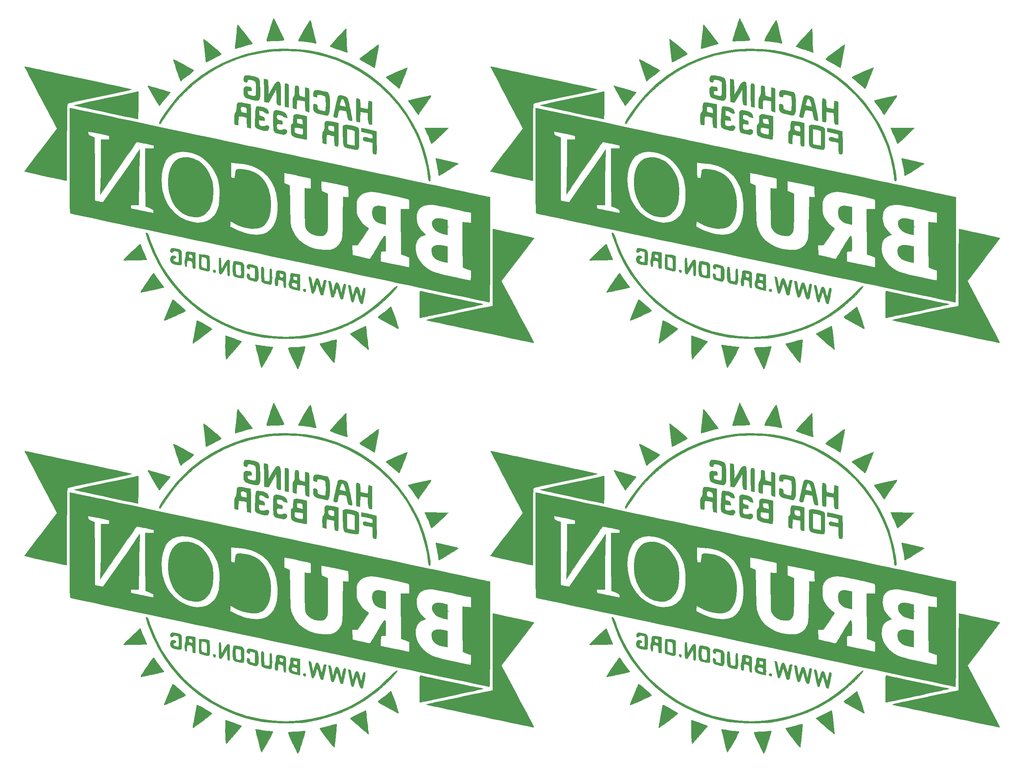
<source format=gbr>
G04 #@! TF.GenerationSoftware,KiCad,Pcbnew,(5.0.0-rc2-100-g6d77e594b)*
G04 #@! TF.CreationDate,2018-09-14T16:14:05+02:00*
G04 #@! TF.ProjectId,BruCON_0x0a,427275434F4E5F307830612E6B696361,rev?*
G04 #@! TF.SameCoordinates,Original*
G04 #@! TF.FileFunction,Legend,Bot*
G04 #@! TF.FilePolarity,Positive*
%FSLAX46Y46*%
G04 Gerber Fmt 4.6, Leading zero omitted, Abs format (unit mm)*
G04 Created by KiCad (PCBNEW (5.0.0-rc2-100-g6d77e594b)) date Fri Sep 14 16:14:05 2018*
%MOMM*%
%LPD*%
G01*
G04 APERTURE LIST*
%ADD10C,0.127000*%
%ADD11C,0.010000*%
%ADD12C,0.150000*%
G04 APERTURE END LIST*
D10*
G04 #@! TO.C,U6*
X226308600Y-159110000D02*
X223311400Y-159110000D01*
X224810000Y-157611400D02*
X224810000Y-160608600D01*
X225869670Y-159110000D02*
G75*
G03X225869670Y-159110000I-1059670J0D01*
G01*
X111308600Y-159110000D02*
X108311400Y-159110000D01*
X109810000Y-157611400D02*
X109810000Y-160608600D01*
X110869670Y-159110000D02*
G75*
G03X110869670Y-159110000I-1059670J0D01*
G01*
X226308600Y-64110000D02*
X223311400Y-64110000D01*
X224810000Y-62611400D02*
X224810000Y-65608600D01*
X225869670Y-64110000D02*
G75*
G03X225869670Y-64110000I-1059670J0D01*
G01*
D11*
G04 #@! TO.C,G\002A\002A\002A*
G36*
X190316701Y-188667390D02*
X189826871Y-188715492D01*
X189791667Y-188719512D01*
X189088145Y-188783379D01*
X188310295Y-188828695D01*
X187816111Y-188842692D01*
X187298083Y-188861884D01*
X186883893Y-188903238D01*
X186662023Y-188957867D01*
X186660549Y-188958782D01*
X186640948Y-189091150D01*
X186729648Y-189407917D01*
X186932987Y-189925234D01*
X187257300Y-190659250D01*
X187697681Y-191602454D01*
X188072411Y-192385735D01*
X188411192Y-193083087D01*
X188693767Y-193653679D01*
X188899880Y-194056682D01*
X189009274Y-194251266D01*
X189016132Y-194259999D01*
X189093565Y-194173598D01*
X189236410Y-193858291D01*
X189428639Y-193355392D01*
X189654229Y-192706211D01*
X189837207Y-192143333D01*
X190172601Y-191079779D01*
X190429970Y-190254985D01*
X190617872Y-189639100D01*
X190744867Y-189202271D01*
X190819516Y-188914646D01*
X190850376Y-188746373D01*
X190846007Y-188667600D01*
X190837331Y-188655293D01*
X190678907Y-188645764D01*
X190316701Y-188667390D01*
X190316701Y-188667390D01*
G37*
X190316701Y-188667390D02*
X189826871Y-188715492D01*
X189791667Y-188719512D01*
X189088145Y-188783379D01*
X188310295Y-188828695D01*
X187816111Y-188842692D01*
X187298083Y-188861884D01*
X186883893Y-188903238D01*
X186662023Y-188957867D01*
X186660549Y-188958782D01*
X186640948Y-189091150D01*
X186729648Y-189407917D01*
X186932987Y-189925234D01*
X187257300Y-190659250D01*
X187697681Y-191602454D01*
X188072411Y-192385735D01*
X188411192Y-193083087D01*
X188693767Y-193653679D01*
X188899880Y-194056682D01*
X189009274Y-194251266D01*
X189016132Y-194259999D01*
X189093565Y-194173598D01*
X189236410Y-193858291D01*
X189428639Y-193355392D01*
X189654229Y-192706211D01*
X189837207Y-192143333D01*
X190172601Y-191079779D01*
X190429970Y-190254985D01*
X190617872Y-189639100D01*
X190744867Y-189202271D01*
X190819516Y-188914646D01*
X190850376Y-188746373D01*
X190846007Y-188667600D01*
X190837331Y-188655293D01*
X190678907Y-188645764D01*
X190316701Y-188667390D01*
G36*
X178605961Y-188404526D02*
X178695383Y-188797806D01*
X178828911Y-189361742D01*
X178993855Y-190044897D01*
X179177525Y-190795832D01*
X179367233Y-191563107D01*
X179550287Y-192295284D01*
X179714000Y-192940925D01*
X179845680Y-193448589D01*
X179932640Y-193766840D01*
X179957452Y-193844056D01*
X180021358Y-193892201D01*
X180135022Y-193812545D01*
X180314304Y-193581756D01*
X180575067Y-193176503D01*
X180933171Y-192573455D01*
X181404477Y-191749279D01*
X181517248Y-191549595D01*
X181945194Y-190777196D01*
X182314547Y-190084615D01*
X182606032Y-189510190D01*
X182800373Y-189092261D01*
X182878295Y-188869167D01*
X182876353Y-188846372D01*
X182690573Y-188752560D01*
X182343952Y-188701114D01*
X182269172Y-188698550D01*
X181916184Y-188673524D01*
X181366898Y-188612142D01*
X180703418Y-188524316D01*
X180160833Y-188444044D01*
X179533120Y-188349544D01*
X179022598Y-188278256D01*
X178684532Y-188237513D01*
X178573333Y-188233343D01*
X178605961Y-188404526D01*
X178605961Y-188404526D01*
G37*
X178605961Y-188404526D02*
X178695383Y-188797806D01*
X178828911Y-189361742D01*
X178993855Y-190044897D01*
X179177525Y-190795832D01*
X179367233Y-191563107D01*
X179550287Y-192295284D01*
X179714000Y-192940925D01*
X179845680Y-193448589D01*
X179932640Y-193766840D01*
X179957452Y-193844056D01*
X180021358Y-193892201D01*
X180135022Y-193812545D01*
X180314304Y-193581756D01*
X180575067Y-193176503D01*
X180933171Y-192573455D01*
X181404477Y-191749279D01*
X181517248Y-191549595D01*
X181945194Y-190777196D01*
X182314547Y-190084615D01*
X182606032Y-189510190D01*
X182800373Y-189092261D01*
X182878295Y-188869167D01*
X182876353Y-188846372D01*
X182690573Y-188752560D01*
X182343952Y-188701114D01*
X182269172Y-188698550D01*
X181916184Y-188673524D01*
X181366898Y-188612142D01*
X180703418Y-188524316D01*
X180160833Y-188444044D01*
X179533120Y-188349544D01*
X179022598Y-188278256D01*
X178684532Y-188237513D01*
X178573333Y-188233343D01*
X178605961Y-188404526D01*
G36*
X198425305Y-186945092D02*
X198055292Y-187024822D01*
X197521504Y-187159814D01*
X196877251Y-187337279D01*
X196786166Y-187363377D01*
X196108333Y-187552735D01*
X195511601Y-187708825D01*
X195057467Y-187816283D01*
X194807430Y-187859747D01*
X194798154Y-187860000D01*
X194532510Y-187927784D01*
X194447927Y-188001769D01*
X194502662Y-188152506D01*
X194707082Y-188488188D01*
X195036160Y-188972118D01*
X195464869Y-189567599D01*
X195968181Y-190237935D01*
X196011785Y-190294824D01*
X196650740Y-191128325D01*
X197137110Y-191759869D01*
X197492615Y-192209459D01*
X197738977Y-192497098D01*
X197897918Y-192642789D01*
X197991159Y-192666534D01*
X198040423Y-192588338D01*
X198067430Y-192428203D01*
X198093173Y-192211528D01*
X198168004Y-191612308D01*
X198248349Y-190897933D01*
X198329545Y-190119142D01*
X198406930Y-189326675D01*
X198475841Y-188571270D01*
X198531615Y-187903668D01*
X198569588Y-187374608D01*
X198585098Y-187034828D01*
X198578231Y-186933416D01*
X198425305Y-186945092D01*
X198425305Y-186945092D01*
G37*
X198425305Y-186945092D02*
X198055292Y-187024822D01*
X197521504Y-187159814D01*
X196877251Y-187337279D01*
X196786166Y-187363377D01*
X196108333Y-187552735D01*
X195511601Y-187708825D01*
X195057467Y-187816283D01*
X194807430Y-187859747D01*
X194798154Y-187860000D01*
X194532510Y-187927784D01*
X194447927Y-188001769D01*
X194502662Y-188152506D01*
X194707082Y-188488188D01*
X195036160Y-188972118D01*
X195464869Y-189567599D01*
X195968181Y-190237935D01*
X196011785Y-190294824D01*
X196650740Y-191128325D01*
X197137110Y-191759869D01*
X197492615Y-192209459D01*
X197738977Y-192497098D01*
X197897918Y-192642789D01*
X197991159Y-192666534D01*
X198040423Y-192588338D01*
X198067430Y-192428203D01*
X198093173Y-192211528D01*
X198168004Y-191612308D01*
X198248349Y-190897933D01*
X198329545Y-190119142D01*
X198406930Y-189326675D01*
X198475841Y-188571270D01*
X198531615Y-187903668D01*
X198569588Y-187374608D01*
X198585098Y-187034828D01*
X198578231Y-186933416D01*
X198425305Y-186945092D01*
G36*
X171126407Y-187710470D02*
X171120206Y-188535671D01*
X171133320Y-189396415D01*
X171163049Y-190179288D01*
X171196963Y-190673129D01*
X171306111Y-191863480D01*
X173211111Y-189712700D01*
X173789457Y-189056579D01*
X174301121Y-188470088D01*
X174717391Y-187986633D01*
X175009554Y-187639621D01*
X175148899Y-187462459D01*
X175156200Y-187449582D01*
X175044460Y-187367033D01*
X174709944Y-187213752D01*
X174197626Y-187008223D01*
X173552481Y-186768928D01*
X173180644Y-186637703D01*
X171165000Y-185938163D01*
X171126407Y-187710470D01*
X171126407Y-187710470D01*
G37*
X171126407Y-187710470D02*
X171120206Y-188535671D01*
X171133320Y-189396415D01*
X171163049Y-190179288D01*
X171196963Y-190673129D01*
X171306111Y-191863480D01*
X173211111Y-189712700D01*
X173789457Y-189056579D01*
X174301121Y-188470088D01*
X174717391Y-187986633D01*
X175009554Y-187639621D01*
X175148899Y-187462459D01*
X175156200Y-187449582D01*
X175044460Y-187367033D01*
X174709944Y-187213752D01*
X174197626Y-187008223D01*
X173552481Y-186768928D01*
X173180644Y-186637703D01*
X171165000Y-185938163D01*
X171126407Y-187710470D01*
G36*
X203881651Y-184493861D02*
X203213185Y-184827034D01*
X202639429Y-185116231D01*
X202205640Y-185338385D01*
X201957077Y-185470429D01*
X201916379Y-185495472D01*
X202002832Y-185596114D01*
X202267272Y-185845961D01*
X202671933Y-186212284D01*
X203179051Y-186662355D01*
X203750858Y-187163445D01*
X204349589Y-187682824D01*
X204937478Y-188187765D01*
X205476760Y-188645538D01*
X205929668Y-189023415D01*
X206258437Y-189288667D01*
X206425301Y-189408565D01*
X206435929Y-189412222D01*
X206466206Y-189292525D01*
X206440076Y-189024166D01*
X206401751Y-188746716D01*
X206341915Y-188250981D01*
X206267792Y-187599430D01*
X206186608Y-186854535D01*
X206158563Y-186590000D01*
X206075508Y-185815315D01*
X205996102Y-185100775D01*
X205927939Y-184512944D01*
X205878614Y-184118387D01*
X205868217Y-184044940D01*
X205793181Y-183545990D01*
X203881651Y-184493861D01*
X203881651Y-184493861D01*
G37*
X203881651Y-184493861D02*
X203213185Y-184827034D01*
X202639429Y-185116231D01*
X202205640Y-185338385D01*
X201957077Y-185470429D01*
X201916379Y-185495472D01*
X202002832Y-185596114D01*
X202267272Y-185845961D01*
X202671933Y-186212284D01*
X203179051Y-186662355D01*
X203750858Y-187163445D01*
X204349589Y-187682824D01*
X204937478Y-188187765D01*
X205476760Y-188645538D01*
X205929668Y-189023415D01*
X206258437Y-189288667D01*
X206425301Y-189408565D01*
X206435929Y-189412222D01*
X206466206Y-189292525D01*
X206440076Y-189024166D01*
X206401751Y-188746716D01*
X206341915Y-188250981D01*
X206267792Y-187599430D01*
X206186608Y-186854535D01*
X206158563Y-186590000D01*
X206075508Y-185815315D01*
X205996102Y-185100775D01*
X205927939Y-184512944D01*
X205878614Y-184118387D01*
X205868217Y-184044940D01*
X205793181Y-183545990D01*
X203881651Y-184493861D01*
G36*
X164108930Y-182252687D02*
X164065027Y-182443590D01*
X163981469Y-182863197D01*
X163867645Y-183462281D01*
X163732941Y-184191619D01*
X163618188Y-184826111D01*
X163472120Y-185636566D01*
X163338733Y-186368286D01*
X163227806Y-186968262D01*
X163149120Y-187383487D01*
X163116984Y-187542500D01*
X163101568Y-187785937D01*
X163154256Y-187857566D01*
X163295588Y-187776368D01*
X163627036Y-187551198D01*
X164112912Y-187207379D01*
X164717525Y-186770237D01*
X165405186Y-186265095D01*
X165555833Y-186153468D01*
X166250508Y-185633028D01*
X166860606Y-185166535D01*
X167352155Y-184780743D01*
X167691185Y-184502409D01*
X167843726Y-184358287D01*
X167848889Y-184347441D01*
X167736250Y-184224348D01*
X167449538Y-184027902D01*
X167249167Y-183910888D01*
X166862580Y-183690354D01*
X166323584Y-183374632D01*
X165720565Y-183015731D01*
X165409582Y-182828425D01*
X164768407Y-182460257D01*
X164339935Y-182259943D01*
X164128804Y-182229539D01*
X164108930Y-182252687D01*
X164108930Y-182252687D01*
G37*
X164108930Y-182252687D02*
X164065027Y-182443590D01*
X163981469Y-182863197D01*
X163867645Y-183462281D01*
X163732941Y-184191619D01*
X163618188Y-184826111D01*
X163472120Y-185636566D01*
X163338733Y-186368286D01*
X163227806Y-186968262D01*
X163149120Y-187383487D01*
X163116984Y-187542500D01*
X163101568Y-187785937D01*
X163154256Y-187857566D01*
X163295588Y-187776368D01*
X163627036Y-187551198D01*
X164112912Y-187207379D01*
X164717525Y-186770237D01*
X165405186Y-186265095D01*
X165555833Y-186153468D01*
X166250508Y-185633028D01*
X166860606Y-185166535D01*
X167352155Y-184780743D01*
X167691185Y-184502409D01*
X167843726Y-184358287D01*
X167848889Y-184347441D01*
X167736250Y-184224348D01*
X167449538Y-184027902D01*
X167249167Y-183910888D01*
X166862580Y-183690354D01*
X166323584Y-183374632D01*
X165720565Y-183015731D01*
X165409582Y-182828425D01*
X164768407Y-182460257D01*
X164339935Y-182259943D01*
X164128804Y-182229539D01*
X164108930Y-182252687D01*
G36*
X237163755Y-159775080D02*
X237158105Y-160171581D01*
X237152858Y-160804315D01*
X237148098Y-161650288D01*
X237143911Y-162686504D01*
X237140383Y-163889969D01*
X237137598Y-165237689D01*
X237135641Y-166706668D01*
X237134598Y-168273913D01*
X237134444Y-169162778D01*
X237134444Y-178687778D01*
X236816944Y-178690891D01*
X236631433Y-178719733D01*
X236203748Y-178800991D01*
X235563662Y-178928367D01*
X234740950Y-179095565D01*
X233765386Y-179296286D01*
X232666743Y-179524234D01*
X231474796Y-179773110D01*
X230219318Y-180036618D01*
X228930084Y-180308459D01*
X227636867Y-180582336D01*
X226369442Y-180851952D01*
X225157581Y-181111009D01*
X224031060Y-181353211D01*
X223019652Y-181572258D01*
X222153131Y-181761854D01*
X221461272Y-181915701D01*
X220973847Y-182027502D01*
X220720631Y-182090960D01*
X220691344Y-182101618D01*
X220819507Y-182135917D01*
X221200908Y-182223344D01*
X221812589Y-182359026D01*
X222631592Y-182538091D01*
X223634958Y-182755667D01*
X224799727Y-183006879D01*
X226102942Y-183286856D01*
X227521642Y-183590725D01*
X229032870Y-183913614D01*
X230613667Y-184250648D01*
X232241073Y-184596956D01*
X233892130Y-184947665D01*
X235543879Y-185297902D01*
X237173362Y-185642794D01*
X238757619Y-185977469D01*
X240273692Y-186297054D01*
X241698621Y-186596676D01*
X243009449Y-186871463D01*
X244183216Y-187116541D01*
X245196963Y-187327038D01*
X246027731Y-187498081D01*
X246652563Y-187624798D01*
X247048499Y-187702315D01*
X247191479Y-187725966D01*
X247201242Y-187611457D01*
X247097711Y-187331614D01*
X247029148Y-187189722D01*
X246913928Y-186968508D01*
X246679788Y-186522140D01*
X246339588Y-185875031D01*
X245906184Y-185051595D01*
X245392435Y-184076245D01*
X244811199Y-182973395D01*
X244175334Y-181767459D01*
X243497699Y-180482849D01*
X243013986Y-179566179D01*
X239269856Y-172471804D01*
X243157266Y-167360068D01*
X243959986Y-166304767D01*
X244713062Y-165315177D01*
X245398699Y-164414653D01*
X245999098Y-163626549D01*
X246496462Y-162974218D01*
X246872996Y-162481016D01*
X247110901Y-162170296D01*
X247189668Y-162068534D01*
X247280013Y-161876594D01*
X247264292Y-161818366D01*
X247121710Y-161779683D01*
X246740605Y-161690635D01*
X246158551Y-161559340D01*
X245413122Y-161393914D01*
X244541892Y-161202473D01*
X243582433Y-160993134D01*
X242572321Y-160774013D01*
X241549129Y-160553227D01*
X240550431Y-160338892D01*
X239613800Y-160139124D01*
X238776811Y-159962040D01*
X238077037Y-159815756D01*
X237552052Y-159708389D01*
X237239430Y-159648056D01*
X237169722Y-159637806D01*
X237163755Y-159775080D01*
X237163755Y-159775080D01*
G37*
X237163755Y-159775080D02*
X237158105Y-160171581D01*
X237152858Y-160804315D01*
X237148098Y-161650288D01*
X237143911Y-162686504D01*
X237140383Y-163889969D01*
X237137598Y-165237689D01*
X237135641Y-166706668D01*
X237134598Y-168273913D01*
X237134444Y-169162778D01*
X237134444Y-178687778D01*
X236816944Y-178690891D01*
X236631433Y-178719733D01*
X236203748Y-178800991D01*
X235563662Y-178928367D01*
X234740950Y-179095565D01*
X233765386Y-179296286D01*
X232666743Y-179524234D01*
X231474796Y-179773110D01*
X230219318Y-180036618D01*
X228930084Y-180308459D01*
X227636867Y-180582336D01*
X226369442Y-180851952D01*
X225157581Y-181111009D01*
X224031060Y-181353211D01*
X223019652Y-181572258D01*
X222153131Y-181761854D01*
X221461272Y-181915701D01*
X220973847Y-182027502D01*
X220720631Y-182090960D01*
X220691344Y-182101618D01*
X220819507Y-182135917D01*
X221200908Y-182223344D01*
X221812589Y-182359026D01*
X222631592Y-182538091D01*
X223634958Y-182755667D01*
X224799727Y-183006879D01*
X226102942Y-183286856D01*
X227521642Y-183590725D01*
X229032870Y-183913614D01*
X230613667Y-184250648D01*
X232241073Y-184596956D01*
X233892130Y-184947665D01*
X235543879Y-185297902D01*
X237173362Y-185642794D01*
X238757619Y-185977469D01*
X240273692Y-186297054D01*
X241698621Y-186596676D01*
X243009449Y-186871463D01*
X244183216Y-187116541D01*
X245196963Y-187327038D01*
X246027731Y-187498081D01*
X246652563Y-187624798D01*
X247048499Y-187702315D01*
X247191479Y-187725966D01*
X247201242Y-187611457D01*
X247097711Y-187331614D01*
X247029148Y-187189722D01*
X246913928Y-186968508D01*
X246679788Y-186522140D01*
X246339588Y-185875031D01*
X245906184Y-185051595D01*
X245392435Y-184076245D01*
X244811199Y-182973395D01*
X244175334Y-181767459D01*
X243497699Y-180482849D01*
X243013986Y-179566179D01*
X239269856Y-172471804D01*
X243157266Y-167360068D01*
X243959986Y-166304767D01*
X244713062Y-165315177D01*
X245398699Y-164414653D01*
X245999098Y-163626549D01*
X246496462Y-162974218D01*
X246872996Y-162481016D01*
X247110901Y-162170296D01*
X247189668Y-162068534D01*
X247280013Y-161876594D01*
X247264292Y-161818366D01*
X247121710Y-161779683D01*
X246740605Y-161690635D01*
X246158551Y-161559340D01*
X245413122Y-161393914D01*
X244541892Y-161202473D01*
X243582433Y-160993134D01*
X242572321Y-160774013D01*
X241549129Y-160553227D01*
X240550431Y-160338892D01*
X239613800Y-160139124D01*
X238776811Y-159962040D01*
X238077037Y-159815756D01*
X237552052Y-159708389D01*
X237239430Y-159648056D01*
X237169722Y-159637806D01*
X237163755Y-159775080D01*
G36*
X151513692Y-160544826D02*
X151529493Y-160696807D01*
X151622161Y-161060849D01*
X151776449Y-161582249D01*
X151974993Y-162199938D01*
X153105350Y-165158834D01*
X154478831Y-167985025D01*
X156084014Y-170665414D01*
X157909477Y-173186908D01*
X159943799Y-175536411D01*
X162175559Y-177700829D01*
X164593335Y-179667066D01*
X167185707Y-181422027D01*
X169941251Y-182952618D01*
X170177222Y-183069303D01*
X172153526Y-183985873D01*
X174018941Y-184734836D01*
X175864430Y-185345826D01*
X177780959Y-185848476D01*
X179859495Y-186272421D01*
X180188402Y-186330627D01*
X181074177Y-186450889D01*
X182179173Y-186548265D01*
X183441234Y-186621705D01*
X184798205Y-186670161D01*
X186187932Y-186692584D01*
X187548258Y-186687924D01*
X188817029Y-186655132D01*
X189932090Y-186593159D01*
X190770431Y-186509247D01*
X193880818Y-185954519D01*
X196924473Y-185128659D01*
X199885835Y-184038079D01*
X202749342Y-182689191D01*
X205499432Y-181088409D01*
X207783333Y-179499057D01*
X208564718Y-178887377D01*
X209368073Y-178216739D01*
X210168157Y-177512529D01*
X210939734Y-176800128D01*
X211657562Y-176104923D01*
X212296403Y-175452297D01*
X212831017Y-174867634D01*
X213236167Y-174376319D01*
X213486611Y-174003736D01*
X213557112Y-173775269D01*
X213523246Y-173726150D01*
X213390388Y-173744484D01*
X213145337Y-173902066D01*
X212770495Y-174214043D01*
X212248264Y-174695563D01*
X211561045Y-175361775D01*
X211149989Y-175768950D01*
X209001129Y-177770691D01*
X206821209Y-179519507D01*
X204569430Y-181044528D01*
X202204995Y-182374883D01*
X201221667Y-182857568D01*
X198294682Y-184085174D01*
X195299758Y-185041654D01*
X192251541Y-185725745D01*
X189164678Y-186136185D01*
X186053813Y-186271709D01*
X182933593Y-186131055D01*
X179818664Y-185712958D01*
X176723673Y-185016156D01*
X176597778Y-184981720D01*
X173655939Y-184027206D01*
X170827061Y-182821799D01*
X168125280Y-181378959D01*
X165564734Y-179712148D01*
X163159559Y-177834828D01*
X160923894Y-175760459D01*
X158871875Y-173502503D01*
X157017639Y-171074420D01*
X155375323Y-168489673D01*
X153959065Y-165761722D01*
X152783001Y-162904029D01*
X152475669Y-162012932D01*
X152189292Y-161237559D01*
X151931375Y-160733179D01*
X151703928Y-160502859D01*
X151513692Y-160544826D01*
X151513692Y-160544826D01*
G37*
X151513692Y-160544826D02*
X151529493Y-160696807D01*
X151622161Y-161060849D01*
X151776449Y-161582249D01*
X151974993Y-162199938D01*
X153105350Y-165158834D01*
X154478831Y-167985025D01*
X156084014Y-170665414D01*
X157909477Y-173186908D01*
X159943799Y-175536411D01*
X162175559Y-177700829D01*
X164593335Y-179667066D01*
X167185707Y-181422027D01*
X169941251Y-182952618D01*
X170177222Y-183069303D01*
X172153526Y-183985873D01*
X174018941Y-184734836D01*
X175864430Y-185345826D01*
X177780959Y-185848476D01*
X179859495Y-186272421D01*
X180188402Y-186330627D01*
X181074177Y-186450889D01*
X182179173Y-186548265D01*
X183441234Y-186621705D01*
X184798205Y-186670161D01*
X186187932Y-186692584D01*
X187548258Y-186687924D01*
X188817029Y-186655132D01*
X189932090Y-186593159D01*
X190770431Y-186509247D01*
X193880818Y-185954519D01*
X196924473Y-185128659D01*
X199885835Y-184038079D01*
X202749342Y-182689191D01*
X205499432Y-181088409D01*
X207783333Y-179499057D01*
X208564718Y-178887377D01*
X209368073Y-178216739D01*
X210168157Y-177512529D01*
X210939734Y-176800128D01*
X211657562Y-176104923D01*
X212296403Y-175452297D01*
X212831017Y-174867634D01*
X213236167Y-174376319D01*
X213486611Y-174003736D01*
X213557112Y-173775269D01*
X213523246Y-173726150D01*
X213390388Y-173744484D01*
X213145337Y-173902066D01*
X212770495Y-174214043D01*
X212248264Y-174695563D01*
X211561045Y-175361775D01*
X211149989Y-175768950D01*
X209001129Y-177770691D01*
X206821209Y-179519507D01*
X204569430Y-181044528D01*
X202204995Y-182374883D01*
X201221667Y-182857568D01*
X198294682Y-184085174D01*
X195299758Y-185041654D01*
X192251541Y-185725745D01*
X189164678Y-186136185D01*
X186053813Y-186271709D01*
X182933593Y-186131055D01*
X179818664Y-185712958D01*
X176723673Y-185016156D01*
X176597778Y-184981720D01*
X173655939Y-184027206D01*
X170827061Y-182821799D01*
X168125280Y-181378959D01*
X165564734Y-179712148D01*
X163159559Y-177834828D01*
X160923894Y-175760459D01*
X158871875Y-173502503D01*
X157017639Y-171074420D01*
X155375323Y-168489673D01*
X153959065Y-165761722D01*
X152783001Y-162904029D01*
X152475669Y-162012932D01*
X152189292Y-161237559D01*
X151931375Y-160733179D01*
X151703928Y-160502859D01*
X151513692Y-160544826D01*
G36*
X211834226Y-178931000D02*
X211803663Y-178972162D01*
X211662228Y-179107348D01*
X211340002Y-179373000D01*
X210883308Y-179732053D01*
X210338474Y-180147441D01*
X210278391Y-180192552D01*
X209724927Y-180608640D01*
X209251060Y-180967055D01*
X208903967Y-181231958D01*
X208730829Y-181367511D01*
X208724677Y-181372768D01*
X208803803Y-181469234D01*
X209095665Y-181673165D01*
X209562850Y-181961348D01*
X210167949Y-182310569D01*
X210770788Y-182642381D01*
X211515275Y-183045341D01*
X212205089Y-183421423D01*
X212788222Y-183742068D01*
X213212664Y-183978716D01*
X213392500Y-184082067D01*
X213704275Y-184240637D01*
X213838140Y-184227918D01*
X213851111Y-184167440D01*
X213807663Y-183950446D01*
X213688600Y-183532822D01*
X213510846Y-182963725D01*
X213291324Y-182292314D01*
X213046956Y-181567747D01*
X212794667Y-180839182D01*
X212551379Y-180155777D01*
X212334015Y-179566690D01*
X212159498Y-179121080D01*
X212044752Y-178868104D01*
X212013269Y-178828889D01*
X211834226Y-178931000D01*
X211834226Y-178931000D01*
G37*
X211834226Y-178931000D02*
X211803663Y-178972162D01*
X211662228Y-179107348D01*
X211340002Y-179373000D01*
X210883308Y-179732053D01*
X210338474Y-180147441D01*
X210278391Y-180192552D01*
X209724927Y-180608640D01*
X209251060Y-180967055D01*
X208903967Y-181231958D01*
X208730829Y-181367511D01*
X208724677Y-181372768D01*
X208803803Y-181469234D01*
X209095665Y-181673165D01*
X209562850Y-181961348D01*
X210167949Y-182310569D01*
X210770788Y-182642381D01*
X211515275Y-183045341D01*
X212205089Y-183421423D01*
X212788222Y-183742068D01*
X213212664Y-183978716D01*
X213392500Y-184082067D01*
X213704275Y-184240637D01*
X213838140Y-184227918D01*
X213851111Y-184167440D01*
X213807663Y-183950446D01*
X213688600Y-183532822D01*
X213510846Y-182963725D01*
X213291324Y-182292314D01*
X213046956Y-181567747D01*
X212794667Y-180839182D01*
X212551379Y-180155777D01*
X212334015Y-179566690D01*
X212159498Y-179121080D01*
X212044752Y-178868104D01*
X212013269Y-178828889D01*
X211834226Y-178931000D01*
G36*
X158033365Y-177241162D02*
X157863097Y-177619068D01*
X157623821Y-178172431D01*
X157333674Y-178858057D01*
X157010793Y-179632749D01*
X156673314Y-180453313D01*
X156339375Y-181276551D01*
X156035052Y-182039166D01*
X156018163Y-182143624D01*
X156090943Y-182184311D01*
X156280705Y-182151731D01*
X156614763Y-182036389D01*
X157120430Y-181828790D01*
X157825019Y-181519438D01*
X158755844Y-181098840D01*
X158807124Y-181075489D01*
X159577275Y-180722495D01*
X160257260Y-180406630D01*
X160805949Y-180147343D01*
X161182209Y-179964085D01*
X161344911Y-179876304D01*
X161347026Y-179874455D01*
X161299317Y-179744442D01*
X161086094Y-179506707D01*
X160934347Y-179368347D01*
X160614267Y-179088651D01*
X160157941Y-178684585D01*
X159638477Y-178221044D01*
X159337089Y-177950531D01*
X158866901Y-177547880D01*
X158474994Y-177250676D01*
X158207335Y-177091632D01*
X158116488Y-177081911D01*
X158033365Y-177241162D01*
X158033365Y-177241162D01*
G37*
X158033365Y-177241162D02*
X157863097Y-177619068D01*
X157623821Y-178172431D01*
X157333674Y-178858057D01*
X157010793Y-179632749D01*
X156673314Y-180453313D01*
X156339375Y-181276551D01*
X156035052Y-182039166D01*
X156018163Y-182143624D01*
X156090943Y-182184311D01*
X156280705Y-182151731D01*
X156614763Y-182036389D01*
X157120430Y-181828790D01*
X157825019Y-181519438D01*
X158755844Y-181098840D01*
X158807124Y-181075489D01*
X159577275Y-180722495D01*
X160257260Y-180406630D01*
X160805949Y-180147343D01*
X161182209Y-179964085D01*
X161344911Y-179876304D01*
X161347026Y-179874455D01*
X161299317Y-179744442D01*
X161086094Y-179506707D01*
X160934347Y-179368347D01*
X160614267Y-179088651D01*
X160157941Y-178684585D01*
X159638477Y-178221044D01*
X159337089Y-177950531D01*
X158866901Y-177547880D01*
X158474994Y-177250676D01*
X158207335Y-177091632D01*
X158116488Y-177081911D01*
X158033365Y-177241162D01*
G36*
X219181193Y-174978518D02*
X219137428Y-175126242D01*
X219107191Y-175399501D01*
X219088019Y-175830771D01*
X219077446Y-176452529D01*
X219073010Y-177297253D01*
X219072222Y-178184379D01*
X219072222Y-181510000D01*
X219389722Y-181497989D01*
X219584888Y-181466849D01*
X220029364Y-181381757D01*
X220696570Y-181248202D01*
X221559925Y-181071676D01*
X222592848Y-180857670D01*
X223768759Y-180611676D01*
X225061077Y-180339185D01*
X226443222Y-180045688D01*
X227155999Y-179893564D01*
X228892580Y-179521346D01*
X230368471Y-179202653D01*
X231599327Y-178933730D01*
X232600807Y-178710822D01*
X233388567Y-178530176D01*
X233978264Y-178388037D01*
X234385557Y-178280652D01*
X234626101Y-178204266D01*
X234715556Y-178155124D01*
X234669577Y-178129473D01*
X234538935Y-178123333D01*
X234368600Y-178095011D01*
X233953261Y-178014383D01*
X233323939Y-177887960D01*
X232511657Y-177722250D01*
X231547437Y-177523763D01*
X230462299Y-177299008D01*
X229287266Y-177054494D01*
X228053360Y-176796731D01*
X226791602Y-176532227D01*
X225533015Y-176267493D01*
X224308619Y-176009038D01*
X223149437Y-175763371D01*
X222086490Y-175537000D01*
X221150801Y-175336436D01*
X220373390Y-175168188D01*
X219785281Y-175038765D01*
X219417494Y-174954676D01*
X219319167Y-174929767D01*
X219240952Y-174923852D01*
X219181193Y-174978518D01*
X219181193Y-174978518D01*
G37*
X219181193Y-174978518D02*
X219137428Y-175126242D01*
X219107191Y-175399501D01*
X219088019Y-175830771D01*
X219077446Y-176452529D01*
X219073010Y-177297253D01*
X219072222Y-178184379D01*
X219072222Y-181510000D01*
X219389722Y-181497989D01*
X219584888Y-181466849D01*
X220029364Y-181381757D01*
X220696570Y-181248202D01*
X221559925Y-181071676D01*
X222592848Y-180857670D01*
X223768759Y-180611676D01*
X225061077Y-180339185D01*
X226443222Y-180045688D01*
X227155999Y-179893564D01*
X228892580Y-179521346D01*
X230368471Y-179202653D01*
X231599327Y-178933730D01*
X232600807Y-178710822D01*
X233388567Y-178530176D01*
X233978264Y-178388037D01*
X234385557Y-178280652D01*
X234626101Y-178204266D01*
X234715556Y-178155124D01*
X234669577Y-178129473D01*
X234538935Y-178123333D01*
X234368600Y-178095011D01*
X233953261Y-178014383D01*
X233323939Y-177887960D01*
X232511657Y-177722250D01*
X231547437Y-177523763D01*
X230462299Y-177299008D01*
X229287266Y-177054494D01*
X228053360Y-176796731D01*
X226791602Y-176532227D01*
X225533015Y-176267493D01*
X224308619Y-176009038D01*
X223149437Y-175763371D01*
X222086490Y-175537000D01*
X221150801Y-175336436D01*
X220373390Y-175168188D01*
X219785281Y-175038765D01*
X219417494Y-174954676D01*
X219319167Y-174929767D01*
X219240952Y-174923852D01*
X219181193Y-174978518D01*
G36*
X201453786Y-173632765D02*
X201486462Y-173843104D01*
X201543510Y-174139172D01*
X201637272Y-174640109D01*
X201754204Y-175273071D01*
X201867293Y-175891219D01*
X202029774Y-176697684D01*
X202182028Y-177248878D01*
X202336299Y-177570858D01*
X202504831Y-177689680D01*
X202688490Y-177638618D01*
X202773741Y-177483206D01*
X202911319Y-177125137D01*
X203075536Y-176632978D01*
X203124769Y-176473993D01*
X203292371Y-175946996D01*
X203439901Y-175525223D01*
X203541472Y-175281510D01*
X203557916Y-175255374D01*
X203633834Y-175324144D01*
X203746962Y-175611171D01*
X203875539Y-176058724D01*
X203903642Y-176172597D01*
X204052927Y-176751908D01*
X204207838Y-177285332D01*
X204335343Y-177659275D01*
X204337538Y-177664722D01*
X204544167Y-177990996D01*
X204782562Y-178119409D01*
X204988130Y-178027099D01*
X205049295Y-177916611D01*
X205106299Y-177702484D01*
X205202299Y-177273913D01*
X205323736Y-176693741D01*
X205452749Y-176046889D01*
X205592190Y-175293199D01*
X205663594Y-174772236D01*
X205663500Y-174441990D01*
X205588451Y-174260455D01*
X205434987Y-174185623D01*
X205298572Y-174174383D01*
X205202297Y-174301771D01*
X205088945Y-174641037D01*
X204980101Y-175124497D01*
X204960344Y-175235038D01*
X204861962Y-175749512D01*
X204767003Y-176144106D01*
X204693423Y-176346091D01*
X204683466Y-176356616D01*
X204606319Y-176260040D01*
X204488998Y-175951037D01*
X204354589Y-175492224D01*
X204330634Y-175399633D01*
X204148986Y-174722208D01*
X203998633Y-174278520D01*
X203855852Y-174025498D01*
X203696925Y-173920071D01*
X203513949Y-173916714D01*
X203340326Y-173992914D01*
X203195429Y-174200221D01*
X203049528Y-174593691D01*
X202937834Y-174983611D01*
X202793779Y-175473445D01*
X202665496Y-175835409D01*
X202577239Y-176002466D01*
X202567648Y-176006666D01*
X202504951Y-175877553D01*
X202415985Y-175532102D01*
X202315864Y-175033148D01*
X202270647Y-174771944D01*
X202165826Y-174177108D01*
X202075298Y-173806291D01*
X201975843Y-173603793D01*
X201844238Y-173513916D01*
X201736350Y-173490326D01*
X201508549Y-173489742D01*
X201453786Y-173632765D01*
X201453786Y-173632765D01*
G37*
X201453786Y-173632765D02*
X201486462Y-173843104D01*
X201543510Y-174139172D01*
X201637272Y-174640109D01*
X201754204Y-175273071D01*
X201867293Y-175891219D01*
X202029774Y-176697684D01*
X202182028Y-177248878D01*
X202336299Y-177570858D01*
X202504831Y-177689680D01*
X202688490Y-177638618D01*
X202773741Y-177483206D01*
X202911319Y-177125137D01*
X203075536Y-176632978D01*
X203124769Y-176473993D01*
X203292371Y-175946996D01*
X203439901Y-175525223D01*
X203541472Y-175281510D01*
X203557916Y-175255374D01*
X203633834Y-175324144D01*
X203746962Y-175611171D01*
X203875539Y-176058724D01*
X203903642Y-176172597D01*
X204052927Y-176751908D01*
X204207838Y-177285332D01*
X204335343Y-177659275D01*
X204337538Y-177664722D01*
X204544167Y-177990996D01*
X204782562Y-178119409D01*
X204988130Y-178027099D01*
X205049295Y-177916611D01*
X205106299Y-177702484D01*
X205202299Y-177273913D01*
X205323736Y-176693741D01*
X205452749Y-176046889D01*
X205592190Y-175293199D01*
X205663594Y-174772236D01*
X205663500Y-174441990D01*
X205588451Y-174260455D01*
X205434987Y-174185623D01*
X205298572Y-174174383D01*
X205202297Y-174301771D01*
X205088945Y-174641037D01*
X204980101Y-175124497D01*
X204960344Y-175235038D01*
X204861962Y-175749512D01*
X204767003Y-176144106D01*
X204693423Y-176346091D01*
X204683466Y-176356616D01*
X204606319Y-176260040D01*
X204488998Y-175951037D01*
X204354589Y-175492224D01*
X204330634Y-175399633D01*
X204148986Y-174722208D01*
X203998633Y-174278520D01*
X203855852Y-174025498D01*
X203696925Y-173920071D01*
X203513949Y-173916714D01*
X203340326Y-173992914D01*
X203195429Y-174200221D01*
X203049528Y-174593691D01*
X202937834Y-174983611D01*
X202793779Y-175473445D01*
X202665496Y-175835409D01*
X202577239Y-176002466D01*
X202567648Y-176006666D01*
X202504951Y-175877553D01*
X202415985Y-175532102D01*
X202315864Y-175033148D01*
X202270647Y-174771944D01*
X202165826Y-174177108D01*
X202075298Y-173806291D01*
X201975843Y-173603793D01*
X201844238Y-173513916D01*
X201736350Y-173490326D01*
X201508549Y-173489742D01*
X201453786Y-173632765D01*
G36*
X132712222Y-142677296D02*
X132712448Y-144888802D01*
X132713342Y-146835073D01*
X132715222Y-148533097D01*
X132718412Y-149999861D01*
X132723232Y-151252354D01*
X132730002Y-152307561D01*
X132739045Y-153182472D01*
X132750681Y-153894072D01*
X132765232Y-154459351D01*
X132783017Y-154895294D01*
X132804359Y-155218890D01*
X132829579Y-155447127D01*
X132858997Y-155596991D01*
X132892935Y-155685470D01*
X132931714Y-155729551D01*
X132959167Y-155742292D01*
X133120503Y-155778828D01*
X133545570Y-155871318D01*
X134222691Y-156017281D01*
X135140186Y-156214235D01*
X136286376Y-156459697D01*
X137649582Y-156751185D01*
X139218127Y-157086216D01*
X140980330Y-157462310D01*
X142924514Y-157876983D01*
X145038999Y-158327754D01*
X147312106Y-158812141D01*
X149732158Y-159327660D01*
X152287474Y-159871831D01*
X154966376Y-160442171D01*
X157757186Y-161036197D01*
X160648225Y-161651429D01*
X163627813Y-162285383D01*
X166684273Y-162935577D01*
X169805924Y-163599530D01*
X172981089Y-164274759D01*
X176198089Y-164958782D01*
X179445244Y-165649117D01*
X182710877Y-166343282D01*
X185983308Y-167038794D01*
X189250858Y-167733172D01*
X192501849Y-168423933D01*
X195724601Y-169108596D01*
X198907437Y-169784677D01*
X202038677Y-170449696D01*
X205106642Y-171101169D01*
X208099655Y-171736615D01*
X211006035Y-172353552D01*
X213814104Y-172949496D01*
X216512183Y-173521968D01*
X219088594Y-174068483D01*
X221531657Y-174586560D01*
X223829695Y-175073717D01*
X225971027Y-175527472D01*
X227943976Y-175945343D01*
X229736863Y-176324847D01*
X231338008Y-176663502D01*
X232735733Y-176958826D01*
X233918359Y-177208337D01*
X234874207Y-177409554D01*
X235591599Y-177559993D01*
X236058856Y-177657172D01*
X236264298Y-177698610D01*
X236273177Y-177700000D01*
X236301975Y-177610011D01*
X236327502Y-177333694D01*
X236349872Y-176861525D01*
X236369198Y-176183979D01*
X236385597Y-175291531D01*
X236399180Y-174174657D01*
X236410064Y-172823832D01*
X236418362Y-171229531D01*
X236424189Y-169382230D01*
X236427658Y-167272405D01*
X236428884Y-164890529D01*
X236428889Y-164720466D01*
X236428889Y-155565564D01*
X231772222Y-155565564D01*
X231772222Y-158118713D01*
X230712259Y-158019386D01*
X229652296Y-157920060D01*
X229689203Y-163525531D01*
X229726111Y-169131003D01*
X230749167Y-169489840D01*
X231772222Y-169848677D01*
X231772222Y-171093227D01*
X231763256Y-171646357D01*
X231739270Y-172073174D01*
X231704636Y-172310077D01*
X231686708Y-172337778D01*
X231531326Y-172310120D01*
X231136261Y-172232108D01*
X230538069Y-172111181D01*
X229773308Y-171954780D01*
X228878535Y-171770345D01*
X227890308Y-171565317D01*
X227847644Y-171556437D01*
X226298981Y-171225646D01*
X224996358Y-170925248D01*
X223906920Y-170642431D01*
X222997812Y-170364382D01*
X222236180Y-170078291D01*
X221589167Y-169771345D01*
X221023920Y-169430733D01*
X220507582Y-169043641D01*
X220007298Y-168597259D01*
X219838672Y-168433318D01*
X219132251Y-167587730D01*
X218599847Y-166646087D01*
X218247752Y-165653173D01*
X218082258Y-164653773D01*
X218109658Y-163692672D01*
X218336244Y-162814652D01*
X218768310Y-162064500D01*
X218919464Y-161891317D01*
X219460026Y-161453387D01*
X220015513Y-161201701D01*
X220606026Y-161042970D01*
X219908449Y-160390468D01*
X219380420Y-159798853D01*
X218907416Y-159097739D01*
X218765952Y-158834206D01*
X218433766Y-157927928D01*
X218297718Y-157002427D01*
X218350067Y-156110054D01*
X218583070Y-155303160D01*
X218988986Y-154634099D01*
X219447807Y-154223482D01*
X219897589Y-153962156D01*
X220364737Y-153770656D01*
X220881004Y-153650063D01*
X221478145Y-153601457D01*
X222187913Y-153625918D01*
X223042064Y-153724524D01*
X224072350Y-153898356D01*
X225310527Y-154148493D01*
X226773152Y-154472552D01*
X227762078Y-154696925D01*
X228706212Y-154909388D01*
X229555502Y-155098814D01*
X230259896Y-155254072D01*
X230769343Y-155364035D01*
X230960833Y-155403684D01*
X231772222Y-155565564D01*
X236428889Y-155565564D01*
X236428889Y-153495015D01*
X216532222Y-153495015D01*
X216532222Y-154698889D01*
X214412317Y-154698889D01*
X214486111Y-165885447D01*
X215509167Y-166244284D01*
X216532222Y-166603121D01*
X216532222Y-167862969D01*
X216529182Y-168460399D01*
X216510922Y-168826842D01*
X216463734Y-169013531D01*
X216373911Y-169071697D01*
X216227745Y-169052572D01*
X216214722Y-169049587D01*
X215989262Y-169000539D01*
X215531097Y-168903144D01*
X214883818Y-168766586D01*
X214091017Y-168600050D01*
X213196286Y-168412721D01*
X212686944Y-168306327D01*
X209476667Y-167636296D01*
X209476667Y-166388704D01*
X209480602Y-165770337D01*
X209517764Y-165384111D01*
X209626191Y-165179985D01*
X209843917Y-165107919D01*
X210208980Y-165117871D01*
X210429167Y-165135590D01*
X210556690Y-165137306D01*
X210644476Y-165088981D01*
X210699943Y-164946823D01*
X210730510Y-164667041D01*
X210743594Y-164205842D01*
X210746614Y-163519437D01*
X210746667Y-163261307D01*
X210739895Y-162401815D01*
X210708853Y-161787980D01*
X210637446Y-161419954D01*
X210509582Y-161297893D01*
X210309168Y-161421952D01*
X210020110Y-161792287D01*
X209626316Y-162409051D01*
X209111692Y-163272399D01*
X209108946Y-163277069D01*
X208493548Y-164322374D01*
X208004118Y-165149611D01*
X207623928Y-165784205D01*
X207336252Y-166251580D01*
X207124365Y-166577160D01*
X206971540Y-166786369D01*
X206861050Y-166904632D01*
X206776170Y-166957372D01*
X206700173Y-166970014D01*
X206679505Y-166969863D01*
X206461724Y-166937328D01*
X206025773Y-166851875D01*
X205428195Y-166725250D01*
X204725534Y-166569200D01*
X204467222Y-166510260D01*
X202491667Y-166056349D01*
X202410123Y-163588889D01*
X203781086Y-163588889D01*
X205161875Y-161533924D01*
X205605685Y-160867400D01*
X205984559Y-160286830D01*
X206274243Y-159830344D01*
X206450482Y-159536072D01*
X206492720Y-159441727D01*
X206359058Y-159346574D01*
X206066693Y-159140203D01*
X205796274Y-158949844D01*
X205073286Y-158315118D01*
X204402129Y-157491199D01*
X203856440Y-156570269D01*
X203799425Y-156450117D01*
X203647282Y-156072320D01*
X203551447Y-155684889D01*
X203500003Y-155206608D01*
X203481030Y-154556265D01*
X203479855Y-154272504D01*
X203487290Y-153571679D01*
X203518824Y-153072996D01*
X203587613Y-152696587D01*
X203706815Y-152362585D01*
X203839949Y-152086541D01*
X204077391Y-151761900D01*
X201585384Y-151761900D01*
X200909636Y-151713450D01*
X200233889Y-151665000D01*
X200160822Y-156674444D01*
X200140751Y-158002066D01*
X200121786Y-159079447D01*
X200101761Y-159938550D01*
X200078513Y-160611337D01*
X200049878Y-161129773D01*
X200013690Y-161525818D01*
X199967786Y-161831436D01*
X199910000Y-162078589D01*
X199838170Y-162299241D01*
X199767554Y-162482110D01*
X199301714Y-163341075D01*
X198660304Y-164004641D01*
X197817766Y-164493869D01*
X196988333Y-164772185D01*
X196612897Y-164813100D01*
X196039921Y-164811022D01*
X195349781Y-164772079D01*
X194622852Y-164702399D01*
X193939511Y-164608111D01*
X193390000Y-164497843D01*
X191850588Y-163986844D01*
X190509161Y-163282728D01*
X189372208Y-162391355D01*
X188446221Y-161318587D01*
X187737688Y-160070285D01*
X187362482Y-159054853D01*
X187297270Y-158784290D01*
X187243394Y-158432554D01*
X187199271Y-157969106D01*
X187163318Y-157363408D01*
X187133950Y-156584920D01*
X187109583Y-155603106D01*
X187098249Y-154945367D01*
X184031497Y-154945367D01*
X183860945Y-156439555D01*
X183512729Y-157742924D01*
X182990842Y-158846575D01*
X182299275Y-159741612D01*
X181442021Y-160419136D01*
X180643087Y-160797319D01*
X179848789Y-160977408D01*
X178873799Y-161032044D01*
X177788131Y-160965370D01*
X176661800Y-160781526D01*
X175610000Y-160499545D01*
X174886535Y-160239010D01*
X174127955Y-159926825D01*
X173465284Y-159617995D01*
X173285058Y-159523505D01*
X172300672Y-158985472D01*
X172345368Y-158359125D01*
X172382304Y-157970536D01*
X172423246Y-157722133D01*
X172438614Y-157683177D01*
X172573092Y-157726330D01*
X172879991Y-157886875D01*
X173293783Y-158130443D01*
X173307748Y-158139034D01*
X174309245Y-158656223D01*
X175423776Y-159062954D01*
X176582186Y-159345613D01*
X177715314Y-159490586D01*
X178754004Y-159484258D01*
X179489300Y-159355907D01*
X180330654Y-158978991D01*
X181034037Y-158365100D01*
X181594107Y-157526375D01*
X182005519Y-156474957D01*
X182262931Y-155222987D01*
X182361000Y-153782607D01*
X182343035Y-152871217D01*
X182152198Y-151194902D01*
X182090324Y-150959444D01*
X169729629Y-150959444D01*
X169680963Y-152450461D01*
X169517834Y-153712841D01*
X169231124Y-154779770D01*
X168811714Y-155684435D01*
X168250486Y-156460023D01*
X168203930Y-156512247D01*
X167368291Y-157257071D01*
X166418532Y-157760471D01*
X165341494Y-158025789D01*
X164124018Y-158056364D01*
X162839444Y-157873980D01*
X161386624Y-157428163D01*
X160022845Y-156726353D01*
X158787548Y-155790384D01*
X158394444Y-155413144D01*
X157538317Y-154461363D01*
X156879941Y-153530311D01*
X156359805Y-152524677D01*
X155988966Y-151560749D01*
X155624238Y-150223402D01*
X155412428Y-148838252D01*
X155348189Y-147447286D01*
X155426173Y-146092487D01*
X155641033Y-144815842D01*
X155987419Y-143659334D01*
X156459986Y-142664951D01*
X157053384Y-141874676D01*
X157246148Y-141690687D01*
X158168306Y-141064088D01*
X159233666Y-140659973D01*
X160410138Y-140479643D01*
X161665632Y-140524398D01*
X162968056Y-140795538D01*
X164285322Y-141294366D01*
X164498005Y-141396727D01*
X165479186Y-142000692D01*
X166453040Y-142811940D01*
X167352566Y-143761917D01*
X168110767Y-144782063D01*
X168534064Y-145526666D01*
X169016682Y-146605014D01*
X169358018Y-147609599D01*
X169577621Y-148629243D01*
X169695037Y-149752772D01*
X169729629Y-150959444D01*
X182090324Y-150959444D01*
X181757025Y-149691101D01*
X181167033Y-148369979D01*
X180391735Y-147241702D01*
X179440647Y-146316435D01*
X178323285Y-145604343D01*
X177049162Y-145115592D01*
X175627795Y-144860346D01*
X174809823Y-144823197D01*
X174343681Y-144821311D01*
X174034015Y-144850010D01*
X173841361Y-144957385D01*
X173726258Y-145191521D01*
X173649243Y-145600510D01*
X173570851Y-146232438D01*
X173556390Y-146350599D01*
X173491680Y-146783414D01*
X173412962Y-146995202D01*
X173284713Y-147046337D01*
X173160866Y-147022804D01*
X172836619Y-146955349D01*
X172681944Y-146939704D01*
X172605445Y-146862399D01*
X172552760Y-146611415D01*
X172520896Y-146155215D01*
X172506857Y-145462266D01*
X172505555Y-145082072D01*
X172505555Y-143226366D01*
X173951944Y-143314089D01*
X175847680Y-143540711D01*
X177556067Y-143977043D01*
X179073525Y-144619543D01*
X180396468Y-145464669D01*
X181521315Y-146508878D01*
X182444482Y-147748627D01*
X183162387Y-149180374D01*
X183671447Y-150800576D01*
X183968078Y-152605690D01*
X184020394Y-153269258D01*
X184031497Y-154945367D01*
X187098249Y-154945367D01*
X187088633Y-154387427D01*
X187077358Y-153557978D01*
X187017513Y-148818733D01*
X185628889Y-148232057D01*
X185628889Y-146940408D01*
X185633812Y-146332208D01*
X185655231Y-145957079D01*
X185703117Y-145765943D01*
X185787441Y-145709725D01*
X185875833Y-145725088D01*
X186085804Y-145776527D01*
X186525475Y-145874913D01*
X187148153Y-146010121D01*
X187907147Y-146172025D01*
X188755766Y-146350499D01*
X188862785Y-146372836D01*
X189725896Y-146553522D01*
X190511564Y-146719285D01*
X191171330Y-146859797D01*
X191656736Y-146964733D01*
X191919325Y-147023766D01*
X191931951Y-147026870D01*
X192088056Y-147082100D01*
X192184966Y-147190794D01*
X192236740Y-147410809D01*
X192257435Y-147800002D01*
X192261111Y-148381660D01*
X192261111Y-149653836D01*
X191478131Y-149588905D01*
X190695150Y-149523975D01*
X190737297Y-154263376D01*
X190749321Y-155547489D01*
X190761560Y-156581153D01*
X190776150Y-157396132D01*
X190795227Y-158024192D01*
X190820925Y-158497100D01*
X190855380Y-158846620D01*
X190900728Y-159104519D01*
X190959102Y-159302562D01*
X191032640Y-159472515D01*
X191095642Y-159594325D01*
X191619183Y-160284911D01*
X192345950Y-160819849D01*
X193229364Y-161174817D01*
X194222845Y-161325497D01*
X194417987Y-161329031D01*
X195115430Y-161267547D01*
X195615781Y-161065015D01*
X195983102Y-160687380D01*
X196141667Y-160412775D01*
X196220233Y-160240899D01*
X196282741Y-160051607D01*
X196331014Y-159812206D01*
X196366877Y-159490007D01*
X196392154Y-159052317D01*
X196408668Y-158466445D01*
X196418245Y-157699701D01*
X196422708Y-156719391D01*
X196423882Y-155492827D01*
X196423889Y-155355235D01*
X196423889Y-150861026D01*
X194871667Y-150237268D01*
X194830895Y-149010856D01*
X194816767Y-148418376D01*
X194828739Y-148054047D01*
X194876098Y-147864298D01*
X194968134Y-147795560D01*
X195042562Y-147789954D01*
X195249392Y-147820513D01*
X195688641Y-147903047D01*
X196317109Y-148028829D01*
X197091598Y-148189132D01*
X197968908Y-148375232D01*
X198399444Y-148468038D01*
X201503889Y-149140613D01*
X201544636Y-150451257D01*
X201585384Y-151761900D01*
X204077391Y-151761900D01*
X204355099Y-151382208D01*
X205072852Y-150861760D01*
X205976567Y-150531368D01*
X207049603Y-150397206D01*
X208227143Y-150459206D01*
X208577781Y-150517400D01*
X209153961Y-150628635D01*
X209906317Y-150782111D01*
X210785483Y-150967023D01*
X211742096Y-151172571D01*
X212726789Y-151387953D01*
X213690198Y-151602366D01*
X214582958Y-151805008D01*
X215355703Y-151985078D01*
X215959069Y-152131773D01*
X216343690Y-152234291D01*
X216355833Y-152237924D01*
X216452714Y-152381202D01*
X216510322Y-152755448D01*
X216531894Y-153383720D01*
X216532222Y-153495015D01*
X236428889Y-153495015D01*
X236428889Y-151740932D01*
X236111389Y-151668070D01*
X235932486Y-151629378D01*
X235495989Y-151536086D01*
X234820390Y-151392125D01*
X233924179Y-151201421D01*
X232825851Y-150967905D01*
X231543896Y-150695503D01*
X230096806Y-150388146D01*
X228503075Y-150049761D01*
X226781193Y-149684278D01*
X224949653Y-149295623D01*
X223026948Y-148887727D01*
X221188889Y-148497880D01*
X219718701Y-148185984D01*
X217990748Y-147819213D01*
X216023301Y-147401451D01*
X213834633Y-146936582D01*
X211443015Y-146428492D01*
X208866719Y-145881063D01*
X206124018Y-145298182D01*
X203233183Y-144683732D01*
X200212486Y-144041598D01*
X197080200Y-143375664D01*
X193854595Y-142689814D01*
X190553945Y-141987934D01*
X187196521Y-141273908D01*
X183800594Y-140551620D01*
X180384438Y-139824954D01*
X178000385Y-139317778D01*
X153455555Y-139317778D01*
X153455555Y-139741111D01*
X151336302Y-139741111D01*
X151372873Y-146879244D01*
X151409444Y-154017378D01*
X152397222Y-154396280D01*
X152905370Y-154600357D01*
X153205671Y-154759699D01*
X153356969Y-154921898D01*
X153418110Y-155134546D01*
X153429218Y-155230924D01*
X153428492Y-155540573D01*
X153367503Y-155684751D01*
X153358663Y-155686097D01*
X153190769Y-155657810D01*
X152791540Y-155579387D01*
X152205574Y-155459929D01*
X151477472Y-155308534D01*
X150651834Y-155134304D01*
X150592310Y-155121652D01*
X149765657Y-154946544D01*
X149037416Y-154793585D01*
X148451116Y-154671811D01*
X148050287Y-154590258D01*
X147878457Y-154557963D01*
X147875921Y-154557778D01*
X147830378Y-154434911D01*
X147811115Y-154138965D01*
X147811111Y-154134444D01*
X147811111Y-153711111D01*
X149786667Y-153711111D01*
X149786940Y-150783055D01*
X149790588Y-149795920D01*
X149800679Y-148608040D01*
X149816172Y-147300794D01*
X149836028Y-145955562D01*
X149859209Y-144653722D01*
X149874799Y-143903889D01*
X149962383Y-139952778D01*
X149183036Y-141180318D01*
X148937676Y-141554559D01*
X148550675Y-142129159D01*
X148042934Y-142873761D01*
X147435355Y-143758009D01*
X146748838Y-144751548D01*
X146004284Y-145824019D01*
X145222595Y-146945068D01*
X144685456Y-147712566D01*
X140967222Y-153017274D01*
X140473333Y-152942096D01*
X139982527Y-152848197D01*
X139472287Y-152724080D01*
X139451470Y-152718267D01*
X138923495Y-152569615D01*
X138887025Y-144802442D01*
X138850555Y-137035270D01*
X138074444Y-136708222D01*
X137630199Y-136503118D01*
X137387674Y-136324688D01*
X137280569Y-136111204D01*
X137254115Y-135944476D01*
X137272752Y-135603488D01*
X137395226Y-135506348D01*
X137588211Y-135534229D01*
X138008469Y-135612446D01*
X138607491Y-135731402D01*
X139336765Y-135881497D01*
X140014722Y-136024661D01*
X142448889Y-136544402D01*
X142448889Y-137483333D01*
X140473333Y-137483333D01*
X140473009Y-140975833D01*
X140468725Y-142210630D01*
X140456976Y-143599934D01*
X140439102Y-145038117D01*
X140416442Y-146419549D01*
X140390338Y-147638602D01*
X140386636Y-147784444D01*
X140300589Y-151100555D01*
X141300858Y-149580763D01*
X141511934Y-149266721D01*
X141857180Y-148761052D01*
X142316134Y-148093200D01*
X142868334Y-147292609D01*
X143493318Y-146388722D01*
X144170623Y-145410982D01*
X144879788Y-144388832D01*
X145600350Y-143351716D01*
X146311848Y-142329077D01*
X146993819Y-141350359D01*
X147625801Y-140445003D01*
X148187333Y-139642455D01*
X148657952Y-138972157D01*
X149017196Y-138463553D01*
X149244603Y-138146085D01*
X149293631Y-138079789D01*
X149434167Y-138093907D01*
X149801037Y-138158749D01*
X150344843Y-138264873D01*
X151016184Y-138402833D01*
X151323568Y-138467844D01*
X152037634Y-138619183D01*
X152648402Y-138746896D01*
X153105224Y-138840527D01*
X153357453Y-138889618D01*
X153389932Y-138894444D01*
X153436046Y-139017309D01*
X153455552Y-139313252D01*
X153455555Y-139317778D01*
X178000385Y-139317778D01*
X176966323Y-139097795D01*
X173564522Y-138374028D01*
X170197307Y-137657536D01*
X170036111Y-137623234D01*
X166874064Y-136950366D01*
X163782082Y-136292431D01*
X160771684Y-135651878D01*
X157854385Y-135031156D01*
X155041703Y-134432717D01*
X152345153Y-133859009D01*
X149776253Y-133312482D01*
X147346520Y-132795587D01*
X145067470Y-132310772D01*
X142950619Y-131860488D01*
X141007485Y-131447184D01*
X139249584Y-131073311D01*
X137688433Y-130741317D01*
X136335548Y-130453653D01*
X135202446Y-130212769D01*
X134300645Y-130021113D01*
X133641660Y-129881137D01*
X133237008Y-129795290D01*
X133100278Y-129766431D01*
X132712222Y-129686944D01*
X132712222Y-142677296D01*
X132712222Y-142677296D01*
G37*
X132712222Y-142677296D02*
X132712448Y-144888802D01*
X132713342Y-146835073D01*
X132715222Y-148533097D01*
X132718412Y-149999861D01*
X132723232Y-151252354D01*
X132730002Y-152307561D01*
X132739045Y-153182472D01*
X132750681Y-153894072D01*
X132765232Y-154459351D01*
X132783017Y-154895294D01*
X132804359Y-155218890D01*
X132829579Y-155447127D01*
X132858997Y-155596991D01*
X132892935Y-155685470D01*
X132931714Y-155729551D01*
X132959167Y-155742292D01*
X133120503Y-155778828D01*
X133545570Y-155871318D01*
X134222691Y-156017281D01*
X135140186Y-156214235D01*
X136286376Y-156459697D01*
X137649582Y-156751185D01*
X139218127Y-157086216D01*
X140980330Y-157462310D01*
X142924514Y-157876983D01*
X145038999Y-158327754D01*
X147312106Y-158812141D01*
X149732158Y-159327660D01*
X152287474Y-159871831D01*
X154966376Y-160442171D01*
X157757186Y-161036197D01*
X160648225Y-161651429D01*
X163627813Y-162285383D01*
X166684273Y-162935577D01*
X169805924Y-163599530D01*
X172981089Y-164274759D01*
X176198089Y-164958782D01*
X179445244Y-165649117D01*
X182710877Y-166343282D01*
X185983308Y-167038794D01*
X189250858Y-167733172D01*
X192501849Y-168423933D01*
X195724601Y-169108596D01*
X198907437Y-169784677D01*
X202038677Y-170449696D01*
X205106642Y-171101169D01*
X208099655Y-171736615D01*
X211006035Y-172353552D01*
X213814104Y-172949496D01*
X216512183Y-173521968D01*
X219088594Y-174068483D01*
X221531657Y-174586560D01*
X223829695Y-175073717D01*
X225971027Y-175527472D01*
X227943976Y-175945343D01*
X229736863Y-176324847D01*
X231338008Y-176663502D01*
X232735733Y-176958826D01*
X233918359Y-177208337D01*
X234874207Y-177409554D01*
X235591599Y-177559993D01*
X236058856Y-177657172D01*
X236264298Y-177698610D01*
X236273177Y-177700000D01*
X236301975Y-177610011D01*
X236327502Y-177333694D01*
X236349872Y-176861525D01*
X236369198Y-176183979D01*
X236385597Y-175291531D01*
X236399180Y-174174657D01*
X236410064Y-172823832D01*
X236418362Y-171229531D01*
X236424189Y-169382230D01*
X236427658Y-167272405D01*
X236428884Y-164890529D01*
X236428889Y-164720466D01*
X236428889Y-155565564D01*
X231772222Y-155565564D01*
X231772222Y-158118713D01*
X230712259Y-158019386D01*
X229652296Y-157920060D01*
X229689203Y-163525531D01*
X229726111Y-169131003D01*
X230749167Y-169489840D01*
X231772222Y-169848677D01*
X231772222Y-171093227D01*
X231763256Y-171646357D01*
X231739270Y-172073174D01*
X231704636Y-172310077D01*
X231686708Y-172337778D01*
X231531326Y-172310120D01*
X231136261Y-172232108D01*
X230538069Y-172111181D01*
X229773308Y-171954780D01*
X228878535Y-171770345D01*
X227890308Y-171565317D01*
X227847644Y-171556437D01*
X226298981Y-171225646D01*
X224996358Y-170925248D01*
X223906920Y-170642431D01*
X222997812Y-170364382D01*
X222236180Y-170078291D01*
X221589167Y-169771345D01*
X221023920Y-169430733D01*
X220507582Y-169043641D01*
X220007298Y-168597259D01*
X219838672Y-168433318D01*
X219132251Y-167587730D01*
X218599847Y-166646087D01*
X218247752Y-165653173D01*
X218082258Y-164653773D01*
X218109658Y-163692672D01*
X218336244Y-162814652D01*
X218768310Y-162064500D01*
X218919464Y-161891317D01*
X219460026Y-161453387D01*
X220015513Y-161201701D01*
X220606026Y-161042970D01*
X219908449Y-160390468D01*
X219380420Y-159798853D01*
X218907416Y-159097739D01*
X218765952Y-158834206D01*
X218433766Y-157927928D01*
X218297718Y-157002427D01*
X218350067Y-156110054D01*
X218583070Y-155303160D01*
X218988986Y-154634099D01*
X219447807Y-154223482D01*
X219897589Y-153962156D01*
X220364737Y-153770656D01*
X220881004Y-153650063D01*
X221478145Y-153601457D01*
X222187913Y-153625918D01*
X223042064Y-153724524D01*
X224072350Y-153898356D01*
X225310527Y-154148493D01*
X226773152Y-154472552D01*
X227762078Y-154696925D01*
X228706212Y-154909388D01*
X229555502Y-155098814D01*
X230259896Y-155254072D01*
X230769343Y-155364035D01*
X230960833Y-155403684D01*
X231772222Y-155565564D01*
X236428889Y-155565564D01*
X236428889Y-153495015D01*
X216532222Y-153495015D01*
X216532222Y-154698889D01*
X214412317Y-154698889D01*
X214486111Y-165885447D01*
X215509167Y-166244284D01*
X216532222Y-166603121D01*
X216532222Y-167862969D01*
X216529182Y-168460399D01*
X216510922Y-168826842D01*
X216463734Y-169013531D01*
X216373911Y-169071697D01*
X216227745Y-169052572D01*
X216214722Y-169049587D01*
X215989262Y-169000539D01*
X215531097Y-168903144D01*
X214883818Y-168766586D01*
X214091017Y-168600050D01*
X213196286Y-168412721D01*
X212686944Y-168306327D01*
X209476667Y-167636296D01*
X209476667Y-166388704D01*
X209480602Y-165770337D01*
X209517764Y-165384111D01*
X209626191Y-165179985D01*
X209843917Y-165107919D01*
X210208980Y-165117871D01*
X210429167Y-165135590D01*
X210556690Y-165137306D01*
X210644476Y-165088981D01*
X210699943Y-164946823D01*
X210730510Y-164667041D01*
X210743594Y-164205842D01*
X210746614Y-163519437D01*
X210746667Y-163261307D01*
X210739895Y-162401815D01*
X210708853Y-161787980D01*
X210637446Y-161419954D01*
X210509582Y-161297893D01*
X210309168Y-161421952D01*
X210020110Y-161792287D01*
X209626316Y-162409051D01*
X209111692Y-163272399D01*
X209108946Y-163277069D01*
X208493548Y-164322374D01*
X208004118Y-165149611D01*
X207623928Y-165784205D01*
X207336252Y-166251580D01*
X207124365Y-166577160D01*
X206971540Y-166786369D01*
X206861050Y-166904632D01*
X206776170Y-166957372D01*
X206700173Y-166970014D01*
X206679505Y-166969863D01*
X206461724Y-166937328D01*
X206025773Y-166851875D01*
X205428195Y-166725250D01*
X204725534Y-166569200D01*
X204467222Y-166510260D01*
X202491667Y-166056349D01*
X202410123Y-163588889D01*
X203781086Y-163588889D01*
X205161875Y-161533924D01*
X205605685Y-160867400D01*
X205984559Y-160286830D01*
X206274243Y-159830344D01*
X206450482Y-159536072D01*
X206492720Y-159441727D01*
X206359058Y-159346574D01*
X206066693Y-159140203D01*
X205796274Y-158949844D01*
X205073286Y-158315118D01*
X204402129Y-157491199D01*
X203856440Y-156570269D01*
X203799425Y-156450117D01*
X203647282Y-156072320D01*
X203551447Y-155684889D01*
X203500003Y-155206608D01*
X203481030Y-154556265D01*
X203479855Y-154272504D01*
X203487290Y-153571679D01*
X203518824Y-153072996D01*
X203587613Y-152696587D01*
X203706815Y-152362585D01*
X203839949Y-152086541D01*
X204077391Y-151761900D01*
X201585384Y-151761900D01*
X200909636Y-151713450D01*
X200233889Y-151665000D01*
X200160822Y-156674444D01*
X200140751Y-158002066D01*
X200121786Y-159079447D01*
X200101761Y-159938550D01*
X200078513Y-160611337D01*
X200049878Y-161129773D01*
X200013690Y-161525818D01*
X199967786Y-161831436D01*
X199910000Y-162078589D01*
X199838170Y-162299241D01*
X199767554Y-162482110D01*
X199301714Y-163341075D01*
X198660304Y-164004641D01*
X197817766Y-164493869D01*
X196988333Y-164772185D01*
X196612897Y-164813100D01*
X196039921Y-164811022D01*
X195349781Y-164772079D01*
X194622852Y-164702399D01*
X193939511Y-164608111D01*
X193390000Y-164497843D01*
X191850588Y-163986844D01*
X190509161Y-163282728D01*
X189372208Y-162391355D01*
X188446221Y-161318587D01*
X187737688Y-160070285D01*
X187362482Y-159054853D01*
X187297270Y-158784290D01*
X187243394Y-158432554D01*
X187199271Y-157969106D01*
X187163318Y-157363408D01*
X187133950Y-156584920D01*
X187109583Y-155603106D01*
X187098249Y-154945367D01*
X184031497Y-154945367D01*
X183860945Y-156439555D01*
X183512729Y-157742924D01*
X182990842Y-158846575D01*
X182299275Y-159741612D01*
X181442021Y-160419136D01*
X180643087Y-160797319D01*
X179848789Y-160977408D01*
X178873799Y-161032044D01*
X177788131Y-160965370D01*
X176661800Y-160781526D01*
X175610000Y-160499545D01*
X174886535Y-160239010D01*
X174127955Y-159926825D01*
X173465284Y-159617995D01*
X173285058Y-159523505D01*
X172300672Y-158985472D01*
X172345368Y-158359125D01*
X172382304Y-157970536D01*
X172423246Y-157722133D01*
X172438614Y-157683177D01*
X172573092Y-157726330D01*
X172879991Y-157886875D01*
X173293783Y-158130443D01*
X173307748Y-158139034D01*
X174309245Y-158656223D01*
X175423776Y-159062954D01*
X176582186Y-159345613D01*
X177715314Y-159490586D01*
X178754004Y-159484258D01*
X179489300Y-159355907D01*
X180330654Y-158978991D01*
X181034037Y-158365100D01*
X181594107Y-157526375D01*
X182005519Y-156474957D01*
X182262931Y-155222987D01*
X182361000Y-153782607D01*
X182343035Y-152871217D01*
X182152198Y-151194902D01*
X182090324Y-150959444D01*
X169729629Y-150959444D01*
X169680963Y-152450461D01*
X169517834Y-153712841D01*
X169231124Y-154779770D01*
X168811714Y-155684435D01*
X168250486Y-156460023D01*
X168203930Y-156512247D01*
X167368291Y-157257071D01*
X166418532Y-157760471D01*
X165341494Y-158025789D01*
X164124018Y-158056364D01*
X162839444Y-157873980D01*
X161386624Y-157428163D01*
X160022845Y-156726353D01*
X158787548Y-155790384D01*
X158394444Y-155413144D01*
X157538317Y-154461363D01*
X156879941Y-153530311D01*
X156359805Y-152524677D01*
X155988966Y-151560749D01*
X155624238Y-150223402D01*
X155412428Y-148838252D01*
X155348189Y-147447286D01*
X155426173Y-146092487D01*
X155641033Y-144815842D01*
X155987419Y-143659334D01*
X156459986Y-142664951D01*
X157053384Y-141874676D01*
X157246148Y-141690687D01*
X158168306Y-141064088D01*
X159233666Y-140659973D01*
X160410138Y-140479643D01*
X161665632Y-140524398D01*
X162968056Y-140795538D01*
X164285322Y-141294366D01*
X164498005Y-141396727D01*
X165479186Y-142000692D01*
X166453040Y-142811940D01*
X167352566Y-143761917D01*
X168110767Y-144782063D01*
X168534064Y-145526666D01*
X169016682Y-146605014D01*
X169358018Y-147609599D01*
X169577621Y-148629243D01*
X169695037Y-149752772D01*
X169729629Y-150959444D01*
X182090324Y-150959444D01*
X181757025Y-149691101D01*
X181167033Y-148369979D01*
X180391735Y-147241702D01*
X179440647Y-146316435D01*
X178323285Y-145604343D01*
X177049162Y-145115592D01*
X175627795Y-144860346D01*
X174809823Y-144823197D01*
X174343681Y-144821311D01*
X174034015Y-144850010D01*
X173841361Y-144957385D01*
X173726258Y-145191521D01*
X173649243Y-145600510D01*
X173570851Y-146232438D01*
X173556390Y-146350599D01*
X173491680Y-146783414D01*
X173412962Y-146995202D01*
X173284713Y-147046337D01*
X173160866Y-147022804D01*
X172836619Y-146955349D01*
X172681944Y-146939704D01*
X172605445Y-146862399D01*
X172552760Y-146611415D01*
X172520896Y-146155215D01*
X172506857Y-145462266D01*
X172505555Y-145082072D01*
X172505555Y-143226366D01*
X173951944Y-143314089D01*
X175847680Y-143540711D01*
X177556067Y-143977043D01*
X179073525Y-144619543D01*
X180396468Y-145464669D01*
X181521315Y-146508878D01*
X182444482Y-147748627D01*
X183162387Y-149180374D01*
X183671447Y-150800576D01*
X183968078Y-152605690D01*
X184020394Y-153269258D01*
X184031497Y-154945367D01*
X187098249Y-154945367D01*
X187088633Y-154387427D01*
X187077358Y-153557978D01*
X187017513Y-148818733D01*
X185628889Y-148232057D01*
X185628889Y-146940408D01*
X185633812Y-146332208D01*
X185655231Y-145957079D01*
X185703117Y-145765943D01*
X185787441Y-145709725D01*
X185875833Y-145725088D01*
X186085804Y-145776527D01*
X186525475Y-145874913D01*
X187148153Y-146010121D01*
X187907147Y-146172025D01*
X188755766Y-146350499D01*
X188862785Y-146372836D01*
X189725896Y-146553522D01*
X190511564Y-146719285D01*
X191171330Y-146859797D01*
X191656736Y-146964733D01*
X191919325Y-147023766D01*
X191931951Y-147026870D01*
X192088056Y-147082100D01*
X192184966Y-147190794D01*
X192236740Y-147410809D01*
X192257435Y-147800002D01*
X192261111Y-148381660D01*
X192261111Y-149653836D01*
X191478131Y-149588905D01*
X190695150Y-149523975D01*
X190737297Y-154263376D01*
X190749321Y-155547489D01*
X190761560Y-156581153D01*
X190776150Y-157396132D01*
X190795227Y-158024192D01*
X190820925Y-158497100D01*
X190855380Y-158846620D01*
X190900728Y-159104519D01*
X190959102Y-159302562D01*
X191032640Y-159472515D01*
X191095642Y-159594325D01*
X191619183Y-160284911D01*
X192345950Y-160819849D01*
X193229364Y-161174817D01*
X194222845Y-161325497D01*
X194417987Y-161329031D01*
X195115430Y-161267547D01*
X195615781Y-161065015D01*
X195983102Y-160687380D01*
X196141667Y-160412775D01*
X196220233Y-160240899D01*
X196282741Y-160051607D01*
X196331014Y-159812206D01*
X196366877Y-159490007D01*
X196392154Y-159052317D01*
X196408668Y-158466445D01*
X196418245Y-157699701D01*
X196422708Y-156719391D01*
X196423882Y-155492827D01*
X196423889Y-155355235D01*
X196423889Y-150861026D01*
X194871667Y-150237268D01*
X194830895Y-149010856D01*
X194816767Y-148418376D01*
X194828739Y-148054047D01*
X194876098Y-147864298D01*
X194968134Y-147795560D01*
X195042562Y-147789954D01*
X195249392Y-147820513D01*
X195688641Y-147903047D01*
X196317109Y-148028829D01*
X197091598Y-148189132D01*
X197968908Y-148375232D01*
X198399444Y-148468038D01*
X201503889Y-149140613D01*
X201544636Y-150451257D01*
X201585384Y-151761900D01*
X204077391Y-151761900D01*
X204355099Y-151382208D01*
X205072852Y-150861760D01*
X205976567Y-150531368D01*
X207049603Y-150397206D01*
X208227143Y-150459206D01*
X208577781Y-150517400D01*
X209153961Y-150628635D01*
X209906317Y-150782111D01*
X210785483Y-150967023D01*
X211742096Y-151172571D01*
X212726789Y-151387953D01*
X213690198Y-151602366D01*
X214582958Y-151805008D01*
X215355703Y-151985078D01*
X215959069Y-152131773D01*
X216343690Y-152234291D01*
X216355833Y-152237924D01*
X216452714Y-152381202D01*
X216510322Y-152755448D01*
X216531894Y-153383720D01*
X216532222Y-153495015D01*
X236428889Y-153495015D01*
X236428889Y-151740932D01*
X236111389Y-151668070D01*
X235932486Y-151629378D01*
X235495989Y-151536086D01*
X234820390Y-151392125D01*
X233924179Y-151201421D01*
X232825851Y-150967905D01*
X231543896Y-150695503D01*
X230096806Y-150388146D01*
X228503075Y-150049761D01*
X226781193Y-149684278D01*
X224949653Y-149295623D01*
X223026948Y-148887727D01*
X221188889Y-148497880D01*
X219718701Y-148185984D01*
X217990748Y-147819213D01*
X216023301Y-147401451D01*
X213834633Y-146936582D01*
X211443015Y-146428492D01*
X208866719Y-145881063D01*
X206124018Y-145298182D01*
X203233183Y-144683732D01*
X200212486Y-144041598D01*
X197080200Y-143375664D01*
X193854595Y-142689814D01*
X190553945Y-141987934D01*
X187196521Y-141273908D01*
X183800594Y-140551620D01*
X180384438Y-139824954D01*
X178000385Y-139317778D01*
X153455555Y-139317778D01*
X153455555Y-139741111D01*
X151336302Y-139741111D01*
X151372873Y-146879244D01*
X151409444Y-154017378D01*
X152397222Y-154396280D01*
X152905370Y-154600357D01*
X153205671Y-154759699D01*
X153356969Y-154921898D01*
X153418110Y-155134546D01*
X153429218Y-155230924D01*
X153428492Y-155540573D01*
X153367503Y-155684751D01*
X153358663Y-155686097D01*
X153190769Y-155657810D01*
X152791540Y-155579387D01*
X152205574Y-155459929D01*
X151477472Y-155308534D01*
X150651834Y-155134304D01*
X150592310Y-155121652D01*
X149765657Y-154946544D01*
X149037416Y-154793585D01*
X148451116Y-154671811D01*
X148050287Y-154590258D01*
X147878457Y-154557963D01*
X147875921Y-154557778D01*
X147830378Y-154434911D01*
X147811115Y-154138965D01*
X147811111Y-154134444D01*
X147811111Y-153711111D01*
X149786667Y-153711111D01*
X149786940Y-150783055D01*
X149790588Y-149795920D01*
X149800679Y-148608040D01*
X149816172Y-147300794D01*
X149836028Y-145955562D01*
X149859209Y-144653722D01*
X149874799Y-143903889D01*
X149962383Y-139952778D01*
X149183036Y-141180318D01*
X148937676Y-141554559D01*
X148550675Y-142129159D01*
X148042934Y-142873761D01*
X147435355Y-143758009D01*
X146748838Y-144751548D01*
X146004284Y-145824019D01*
X145222595Y-146945068D01*
X144685456Y-147712566D01*
X140967222Y-153017274D01*
X140473333Y-152942096D01*
X139982527Y-152848197D01*
X139472287Y-152724080D01*
X139451470Y-152718267D01*
X138923495Y-152569615D01*
X138887025Y-144802442D01*
X138850555Y-137035270D01*
X138074444Y-136708222D01*
X137630199Y-136503118D01*
X137387674Y-136324688D01*
X137280569Y-136111204D01*
X137254115Y-135944476D01*
X137272752Y-135603488D01*
X137395226Y-135506348D01*
X137588211Y-135534229D01*
X138008469Y-135612446D01*
X138607491Y-135731402D01*
X139336765Y-135881497D01*
X140014722Y-136024661D01*
X142448889Y-136544402D01*
X142448889Y-137483333D01*
X140473333Y-137483333D01*
X140473009Y-140975833D01*
X140468725Y-142210630D01*
X140456976Y-143599934D01*
X140439102Y-145038117D01*
X140416442Y-146419549D01*
X140390338Y-147638602D01*
X140386636Y-147784444D01*
X140300589Y-151100555D01*
X141300858Y-149580763D01*
X141511934Y-149266721D01*
X141857180Y-148761052D01*
X142316134Y-148093200D01*
X142868334Y-147292609D01*
X143493318Y-146388722D01*
X144170623Y-145410982D01*
X144879788Y-144388832D01*
X145600350Y-143351716D01*
X146311848Y-142329077D01*
X146993819Y-141350359D01*
X147625801Y-140445003D01*
X148187333Y-139642455D01*
X148657952Y-138972157D01*
X149017196Y-138463553D01*
X149244603Y-138146085D01*
X149293631Y-138079789D01*
X149434167Y-138093907D01*
X149801037Y-138158749D01*
X150344843Y-138264873D01*
X151016184Y-138402833D01*
X151323568Y-138467844D01*
X152037634Y-138619183D01*
X152648402Y-138746896D01*
X153105224Y-138840527D01*
X153357453Y-138889618D01*
X153389932Y-138894444D01*
X153436046Y-139017309D01*
X153455552Y-139313252D01*
X153455555Y-139317778D01*
X178000385Y-139317778D01*
X176966323Y-139097795D01*
X173564522Y-138374028D01*
X170197307Y-137657536D01*
X170036111Y-137623234D01*
X166874064Y-136950366D01*
X163782082Y-136292431D01*
X160771684Y-135651878D01*
X157854385Y-135031156D01*
X155041703Y-134432717D01*
X152345153Y-133859009D01*
X149776253Y-133312482D01*
X147346520Y-132795587D01*
X145067470Y-132310772D01*
X142950619Y-131860488D01*
X141007485Y-131447184D01*
X139249584Y-131073311D01*
X137688433Y-130741317D01*
X136335548Y-130453653D01*
X135202446Y-130212769D01*
X134300645Y-130021113D01*
X133641660Y-129881137D01*
X133237008Y-129795290D01*
X133100278Y-129766431D01*
X132712222Y-129686944D01*
X132712222Y-142677296D01*
G36*
X196919523Y-174489722D02*
X197067113Y-175274721D01*
X197180562Y-175823745D01*
X197274530Y-176178788D01*
X197363680Y-176381846D01*
X197462671Y-176474915D01*
X197586163Y-176499989D01*
X197621506Y-176500555D01*
X197786235Y-176473003D01*
X197917729Y-176356411D01*
X198044109Y-176099877D01*
X198193495Y-175652495D01*
X198311642Y-175251254D01*
X198471310Y-174705451D01*
X198591534Y-174369896D01*
X198693527Y-174255858D01*
X198798504Y-174374606D01*
X198927679Y-174737407D01*
X199102266Y-175355529D01*
X199202509Y-175724444D01*
X199373323Y-176315773D01*
X199512366Y-176683886D01*
X199646732Y-176881579D01*
X199803518Y-176961653D01*
X199840846Y-176968327D01*
X200108959Y-176922912D01*
X200230040Y-176686105D01*
X200329199Y-176239303D01*
X200447869Y-175668713D01*
X200572734Y-175043245D01*
X200690474Y-174431807D01*
X200787773Y-173903309D01*
X200851313Y-173526661D01*
X200868889Y-173380577D01*
X200751434Y-173221025D01*
X200589355Y-173184444D01*
X200455315Y-173195527D01*
X200355563Y-173260623D01*
X200271310Y-173427501D01*
X200183765Y-173743930D01*
X200074138Y-174257680D01*
X199978927Y-174736333D01*
X199797972Y-175653222D01*
X199442768Y-174325939D01*
X199258087Y-173678862D01*
X199104271Y-173257895D01*
X198957785Y-173012221D01*
X198795094Y-172891021D01*
X198774420Y-172882817D01*
X198603070Y-172839953D01*
X198467844Y-172884994D01*
X198344491Y-173059219D01*
X198208758Y-173403904D01*
X198036394Y-173960326D01*
X197933930Y-174313333D01*
X197670063Y-175230555D01*
X197418368Y-173854722D01*
X197297259Y-173223014D01*
X197199334Y-172819860D01*
X197104090Y-172594992D01*
X196991024Y-172498143D01*
X196857202Y-172478889D01*
X196547729Y-172478889D01*
X196919523Y-174489722D01*
X196919523Y-174489722D01*
G37*
X196919523Y-174489722D02*
X197067113Y-175274721D01*
X197180562Y-175823745D01*
X197274530Y-176178788D01*
X197363680Y-176381846D01*
X197462671Y-176474915D01*
X197586163Y-176499989D01*
X197621506Y-176500555D01*
X197786235Y-176473003D01*
X197917729Y-176356411D01*
X198044109Y-176099877D01*
X198193495Y-175652495D01*
X198311642Y-175251254D01*
X198471310Y-174705451D01*
X198591534Y-174369896D01*
X198693527Y-174255858D01*
X198798504Y-174374606D01*
X198927679Y-174737407D01*
X199102266Y-175355529D01*
X199202509Y-175724444D01*
X199373323Y-176315773D01*
X199512366Y-176683886D01*
X199646732Y-176881579D01*
X199803518Y-176961653D01*
X199840846Y-176968327D01*
X200108959Y-176922912D01*
X200230040Y-176686105D01*
X200329199Y-176239303D01*
X200447869Y-175668713D01*
X200572734Y-175043245D01*
X200690474Y-174431807D01*
X200787773Y-173903309D01*
X200851313Y-173526661D01*
X200868889Y-173380577D01*
X200751434Y-173221025D01*
X200589355Y-173184444D01*
X200455315Y-173195527D01*
X200355563Y-173260623D01*
X200271310Y-173427501D01*
X200183765Y-173743930D01*
X200074138Y-174257680D01*
X199978927Y-174736333D01*
X199797972Y-175653222D01*
X199442768Y-174325939D01*
X199258087Y-173678862D01*
X199104271Y-173257895D01*
X198957785Y-173012221D01*
X198795094Y-172891021D01*
X198774420Y-172882817D01*
X198603070Y-172839953D01*
X198467844Y-172884994D01*
X198344491Y-173059219D01*
X198208758Y-173403904D01*
X198036394Y-173960326D01*
X197933930Y-174313333D01*
X197670063Y-175230555D01*
X197418368Y-173854722D01*
X197297259Y-173223014D01*
X197199334Y-172819860D01*
X197104090Y-172594992D01*
X196991024Y-172498143D01*
X196857202Y-172478889D01*
X196547729Y-172478889D01*
X196919523Y-174489722D01*
G36*
X191744750Y-171395991D02*
X191738631Y-171558747D01*
X191782965Y-171936072D01*
X191866109Y-172467229D01*
X191976421Y-173091482D01*
X192102260Y-173748092D01*
X192231983Y-174376322D01*
X192353947Y-174915436D01*
X192456511Y-175304695D01*
X192528033Y-175483364D01*
X192528262Y-175483596D01*
X192740540Y-175579577D01*
X192949901Y-175427244D01*
X193164572Y-175015609D01*
X193392777Y-174333688D01*
X193395020Y-174325935D01*
X193555329Y-173806748D01*
X193697084Y-173411088D01*
X193796927Y-173201947D01*
X193818278Y-173184444D01*
X193892508Y-173311340D01*
X194013066Y-173651256D01*
X194159375Y-174143039D01*
X194233773Y-174419166D01*
X194392498Y-174989497D01*
X194542875Y-175463979D01*
X194660884Y-175769236D01*
X194695758Y-175830278D01*
X194933441Y-175985876D01*
X195183314Y-175977852D01*
X195271762Y-175900833D01*
X195323334Y-175727073D01*
X195414319Y-175336705D01*
X195531188Y-174790334D01*
X195641907Y-174242778D01*
X195772063Y-173592667D01*
X195888562Y-173028472D01*
X195977192Y-172617976D01*
X196019104Y-172443611D01*
X196005962Y-172255684D01*
X195778575Y-172197140D01*
X195739054Y-172196666D01*
X195563510Y-172208597D01*
X195441999Y-172278948D01*
X195351379Y-172459563D01*
X195268506Y-172802284D01*
X195170238Y-173358952D01*
X195140620Y-173537222D01*
X195049160Y-173997076D01*
X194958563Y-174210412D01*
X194856033Y-174169809D01*
X194728775Y-173867845D01*
X194563993Y-173297098D01*
X194534711Y-173185787D01*
X194346411Y-172527120D01*
X194182890Y-172107870D01*
X194026653Y-171888416D01*
X193940069Y-171839326D01*
X193713541Y-171797170D01*
X193548244Y-171871626D01*
X193410226Y-172108465D01*
X193265535Y-172553455D01*
X193181902Y-172861401D01*
X193041358Y-173355553D01*
X192913304Y-173740507D01*
X192824824Y-173935068D01*
X192823057Y-173937122D01*
X192757325Y-173862426D01*
X192670596Y-173563331D01*
X192577366Y-173095418D01*
X192535827Y-172835693D01*
X192426237Y-172196192D01*
X192315519Y-171786132D01*
X192186345Y-171553197D01*
X192084030Y-171471860D01*
X191841333Y-171383938D01*
X191744750Y-171395991D01*
X191744750Y-171395991D01*
G37*
X191744750Y-171395991D02*
X191738631Y-171558747D01*
X191782965Y-171936072D01*
X191866109Y-172467229D01*
X191976421Y-173091482D01*
X192102260Y-173748092D01*
X192231983Y-174376322D01*
X192353947Y-174915436D01*
X192456511Y-175304695D01*
X192528033Y-175483364D01*
X192528262Y-175483596D01*
X192740540Y-175579577D01*
X192949901Y-175427244D01*
X193164572Y-175015609D01*
X193392777Y-174333688D01*
X193395020Y-174325935D01*
X193555329Y-173806748D01*
X193697084Y-173411088D01*
X193796927Y-173201947D01*
X193818278Y-173184444D01*
X193892508Y-173311340D01*
X194013066Y-173651256D01*
X194159375Y-174143039D01*
X194233773Y-174419166D01*
X194392498Y-174989497D01*
X194542875Y-175463979D01*
X194660884Y-175769236D01*
X194695758Y-175830278D01*
X194933441Y-175985876D01*
X195183314Y-175977852D01*
X195271762Y-175900833D01*
X195323334Y-175727073D01*
X195414319Y-175336705D01*
X195531188Y-174790334D01*
X195641907Y-174242778D01*
X195772063Y-173592667D01*
X195888562Y-173028472D01*
X195977192Y-172617976D01*
X196019104Y-172443611D01*
X196005962Y-172255684D01*
X195778575Y-172197140D01*
X195739054Y-172196666D01*
X195563510Y-172208597D01*
X195441999Y-172278948D01*
X195351379Y-172459563D01*
X195268506Y-172802284D01*
X195170238Y-173358952D01*
X195140620Y-173537222D01*
X195049160Y-173997076D01*
X194958563Y-174210412D01*
X194856033Y-174169809D01*
X194728775Y-173867845D01*
X194563993Y-173297098D01*
X194534711Y-173185787D01*
X194346411Y-172527120D01*
X194182890Y-172107870D01*
X194026653Y-171888416D01*
X193940069Y-171839326D01*
X193713541Y-171797170D01*
X193548244Y-171871626D01*
X193410226Y-172108465D01*
X193265535Y-172553455D01*
X193181902Y-172861401D01*
X193041358Y-173355553D01*
X192913304Y-173740507D01*
X192824824Y-173935068D01*
X192823057Y-173937122D01*
X192757325Y-173862426D01*
X192670596Y-173563331D01*
X192577366Y-173095418D01*
X192535827Y-172835693D01*
X192426237Y-172196192D01*
X192315519Y-171786132D01*
X192186345Y-171553197D01*
X192084030Y-171471860D01*
X191841333Y-171383938D01*
X191744750Y-171395991D01*
G36*
X153289658Y-170613682D02*
X153066673Y-170915734D01*
X152747058Y-171365997D01*
X152360496Y-171920979D01*
X151936665Y-172537188D01*
X151505246Y-173171131D01*
X151095920Y-173779317D01*
X150738366Y-174318253D01*
X150462264Y-174744447D01*
X150297295Y-175014407D01*
X150266653Y-175074790D01*
X150228642Y-175163669D01*
X150214908Y-175226249D01*
X150260170Y-175258036D01*
X150399144Y-175254539D01*
X150666547Y-175211263D01*
X151097095Y-175123718D01*
X151725507Y-174987410D01*
X152586500Y-174797846D01*
X152843262Y-174741365D01*
X153659640Y-174561284D01*
X154403128Y-174396070D01*
X155020146Y-174257723D01*
X155457118Y-174158243D01*
X155639200Y-174115173D01*
X156013544Y-174021219D01*
X155326371Y-173144221D01*
X154882254Y-172559873D01*
X154406075Y-171906408D01*
X154042119Y-171385278D01*
X153749426Y-170963566D01*
X153519249Y-170651676D01*
X153394366Y-170507138D01*
X153386335Y-170503333D01*
X153289658Y-170613682D01*
X153289658Y-170613682D01*
G37*
X153289658Y-170613682D02*
X153066673Y-170915734D01*
X152747058Y-171365997D01*
X152360496Y-171920979D01*
X151936665Y-172537188D01*
X151505246Y-173171131D01*
X151095920Y-173779317D01*
X150738366Y-174318253D01*
X150462264Y-174744447D01*
X150297295Y-175014407D01*
X150266653Y-175074790D01*
X150228642Y-175163669D01*
X150214908Y-175226249D01*
X150260170Y-175258036D01*
X150399144Y-175254539D01*
X150666547Y-175211263D01*
X151097095Y-175123718D01*
X151725507Y-174987410D01*
X152586500Y-174797846D01*
X152843262Y-174741365D01*
X153659640Y-174561284D01*
X154403128Y-174396070D01*
X155020146Y-174257723D01*
X155457118Y-174158243D01*
X155639200Y-174115173D01*
X156013544Y-174021219D01*
X155326371Y-173144221D01*
X154882254Y-172559873D01*
X154406075Y-171906408D01*
X154042119Y-171385278D01*
X153749426Y-170963566D01*
X153519249Y-170651676D01*
X153394366Y-170507138D01*
X153386335Y-170503333D01*
X153289658Y-170613682D01*
G36*
X190364225Y-174500511D02*
X190302131Y-174686473D01*
X190311019Y-174771944D01*
X190471710Y-175057221D01*
X190673611Y-175134536D01*
X190910766Y-175115609D01*
X190988264Y-174914242D01*
X190991111Y-174817036D01*
X190937030Y-174544173D01*
X190718203Y-174457121D01*
X190628519Y-174454444D01*
X190364225Y-174500511D01*
X190364225Y-174500511D01*
G37*
X190364225Y-174500511D02*
X190302131Y-174686473D01*
X190311019Y-174771944D01*
X190471710Y-175057221D01*
X190673611Y-175134536D01*
X190910766Y-175115609D01*
X190988264Y-174914242D01*
X190991111Y-174817036D01*
X190937030Y-174544173D01*
X190718203Y-174457121D01*
X190628519Y-174454444D01*
X190364225Y-174500511D01*
G36*
X187380876Y-170558932D02*
X187380283Y-170559157D01*
X187243765Y-170745339D01*
X187181579Y-171181447D01*
X187176623Y-171380849D01*
X187132734Y-171896313D01*
X187023613Y-172295848D01*
X186964957Y-172400026D01*
X186792743Y-172827131D01*
X186776001Y-173356622D01*
X186909783Y-173858689D01*
X187028002Y-174054364D01*
X187290839Y-174281830D01*
X187708780Y-174455405D01*
X188262725Y-174587537D01*
X188773249Y-174692227D01*
X189184547Y-174784398D01*
X189407579Y-174844096D01*
X189407587Y-174844099D01*
X189479672Y-174814434D01*
X189527398Y-174639607D01*
X189553222Y-174285580D01*
X189559601Y-173718317D01*
X189558195Y-173610321D01*
X188874444Y-173610321D01*
X188874444Y-174142981D01*
X188204167Y-173972808D01*
X187791218Y-173846164D01*
X187580970Y-173699962D01*
X187496895Y-173473647D01*
X187487579Y-173405793D01*
X187493769Y-173040919D01*
X187648436Y-172868648D01*
X187991438Y-172864691D01*
X188275524Y-172925640D01*
X188648836Y-173037808D01*
X188822237Y-173179298D01*
X188872032Y-173437342D01*
X188874444Y-173610321D01*
X189558195Y-173610321D01*
X189548989Y-172903780D01*
X189548698Y-172888725D01*
X189528737Y-171860347D01*
X188874444Y-171860347D01*
X188855591Y-172193144D01*
X188765402Y-172312061D01*
X188556944Y-172285607D01*
X188228807Y-172216247D01*
X188063055Y-172198593D01*
X187937208Y-172067912D01*
X187886865Y-171716589D01*
X187886667Y-171687680D01*
X187911188Y-171353769D01*
X188004227Y-171243930D01*
X188109874Y-171264347D01*
X188447352Y-171339549D01*
X188603763Y-171350000D01*
X188788988Y-171407836D01*
X188865135Y-171629584D01*
X188874444Y-171860347D01*
X189528737Y-171860347D01*
X189509444Y-170866426D01*
X188544450Y-170674577D01*
X188031946Y-170588532D01*
X187614068Y-170547008D01*
X187380876Y-170558932D01*
X187380876Y-170558932D01*
G37*
X187380876Y-170558932D02*
X187380283Y-170559157D01*
X187243765Y-170745339D01*
X187181579Y-171181447D01*
X187176623Y-171380849D01*
X187132734Y-171896313D01*
X187023613Y-172295848D01*
X186964957Y-172400026D01*
X186792743Y-172827131D01*
X186776001Y-173356622D01*
X186909783Y-173858689D01*
X187028002Y-174054364D01*
X187290839Y-174281830D01*
X187708780Y-174455405D01*
X188262725Y-174587537D01*
X188773249Y-174692227D01*
X189184547Y-174784398D01*
X189407579Y-174844096D01*
X189407587Y-174844099D01*
X189479672Y-174814434D01*
X189527398Y-174639607D01*
X189553222Y-174285580D01*
X189559601Y-173718317D01*
X189558195Y-173610321D01*
X188874444Y-173610321D01*
X188874444Y-174142981D01*
X188204167Y-173972808D01*
X187791218Y-173846164D01*
X187580970Y-173699962D01*
X187496895Y-173473647D01*
X187487579Y-173405793D01*
X187493769Y-173040919D01*
X187648436Y-172868648D01*
X187991438Y-172864691D01*
X188275524Y-172925640D01*
X188648836Y-173037808D01*
X188822237Y-173179298D01*
X188872032Y-173437342D01*
X188874444Y-173610321D01*
X189558195Y-173610321D01*
X189548989Y-172903780D01*
X189548698Y-172888725D01*
X189528737Y-171860347D01*
X188874444Y-171860347D01*
X188855591Y-172193144D01*
X188765402Y-172312061D01*
X188556944Y-172285607D01*
X188228807Y-172216247D01*
X188063055Y-172198593D01*
X187937208Y-172067912D01*
X187886865Y-171716589D01*
X187886667Y-171687680D01*
X187911188Y-171353769D01*
X188004227Y-171243930D01*
X188109874Y-171264347D01*
X188447352Y-171339549D01*
X188603763Y-171350000D01*
X188788988Y-171407836D01*
X188865135Y-171629584D01*
X188874444Y-171860347D01*
X189528737Y-171860347D01*
X189509444Y-170866426D01*
X188544450Y-170674577D01*
X188031946Y-170588532D01*
X187614068Y-170547008D01*
X187380876Y-170558932D01*
G36*
X183879622Y-169941447D02*
X183711165Y-170211194D01*
X183655027Y-170709943D01*
X183653333Y-170865061D01*
X183628789Y-171301901D01*
X183565822Y-171613089D01*
X183512222Y-171702778D01*
X183439576Y-171872912D01*
X183393435Y-172218786D01*
X183374331Y-172652543D01*
X183382796Y-173086325D01*
X183419363Y-173432276D01*
X183484564Y-173602536D01*
X183500681Y-173607778D01*
X183738380Y-173654323D01*
X183846051Y-173690588D01*
X183971795Y-173687956D01*
X184047933Y-173525499D01*
X184092479Y-173151590D01*
X184104537Y-172949754D01*
X184136332Y-172490106D01*
X184191385Y-172249730D01*
X184300961Y-172165789D01*
X184490233Y-172174580D01*
X185014385Y-172277168D01*
X185315738Y-172441887D01*
X185453715Y-172731987D01*
X185487738Y-173210721D01*
X185487778Y-173236410D01*
X185527331Y-173761992D01*
X185661708Y-174058145D01*
X185914486Y-174168522D01*
X185993208Y-174172222D01*
X186014431Y-174039535D01*
X186032267Y-173675155D01*
X186045204Y-173129608D01*
X186051732Y-172453416D01*
X186052222Y-172199355D01*
X186056837Y-171418035D01*
X186055110Y-171217217D01*
X185487778Y-171217217D01*
X185404342Y-171538753D01*
X185147720Y-171645271D01*
X184723208Y-171546569D01*
X184549137Y-171334452D01*
X184500000Y-170979436D01*
X184518861Y-170659603D01*
X184621581Y-170552287D01*
X184877365Y-170588163D01*
X184888055Y-170590710D01*
X185262539Y-170697589D01*
X185436215Y-170832332D01*
X185485645Y-171074917D01*
X185487778Y-171217217D01*
X186055110Y-171217217D01*
X186052128Y-170870648D01*
X186010266Y-170509510D01*
X185903420Y-170286939D01*
X185703762Y-170155253D01*
X185383461Y-170066769D01*
X184914687Y-169973803D01*
X184731119Y-169935820D01*
X184204805Y-169862418D01*
X183879622Y-169941447D01*
X183879622Y-169941447D01*
G37*
X183879622Y-169941447D02*
X183711165Y-170211194D01*
X183655027Y-170709943D01*
X183653333Y-170865061D01*
X183628789Y-171301901D01*
X183565822Y-171613089D01*
X183512222Y-171702778D01*
X183439576Y-171872912D01*
X183393435Y-172218786D01*
X183374331Y-172652543D01*
X183382796Y-173086325D01*
X183419363Y-173432276D01*
X183484564Y-173602536D01*
X183500681Y-173607778D01*
X183738380Y-173654323D01*
X183846051Y-173690588D01*
X183971795Y-173687956D01*
X184047933Y-173525499D01*
X184092479Y-173151590D01*
X184104537Y-172949754D01*
X184136332Y-172490106D01*
X184191385Y-172249730D01*
X184300961Y-172165789D01*
X184490233Y-172174580D01*
X185014385Y-172277168D01*
X185315738Y-172441887D01*
X185453715Y-172731987D01*
X185487738Y-173210721D01*
X185487778Y-173236410D01*
X185527331Y-173761992D01*
X185661708Y-174058145D01*
X185914486Y-174168522D01*
X185993208Y-174172222D01*
X186014431Y-174039535D01*
X186032267Y-173675155D01*
X186045204Y-173129608D01*
X186051732Y-172453416D01*
X186052222Y-172199355D01*
X186056837Y-171418035D01*
X186055110Y-171217217D01*
X185487778Y-171217217D01*
X185404342Y-171538753D01*
X185147720Y-171645271D01*
X184723208Y-171546569D01*
X184549137Y-171334452D01*
X184500000Y-170979436D01*
X184518861Y-170659603D01*
X184621581Y-170552287D01*
X184877365Y-170588163D01*
X184888055Y-170590710D01*
X185262539Y-170697589D01*
X185436215Y-170832332D01*
X185485645Y-171074917D01*
X185487778Y-171217217D01*
X186055110Y-171217217D01*
X186052128Y-170870648D01*
X186010266Y-170509510D01*
X185903420Y-170286939D01*
X185703762Y-170155253D01*
X185383461Y-170066769D01*
X184914687Y-169973803D01*
X184731119Y-169935820D01*
X184204805Y-169862418D01*
X183879622Y-169941447D01*
G36*
X180083882Y-169010051D02*
X180028739Y-169150679D01*
X179999032Y-169432769D01*
X179986894Y-169900472D01*
X179984459Y-170597937D01*
X179984444Y-170758463D01*
X179987723Y-171564751D01*
X180015168Y-172136733D01*
X180093193Y-172522312D01*
X180248210Y-172769397D01*
X180506633Y-172925891D01*
X180894874Y-173039702D01*
X181290066Y-173126495D01*
X181817555Y-173239109D01*
X182135658Y-173296165D01*
X182311660Y-173297819D01*
X182412843Y-173244226D01*
X182506490Y-173135542D01*
X182511633Y-173129325D01*
X182591090Y-172873663D01*
X182634106Y-172341243D01*
X182640766Y-171530728D01*
X182634745Y-171190765D01*
X182613650Y-170454906D01*
X182585088Y-169955046D01*
X182541654Y-169644960D01*
X182475943Y-169478427D01*
X182380551Y-169409221D01*
X182348055Y-169401093D01*
X182240115Y-169405077D01*
X182168973Y-169497242D01*
X182127117Y-169723811D01*
X182107037Y-170131002D01*
X182101223Y-170765037D01*
X182101111Y-170920748D01*
X182094224Y-171661384D01*
X182059340Y-172159181D01*
X181975130Y-172453443D01*
X181820261Y-172583475D01*
X181573401Y-172588580D01*
X181236375Y-172514066D01*
X180760555Y-172391144D01*
X180690000Y-170706405D01*
X180657494Y-169993806D01*
X180623575Y-169514950D01*
X180577402Y-169221513D01*
X180508135Y-169065172D01*
X180404933Y-168997607D01*
X180301944Y-168976574D01*
X180172328Y-168966733D01*
X180083882Y-169010051D01*
X180083882Y-169010051D01*
G37*
X180083882Y-169010051D02*
X180028739Y-169150679D01*
X179999032Y-169432769D01*
X179986894Y-169900472D01*
X179984459Y-170597937D01*
X179984444Y-170758463D01*
X179987723Y-171564751D01*
X180015168Y-172136733D01*
X180093193Y-172522312D01*
X180248210Y-172769397D01*
X180506633Y-172925891D01*
X180894874Y-173039702D01*
X181290066Y-173126495D01*
X181817555Y-173239109D01*
X182135658Y-173296165D01*
X182311660Y-173297819D01*
X182412843Y-173244226D01*
X182506490Y-173135542D01*
X182511633Y-173129325D01*
X182591090Y-172873663D01*
X182634106Y-172341243D01*
X182640766Y-171530728D01*
X182634745Y-171190765D01*
X182613650Y-170454906D01*
X182585088Y-169955046D01*
X182541654Y-169644960D01*
X182475943Y-169478427D01*
X182380551Y-169409221D01*
X182348055Y-169401093D01*
X182240115Y-169405077D01*
X182168973Y-169497242D01*
X182127117Y-169723811D01*
X182107037Y-170131002D01*
X182101223Y-170765037D01*
X182101111Y-170920748D01*
X182094224Y-171661384D01*
X182059340Y-172159181D01*
X181975130Y-172453443D01*
X181820261Y-172583475D01*
X181573401Y-172588580D01*
X181236375Y-172514066D01*
X180760555Y-172391144D01*
X180690000Y-170706405D01*
X180657494Y-169993806D01*
X180623575Y-169514950D01*
X180577402Y-169221513D01*
X180508135Y-169065172D01*
X180404933Y-168997607D01*
X180301944Y-168976574D01*
X180172328Y-168966733D01*
X180083882Y-169010051D01*
G36*
X176812139Y-168366350D02*
X176708700Y-168402823D01*
X176521411Y-168628906D01*
X176457692Y-168959489D01*
X176521008Y-169271121D01*
X176679874Y-169429902D01*
X176999411Y-169508076D01*
X177140930Y-169400783D01*
X177162222Y-169223824D01*
X177229075Y-169007000D01*
X177409167Y-168999042D01*
X177735049Y-169080708D01*
X178044167Y-169152350D01*
X178432222Y-169238710D01*
X178432222Y-171927233D01*
X177903055Y-171831749D01*
X177473520Y-171742432D01*
X177253370Y-171637007D01*
X177172891Y-171457500D01*
X177162222Y-171215658D01*
X177053835Y-170840576D01*
X176743021Y-170658583D01*
X176586237Y-170644444D01*
X176503770Y-170769333D01*
X176459220Y-171079906D01*
X176456667Y-171187018D01*
X176524790Y-171653240D01*
X176757731Y-171980509D01*
X177198341Y-172209761D01*
X177658390Y-172334960D01*
X178113710Y-172438505D01*
X178479085Y-172527962D01*
X178593742Y-172559410D01*
X178869677Y-172524849D01*
X179052353Y-172403044D01*
X179176746Y-172130475D01*
X179258215Y-171656397D01*
X179297282Y-171058155D01*
X179294472Y-170413097D01*
X179250309Y-169798570D01*
X179165317Y-169291921D01*
X179040021Y-168970498D01*
X179029000Y-168955999D01*
X178739347Y-168749040D01*
X178275260Y-168563333D01*
X177734313Y-168422141D01*
X177214081Y-168348726D01*
X176812139Y-168366350D01*
X176812139Y-168366350D01*
G37*
X176812139Y-168366350D02*
X176708700Y-168402823D01*
X176521411Y-168628906D01*
X176457692Y-168959489D01*
X176521008Y-169271121D01*
X176679874Y-169429902D01*
X176999411Y-169508076D01*
X177140930Y-169400783D01*
X177162222Y-169223824D01*
X177229075Y-169007000D01*
X177409167Y-168999042D01*
X177735049Y-169080708D01*
X178044167Y-169152350D01*
X178432222Y-169238710D01*
X178432222Y-171927233D01*
X177903055Y-171831749D01*
X177473520Y-171742432D01*
X177253370Y-171637007D01*
X177172891Y-171457500D01*
X177162222Y-171215658D01*
X177053835Y-170840576D01*
X176743021Y-170658583D01*
X176586237Y-170644444D01*
X176503770Y-170769333D01*
X176459220Y-171079906D01*
X176456667Y-171187018D01*
X176524790Y-171653240D01*
X176757731Y-171980509D01*
X177198341Y-172209761D01*
X177658390Y-172334960D01*
X178113710Y-172438505D01*
X178479085Y-172527962D01*
X178593742Y-172559410D01*
X178869677Y-172524849D01*
X179052353Y-172403044D01*
X179176746Y-172130475D01*
X179258215Y-171656397D01*
X179297282Y-171058155D01*
X179294472Y-170413097D01*
X179250309Y-169798570D01*
X179165317Y-169291921D01*
X179040021Y-168970498D01*
X179029000Y-168955999D01*
X178739347Y-168749040D01*
X178275260Y-168563333D01*
X177734313Y-168422141D01*
X177214081Y-168348726D01*
X176812139Y-168366350D01*
G36*
X173195651Y-167644361D02*
X173165533Y-167670083D01*
X173078691Y-167893308D01*
X173010544Y-168322301D01*
X172964393Y-168881027D01*
X172943538Y-169493450D01*
X172951278Y-170083538D01*
X172990914Y-170575253D01*
X173030247Y-170787082D01*
X173183150Y-171154851D01*
X173464124Y-171370258D01*
X173671781Y-171450144D01*
X174162938Y-171583812D01*
X174689947Y-171682421D01*
X175169927Y-171735807D01*
X175520002Y-171733805D01*
X175645278Y-171692172D01*
X175686928Y-171516321D01*
X175720863Y-171118438D01*
X175743457Y-170558682D01*
X175747049Y-170267008D01*
X175027753Y-170267008D01*
X175019601Y-170720132D01*
X174994069Y-170991521D01*
X174986717Y-171017573D01*
X174815648Y-171118450D01*
X174491564Y-171123579D01*
X174122399Y-171044714D01*
X173816083Y-170893607D01*
X173810833Y-170889532D01*
X173730100Y-170693407D01*
X173672386Y-170303727D01*
X173639221Y-169802397D01*
X173632137Y-169271322D01*
X173652663Y-168792405D01*
X173702330Y-168447551D01*
X173762897Y-168323934D01*
X173967826Y-168313988D01*
X174319680Y-168387101D01*
X174433175Y-168421626D01*
X174975000Y-168598706D01*
X175016624Y-169714935D01*
X175027753Y-170267008D01*
X175747049Y-170267008D01*
X175751111Y-169937241D01*
X175743942Y-169151509D01*
X175701166Y-168598565D01*
X175590878Y-168228998D01*
X175381173Y-167993396D01*
X175040147Y-167842348D01*
X174535896Y-167726445D01*
X174294422Y-167681260D01*
X173736192Y-167593463D01*
X173389871Y-167581361D01*
X173195651Y-167644361D01*
X173195651Y-167644361D01*
G37*
X173195651Y-167644361D02*
X173165533Y-167670083D01*
X173078691Y-167893308D01*
X173010544Y-168322301D01*
X172964393Y-168881027D01*
X172943538Y-169493450D01*
X172951278Y-170083538D01*
X172990914Y-170575253D01*
X173030247Y-170787082D01*
X173183150Y-171154851D01*
X173464124Y-171370258D01*
X173671781Y-171450144D01*
X174162938Y-171583812D01*
X174689947Y-171682421D01*
X175169927Y-171735807D01*
X175520002Y-171733805D01*
X175645278Y-171692172D01*
X175686928Y-171516321D01*
X175720863Y-171118438D01*
X175743457Y-170558682D01*
X175747049Y-170267008D01*
X175027753Y-170267008D01*
X175019601Y-170720132D01*
X174994069Y-170991521D01*
X174986717Y-171017573D01*
X174815648Y-171118450D01*
X174491564Y-171123579D01*
X174122399Y-171044714D01*
X173816083Y-170893607D01*
X173810833Y-170889532D01*
X173730100Y-170693407D01*
X173672386Y-170303727D01*
X173639221Y-169802397D01*
X173632137Y-169271322D01*
X173652663Y-168792405D01*
X173702330Y-168447551D01*
X173762897Y-168323934D01*
X173967826Y-168313988D01*
X174319680Y-168387101D01*
X174433175Y-168421626D01*
X174975000Y-168598706D01*
X175016624Y-169714935D01*
X175027753Y-170267008D01*
X175747049Y-170267008D01*
X175751111Y-169937241D01*
X175743942Y-169151509D01*
X175701166Y-168598565D01*
X175590878Y-168228998D01*
X175381173Y-167993396D01*
X175040147Y-167842348D01*
X174535896Y-167726445D01*
X174294422Y-167681260D01*
X173736192Y-167593463D01*
X173389871Y-167581361D01*
X173195651Y-167644361D01*
G36*
X169691210Y-166722824D02*
X169623090Y-166803602D01*
X169579470Y-167003770D01*
X169555012Y-167365021D01*
X169544380Y-167929048D01*
X169542222Y-168649033D01*
X169544477Y-169432718D01*
X169555539Y-169979748D01*
X169581857Y-170335675D01*
X169629876Y-170546058D01*
X169706044Y-170656450D01*
X169816808Y-170712407D01*
X169835079Y-170718375D01*
X169976447Y-170767414D01*
X170079985Y-170778849D01*
X170182630Y-170713493D01*
X170321320Y-170532160D01*
X170532992Y-170195663D01*
X170854583Y-169664818D01*
X170902366Y-169586111D01*
X171588333Y-168457222D01*
X171628721Y-169833055D01*
X171651945Y-170466950D01*
X171684529Y-170870054D01*
X171738340Y-171093788D01*
X171825245Y-171189570D01*
X171946221Y-171208889D01*
X172056312Y-171193068D01*
X172132637Y-171116608D01*
X172181348Y-170936016D01*
X172208598Y-170607794D01*
X172220538Y-170088449D01*
X172223322Y-169334485D01*
X172223333Y-169249791D01*
X172221071Y-168470373D01*
X172209960Y-167927800D01*
X172183514Y-167576705D01*
X172135247Y-167371722D01*
X172058674Y-167267483D01*
X171947307Y-167218621D01*
X171932370Y-167214605D01*
X171766406Y-167222437D01*
X171576940Y-167350721D01*
X171339983Y-167629387D01*
X171031549Y-168088364D01*
X170627649Y-168757581D01*
X170447806Y-169066897D01*
X170177222Y-169535460D01*
X170106667Y-168151153D01*
X170066642Y-167502608D01*
X170018665Y-167085344D01*
X169951442Y-166848439D01*
X169853678Y-166740973D01*
X169789167Y-166719743D01*
X169691210Y-166722824D01*
X169691210Y-166722824D01*
G37*
X169691210Y-166722824D02*
X169623090Y-166803602D01*
X169579470Y-167003770D01*
X169555012Y-167365021D01*
X169544380Y-167929048D01*
X169542222Y-168649033D01*
X169544477Y-169432718D01*
X169555539Y-169979748D01*
X169581857Y-170335675D01*
X169629876Y-170546058D01*
X169706044Y-170656450D01*
X169816808Y-170712407D01*
X169835079Y-170718375D01*
X169976447Y-170767414D01*
X170079985Y-170778849D01*
X170182630Y-170713493D01*
X170321320Y-170532160D01*
X170532992Y-170195663D01*
X170854583Y-169664818D01*
X170902366Y-169586111D01*
X171588333Y-168457222D01*
X171628721Y-169833055D01*
X171651945Y-170466950D01*
X171684529Y-170870054D01*
X171738340Y-171093788D01*
X171825245Y-171189570D01*
X171946221Y-171208889D01*
X172056312Y-171193068D01*
X172132637Y-171116608D01*
X172181348Y-170936016D01*
X172208598Y-170607794D01*
X172220538Y-170088449D01*
X172223322Y-169334485D01*
X172223333Y-169249791D01*
X172221071Y-168470373D01*
X172209960Y-167927800D01*
X172183514Y-167576705D01*
X172135247Y-167371722D01*
X172058674Y-167267483D01*
X171947307Y-167218621D01*
X171932370Y-167214605D01*
X171766406Y-167222437D01*
X171576940Y-167350721D01*
X171339983Y-167629387D01*
X171031549Y-168088364D01*
X170627649Y-168757581D01*
X170447806Y-169066897D01*
X170177222Y-169535460D01*
X170106667Y-168151153D01*
X170066642Y-167502608D01*
X170018665Y-167085344D01*
X169951442Y-166848439D01*
X169853678Y-166740973D01*
X169789167Y-166719743D01*
X169691210Y-166722824D01*
G36*
X168184251Y-169718045D02*
X168131356Y-169948966D01*
X168131111Y-169977889D01*
X168232385Y-170298401D01*
X168413333Y-170403109D01*
X168627582Y-170402559D01*
X168694327Y-170199569D01*
X168695555Y-170137345D01*
X168674573Y-169878213D01*
X168636541Y-169797778D01*
X168470668Y-169753880D01*
X168354319Y-169712125D01*
X168184251Y-169718045D01*
X168184251Y-169718045D01*
G37*
X168184251Y-169718045D02*
X168131356Y-169948966D01*
X168131111Y-169977889D01*
X168232385Y-170298401D01*
X168413333Y-170403109D01*
X168627582Y-170402559D01*
X168694327Y-170199569D01*
X168695555Y-170137345D01*
X168674573Y-169878213D01*
X168636541Y-169797778D01*
X168470668Y-169753880D01*
X168354319Y-169712125D01*
X168184251Y-169718045D01*
G36*
X164634001Y-167590542D02*
X164628602Y-168414695D01*
X164655566Y-169018001D01*
X164713379Y-169376003D01*
X164749048Y-169450547D01*
X164969065Y-169585381D01*
X165361342Y-169725061D01*
X165633151Y-169793611D01*
X166108650Y-169896585D01*
X166506902Y-169984537D01*
X166646992Y-170016399D01*
X166966296Y-170018429D01*
X167112593Y-169964439D01*
X167192482Y-169829585D01*
X167241480Y-169527239D01*
X167262268Y-169021852D01*
X167257532Y-168277874D01*
X167254336Y-168125113D01*
X166578889Y-168125113D01*
X166578889Y-169405853D01*
X166049722Y-169306966D01*
X165653730Y-169203704D01*
X165366756Y-169078156D01*
X165338987Y-169058018D01*
X165242370Y-168863094D01*
X165195260Y-168459093D01*
X165194287Y-167813454D01*
X165197876Y-167694812D01*
X165238333Y-166481666D01*
X165661667Y-166531310D01*
X166070795Y-166596858D01*
X166336050Y-166714137D01*
X166488407Y-166936977D01*
X166558845Y-167319203D01*
X166578340Y-167914646D01*
X166578889Y-168125113D01*
X167254336Y-168125113D01*
X167253704Y-168094959D01*
X167213889Y-166343850D01*
X166818335Y-166154520D01*
X166460893Y-166047513D01*
X165950456Y-165968688D01*
X165548335Y-165941206D01*
X164673889Y-165917222D01*
X164634001Y-167590542D01*
X164634001Y-167590542D01*
G37*
X164634001Y-167590542D02*
X164628602Y-168414695D01*
X164655566Y-169018001D01*
X164713379Y-169376003D01*
X164749048Y-169450547D01*
X164969065Y-169585381D01*
X165361342Y-169725061D01*
X165633151Y-169793611D01*
X166108650Y-169896585D01*
X166506902Y-169984537D01*
X166646992Y-170016399D01*
X166966296Y-170018429D01*
X167112593Y-169964439D01*
X167192482Y-169829585D01*
X167241480Y-169527239D01*
X167262268Y-169021852D01*
X167257532Y-168277874D01*
X167254336Y-168125113D01*
X166578889Y-168125113D01*
X166578889Y-169405853D01*
X166049722Y-169306966D01*
X165653730Y-169203704D01*
X165366756Y-169078156D01*
X165338987Y-169058018D01*
X165242370Y-168863094D01*
X165195260Y-168459093D01*
X165194287Y-167813454D01*
X165197876Y-167694812D01*
X165238333Y-166481666D01*
X165661667Y-166531310D01*
X166070795Y-166596858D01*
X166336050Y-166714137D01*
X166488407Y-166936977D01*
X166558845Y-167319203D01*
X166578340Y-167914646D01*
X166578889Y-168125113D01*
X167254336Y-168125113D01*
X167253704Y-168094959D01*
X167213889Y-166343850D01*
X166818335Y-166154520D01*
X166460893Y-166047513D01*
X165950456Y-165968688D01*
X165548335Y-165941206D01*
X164673889Y-165917222D01*
X164634001Y-167590542D01*
G36*
X161493200Y-165279805D02*
X161385510Y-165534877D01*
X161357995Y-165959255D01*
X161357778Y-166025682D01*
X161331572Y-166477502D01*
X161264442Y-166817350D01*
X161209389Y-166926388D01*
X161137217Y-167138928D01*
X161100327Y-167543734D01*
X161103556Y-167976249D01*
X161142673Y-168487057D01*
X161211765Y-168776450D01*
X161329318Y-168904999D01*
X161393055Y-168924763D01*
X161540110Y-168911139D01*
X161614595Y-168756588D01*
X161639048Y-168399657D01*
X161640000Y-168251473D01*
X161674601Y-167753482D01*
X161809380Y-167492428D01*
X162090799Y-167428182D01*
X162504736Y-167504663D01*
X162765825Y-167584781D01*
X162912074Y-167703964D01*
X162982364Y-167937014D01*
X163015573Y-168358733D01*
X163022567Y-168500935D01*
X163053658Y-168979938D01*
X163107594Y-169241826D01*
X163213268Y-169351640D01*
X163399576Y-169374423D01*
X163410622Y-169374444D01*
X163756667Y-169374444D01*
X163756667Y-166766011D01*
X163038336Y-166766011D01*
X162958838Y-166889998D01*
X162714808Y-166871324D01*
X162600048Y-166848461D01*
X162270425Y-166739719D01*
X162127135Y-166528174D01*
X162088950Y-166290634D01*
X162078292Y-165977912D01*
X162184113Y-165863710D01*
X162485625Y-165869747D01*
X162512283Y-165872283D01*
X162827149Y-165931841D01*
X162969445Y-166089908D01*
X163023381Y-166430110D01*
X163038336Y-166766011D01*
X163756667Y-166766011D01*
X163756667Y-165448964D01*
X162782227Y-165274822D01*
X162143067Y-165175338D01*
X161729555Y-165168479D01*
X161493200Y-165279805D01*
X161493200Y-165279805D01*
G37*
X161493200Y-165279805D02*
X161385510Y-165534877D01*
X161357995Y-165959255D01*
X161357778Y-166025682D01*
X161331572Y-166477502D01*
X161264442Y-166817350D01*
X161209389Y-166926388D01*
X161137217Y-167138928D01*
X161100327Y-167543734D01*
X161103556Y-167976249D01*
X161142673Y-168487057D01*
X161211765Y-168776450D01*
X161329318Y-168904999D01*
X161393055Y-168924763D01*
X161540110Y-168911139D01*
X161614595Y-168756588D01*
X161639048Y-168399657D01*
X161640000Y-168251473D01*
X161674601Y-167753482D01*
X161809380Y-167492428D01*
X162090799Y-167428182D01*
X162504736Y-167504663D01*
X162765825Y-167584781D01*
X162912074Y-167703964D01*
X162982364Y-167937014D01*
X163015573Y-168358733D01*
X163022567Y-168500935D01*
X163053658Y-168979938D01*
X163107594Y-169241826D01*
X163213268Y-169351640D01*
X163399576Y-169374423D01*
X163410622Y-169374444D01*
X163756667Y-169374444D01*
X163756667Y-166766011D01*
X163038336Y-166766011D01*
X162958838Y-166889998D01*
X162714808Y-166871324D01*
X162600048Y-166848461D01*
X162270425Y-166739719D01*
X162127135Y-166528174D01*
X162088950Y-166290634D01*
X162078292Y-165977912D01*
X162184113Y-165863710D01*
X162485625Y-165869747D01*
X162512283Y-165872283D01*
X162827149Y-165931841D01*
X162969445Y-166089908D01*
X163023381Y-166430110D01*
X163038336Y-166766011D01*
X163756667Y-166766011D01*
X163756667Y-165448964D01*
X162782227Y-165274822D01*
X162143067Y-165175338D01*
X161729555Y-165168479D01*
X161493200Y-165279805D01*
G36*
X157854489Y-164391126D02*
X157731488Y-164520480D01*
X157562086Y-164879770D01*
X157561561Y-165198949D01*
X157719183Y-165396098D01*
X157849721Y-165423333D01*
X158173626Y-165321803D01*
X158320658Y-165192221D01*
X158488386Y-165050188D01*
X158750659Y-165034705D01*
X159041770Y-165091301D01*
X159593889Y-165221495D01*
X159635253Y-166404230D01*
X159654608Y-167089564D01*
X159641074Y-167534570D01*
X159573219Y-167780909D01*
X159429611Y-167870240D01*
X159188818Y-167844225D01*
X158930691Y-167773830D01*
X158543096Y-167634016D01*
X158364421Y-167472629D01*
X158323889Y-167251572D01*
X158393003Y-166977619D01*
X158604227Y-166904746D01*
X158826880Y-166810016D01*
X158946844Y-166605367D01*
X158906843Y-166409424D01*
X158860869Y-166373222D01*
X158426303Y-166221895D01*
X158011659Y-166227890D01*
X157769651Y-166350508D01*
X157599808Y-166688546D01*
X157554341Y-167153962D01*
X157631268Y-167621775D01*
X157794722Y-167931768D01*
X158087266Y-168134454D01*
X158541431Y-168312125D01*
X159072485Y-168447642D01*
X159595694Y-168523863D01*
X160026326Y-168523647D01*
X160275926Y-168433703D01*
X160312725Y-168263349D01*
X160342777Y-167869973D01*
X160362920Y-167312757D01*
X160370000Y-166673068D01*
X160364213Y-165899131D01*
X160323557Y-165356918D01*
X160213086Y-164995929D01*
X159997856Y-164765666D01*
X159642923Y-164615629D01*
X159113342Y-164495320D01*
X158825099Y-164440504D01*
X158326947Y-164354969D01*
X158028605Y-164336667D01*
X157854489Y-164391126D01*
X157854489Y-164391126D01*
G37*
X157854489Y-164391126D02*
X157731488Y-164520480D01*
X157562086Y-164879770D01*
X157561561Y-165198949D01*
X157719183Y-165396098D01*
X157849721Y-165423333D01*
X158173626Y-165321803D01*
X158320658Y-165192221D01*
X158488386Y-165050188D01*
X158750659Y-165034705D01*
X159041770Y-165091301D01*
X159593889Y-165221495D01*
X159635253Y-166404230D01*
X159654608Y-167089564D01*
X159641074Y-167534570D01*
X159573219Y-167780909D01*
X159429611Y-167870240D01*
X159188818Y-167844225D01*
X158930691Y-167773830D01*
X158543096Y-167634016D01*
X158364421Y-167472629D01*
X158323889Y-167251572D01*
X158393003Y-166977619D01*
X158604227Y-166904746D01*
X158826880Y-166810016D01*
X158946844Y-166605367D01*
X158906843Y-166409424D01*
X158860869Y-166373222D01*
X158426303Y-166221895D01*
X158011659Y-166227890D01*
X157769651Y-166350508D01*
X157599808Y-166688546D01*
X157554341Y-167153962D01*
X157631268Y-167621775D01*
X157794722Y-167931768D01*
X158087266Y-168134454D01*
X158541431Y-168312125D01*
X159072485Y-168447642D01*
X159595694Y-168523863D01*
X160026326Y-168523647D01*
X160275926Y-168433703D01*
X160312725Y-168263349D01*
X160342777Y-167869973D01*
X160362920Y-167312757D01*
X160370000Y-166673068D01*
X160364213Y-165899131D01*
X160323557Y-165356918D01*
X160213086Y-164995929D01*
X159997856Y-164765666D01*
X159642923Y-164615629D01*
X159113342Y-164495320D01*
X158825099Y-164440504D01*
X158326947Y-164354969D01*
X158028605Y-164336667D01*
X157854489Y-164391126D01*
G36*
X149988967Y-163399866D02*
X149698331Y-163655347D01*
X149282821Y-164036934D01*
X148780082Y-164508449D01*
X148227760Y-165033716D01*
X147663500Y-165576560D01*
X147124948Y-166100802D01*
X146649748Y-166570267D01*
X146275548Y-166948778D01*
X146039991Y-167200160D01*
X145976667Y-167285518D01*
X146099437Y-167354030D01*
X146398681Y-167369341D01*
X146435278Y-167367170D01*
X146726956Y-167354211D01*
X147243196Y-167338476D01*
X147926369Y-167321434D01*
X148718846Y-167304560D01*
X149328055Y-167293282D01*
X150121378Y-167276010D01*
X150806507Y-167254354D01*
X151337959Y-167230307D01*
X151670252Y-167205857D01*
X151762222Y-167186774D01*
X151708471Y-167039326D01*
X151562980Y-166690116D01*
X151349393Y-166194941D01*
X151146538Y-165733807D01*
X150870913Y-165099710D01*
X150622101Y-164504989D01*
X150433888Y-164031545D01*
X150359483Y-163825923D01*
X150233923Y-163495120D01*
X150134313Y-163316729D01*
X150117084Y-163306666D01*
X149988967Y-163399866D01*
X149988967Y-163399866D01*
G37*
X149988967Y-163399866D02*
X149698331Y-163655347D01*
X149282821Y-164036934D01*
X148780082Y-164508449D01*
X148227760Y-165033716D01*
X147663500Y-165576560D01*
X147124948Y-166100802D01*
X146649748Y-166570267D01*
X146275548Y-166948778D01*
X146039991Y-167200160D01*
X145976667Y-167285518D01*
X146099437Y-167354030D01*
X146398681Y-167369341D01*
X146435278Y-167367170D01*
X146726956Y-167354211D01*
X147243196Y-167338476D01*
X147926369Y-167321434D01*
X148718846Y-167304560D01*
X149328055Y-167293282D01*
X150121378Y-167276010D01*
X150806507Y-167254354D01*
X151337959Y-167230307D01*
X151670252Y-167205857D01*
X151762222Y-167186774D01*
X151708471Y-167039326D01*
X151562980Y-166690116D01*
X151349393Y-166194941D01*
X151146538Y-165733807D01*
X150870913Y-165099710D01*
X150622101Y-164504989D01*
X150433888Y-164031545D01*
X150359483Y-163825923D01*
X150233923Y-163495120D01*
X150134313Y-163316729D01*
X150117084Y-163306666D01*
X149988967Y-163399866D01*
G36*
X182109661Y-115264419D02*
X179083464Y-115726625D01*
X176111067Y-116444222D01*
X173208830Y-117413558D01*
X170393112Y-118630980D01*
X167680274Y-120092836D01*
X165086674Y-121795474D01*
X162628672Y-123735242D01*
X161235095Y-125002462D01*
X159438330Y-126855513D01*
X157748919Y-128856551D01*
X156228402Y-130928927D01*
X155258368Y-132446227D01*
X154967716Y-132957384D01*
X154822845Y-133288249D01*
X154806107Y-133488616D01*
X154858270Y-133575116D01*
X154927206Y-133640181D01*
X154993361Y-133665115D01*
X155079736Y-133621569D01*
X155209331Y-133481195D01*
X155405148Y-133215644D01*
X155690187Y-132796568D01*
X156087448Y-132195618D01*
X156553195Y-131486111D01*
X157597740Y-129963863D01*
X158633055Y-128609654D01*
X159739797Y-127323996D01*
X160978640Y-126027448D01*
X163314999Y-123878632D01*
X165807517Y-121960563D01*
X168442588Y-120279799D01*
X171206605Y-118842900D01*
X174085962Y-117656427D01*
X177067053Y-116726939D01*
X180136272Y-116060996D01*
X182271938Y-115761468D01*
X183157493Y-115690189D01*
X184243441Y-115642801D01*
X185449105Y-115619301D01*
X186693810Y-115619690D01*
X187896880Y-115643964D01*
X188977640Y-115692122D01*
X189832506Y-115761622D01*
X192922622Y-116240890D01*
X195937151Y-116986314D01*
X198860899Y-117988367D01*
X201678671Y-119237520D01*
X204375275Y-120724245D01*
X206935516Y-122439015D01*
X209344201Y-124372301D01*
X211586137Y-126514574D01*
X213646129Y-128856308D01*
X215508983Y-131387974D01*
X216032746Y-132191964D01*
X216580567Y-133114393D01*
X217181023Y-134220850D01*
X217793610Y-135428954D01*
X218377822Y-136656324D01*
X218893157Y-137820578D01*
X219293421Y-138823889D01*
X219625468Y-139803345D01*
X219965993Y-140947251D01*
X220294750Y-142174768D01*
X220591494Y-143405059D01*
X220835979Y-144557287D01*
X221007960Y-145550613D01*
X221042802Y-145808889D01*
X221141556Y-146590226D01*
X221219703Y-147133798D01*
X221288084Y-147482306D01*
X221357540Y-147678450D01*
X221438911Y-147764929D01*
X221543038Y-147784443D01*
X221544355Y-147784444D01*
X221704881Y-147664977D01*
X221752501Y-147325833D01*
X221707606Y-146606345D01*
X221583229Y-145676038D01*
X221391591Y-144591002D01*
X221144916Y-143407325D01*
X220855424Y-142181097D01*
X220535339Y-140968407D01*
X220196883Y-139825343D01*
X219965541Y-139125265D01*
X218827936Y-136276744D01*
X217434866Y-133525680D01*
X215802231Y-130892003D01*
X213945931Y-128395644D01*
X211881866Y-126056535D01*
X209625936Y-123894606D01*
X207194042Y-121929788D01*
X205102222Y-120493977D01*
X204016136Y-119851398D01*
X202738648Y-119173257D01*
X201350804Y-118497617D01*
X199933654Y-117862539D01*
X198568243Y-117306085D01*
X197475069Y-116912078D01*
X194425263Y-116042547D01*
X191347460Y-115446668D01*
X188258019Y-115120788D01*
X185173299Y-115061256D01*
X182109661Y-115264419D01*
X182109661Y-115264419D01*
G37*
X182109661Y-115264419D02*
X179083464Y-115726625D01*
X176111067Y-116444222D01*
X173208830Y-117413558D01*
X170393112Y-118630980D01*
X167680274Y-120092836D01*
X165086674Y-121795474D01*
X162628672Y-123735242D01*
X161235095Y-125002462D01*
X159438330Y-126855513D01*
X157748919Y-128856551D01*
X156228402Y-130928927D01*
X155258368Y-132446227D01*
X154967716Y-132957384D01*
X154822845Y-133288249D01*
X154806107Y-133488616D01*
X154858270Y-133575116D01*
X154927206Y-133640181D01*
X154993361Y-133665115D01*
X155079736Y-133621569D01*
X155209331Y-133481195D01*
X155405148Y-133215644D01*
X155690187Y-132796568D01*
X156087448Y-132195618D01*
X156553195Y-131486111D01*
X157597740Y-129963863D01*
X158633055Y-128609654D01*
X159739797Y-127323996D01*
X160978640Y-126027448D01*
X163314999Y-123878632D01*
X165807517Y-121960563D01*
X168442588Y-120279799D01*
X171206605Y-118842900D01*
X174085962Y-117656427D01*
X177067053Y-116726939D01*
X180136272Y-116060996D01*
X182271938Y-115761468D01*
X183157493Y-115690189D01*
X184243441Y-115642801D01*
X185449105Y-115619301D01*
X186693810Y-115619690D01*
X187896880Y-115643964D01*
X188977640Y-115692122D01*
X189832506Y-115761622D01*
X192922622Y-116240890D01*
X195937151Y-116986314D01*
X198860899Y-117988367D01*
X201678671Y-119237520D01*
X204375275Y-120724245D01*
X206935516Y-122439015D01*
X209344201Y-124372301D01*
X211586137Y-126514574D01*
X213646129Y-128856308D01*
X215508983Y-131387974D01*
X216032746Y-132191964D01*
X216580567Y-133114393D01*
X217181023Y-134220850D01*
X217793610Y-135428954D01*
X218377822Y-136656324D01*
X218893157Y-137820578D01*
X219293421Y-138823889D01*
X219625468Y-139803345D01*
X219965993Y-140947251D01*
X220294750Y-142174768D01*
X220591494Y-143405059D01*
X220835979Y-144557287D01*
X221007960Y-145550613D01*
X221042802Y-145808889D01*
X221141556Y-146590226D01*
X221219703Y-147133798D01*
X221288084Y-147482306D01*
X221357540Y-147678450D01*
X221438911Y-147764929D01*
X221543038Y-147784443D01*
X221544355Y-147784444D01*
X221704881Y-147664977D01*
X221752501Y-147325833D01*
X221707606Y-146606345D01*
X221583229Y-145676038D01*
X221391591Y-144591002D01*
X221144916Y-143407325D01*
X220855424Y-142181097D01*
X220535339Y-140968407D01*
X220196883Y-139825343D01*
X219965541Y-139125265D01*
X218827936Y-136276744D01*
X217434866Y-133525680D01*
X215802231Y-130892003D01*
X213945931Y-128395644D01*
X211881866Y-126056535D01*
X209625936Y-123894606D01*
X207194042Y-121929788D01*
X205102222Y-120493977D01*
X204016136Y-119851398D01*
X202738648Y-119173257D01*
X201350804Y-118497617D01*
X199933654Y-117862539D01*
X198568243Y-117306085D01*
X197475069Y-116912078D01*
X194425263Y-116042547D01*
X191347460Y-115446668D01*
X188258019Y-115120788D01*
X185173299Y-115061256D01*
X182109661Y-115264419D01*
G36*
X121654538Y-119609606D02*
X121829806Y-119959744D01*
X122109401Y-120507283D01*
X122479675Y-121226096D01*
X122926981Y-122090060D01*
X123437672Y-123073049D01*
X123998099Y-124148939D01*
X124594615Y-125291604D01*
X125213573Y-126474921D01*
X125841325Y-127672764D01*
X126464224Y-128859007D01*
X127068622Y-130007527D01*
X127640871Y-131092199D01*
X128167323Y-132086897D01*
X128634332Y-132965497D01*
X128910441Y-133482292D01*
X129601859Y-134772918D01*
X125583152Y-140027202D01*
X124770560Y-141091447D01*
X124012996Y-142087134D01*
X123327279Y-142991905D01*
X122730228Y-143783401D01*
X122238665Y-144439263D01*
X121869409Y-144937132D01*
X121639279Y-145254647D01*
X121564842Y-145368799D01*
X121697133Y-145412616D01*
X122070612Y-145507337D01*
X122650404Y-145645233D01*
X123401633Y-145818574D01*
X124289421Y-146019631D01*
X125278894Y-146240675D01*
X126335174Y-146473976D01*
X127423387Y-146711805D01*
X128508657Y-146946433D01*
X129556106Y-147170130D01*
X130530859Y-147375167D01*
X131398041Y-147553815D01*
X131689167Y-147612584D01*
X132006667Y-147676234D01*
X132006667Y-138222617D01*
X132007741Y-136271928D01*
X132011166Y-134586802D01*
X132017251Y-133150585D01*
X132026299Y-131946625D01*
X132038618Y-130958271D01*
X132054513Y-130168868D01*
X132074291Y-129561765D01*
X132098257Y-129120309D01*
X132126719Y-128827847D01*
X132159981Y-128667728D01*
X132183055Y-128627688D01*
X132249510Y-128596487D01*
X132397009Y-128550042D01*
X132639984Y-128485200D01*
X132992872Y-128398806D01*
X133470106Y-128287706D01*
X134086120Y-128148745D01*
X134855348Y-127978769D01*
X135792224Y-127774624D01*
X136911183Y-127533156D01*
X138226659Y-127251211D01*
X139753085Y-126925633D01*
X141504897Y-126553269D01*
X143496527Y-126130965D01*
X145742411Y-125655566D01*
X147020236Y-125385336D01*
X147510064Y-125271557D01*
X147846873Y-125173120D01*
X147977874Y-125106328D01*
X147965330Y-125093443D01*
X147787983Y-125050520D01*
X147361183Y-124954977D01*
X146708026Y-124811726D01*
X145851607Y-124625682D01*
X144815021Y-124401760D01*
X143621363Y-124144873D01*
X142293730Y-123859935D01*
X140855215Y-123551861D01*
X139328914Y-123225565D01*
X137737922Y-122885959D01*
X136105335Y-122537960D01*
X134454248Y-122186480D01*
X132807756Y-121836434D01*
X131188953Y-121492736D01*
X129620937Y-121160300D01*
X128126800Y-120844039D01*
X126729640Y-120548869D01*
X125452550Y-120279703D01*
X124318627Y-120041455D01*
X123350965Y-119839039D01*
X122572660Y-119677370D01*
X122006807Y-119561361D01*
X121676500Y-119495926D01*
X121597244Y-119482993D01*
X121654538Y-119609606D01*
X121654538Y-119609606D01*
G37*
X121654538Y-119609606D02*
X121829806Y-119959744D01*
X122109401Y-120507283D01*
X122479675Y-121226096D01*
X122926981Y-122090060D01*
X123437672Y-123073049D01*
X123998099Y-124148939D01*
X124594615Y-125291604D01*
X125213573Y-126474921D01*
X125841325Y-127672764D01*
X126464224Y-128859007D01*
X127068622Y-130007527D01*
X127640871Y-131092199D01*
X128167323Y-132086897D01*
X128634332Y-132965497D01*
X128910441Y-133482292D01*
X129601859Y-134772918D01*
X125583152Y-140027202D01*
X124770560Y-141091447D01*
X124012996Y-142087134D01*
X123327279Y-142991905D01*
X122730228Y-143783401D01*
X122238665Y-144439263D01*
X121869409Y-144937132D01*
X121639279Y-145254647D01*
X121564842Y-145368799D01*
X121697133Y-145412616D01*
X122070612Y-145507337D01*
X122650404Y-145645233D01*
X123401633Y-145818574D01*
X124289421Y-146019631D01*
X125278894Y-146240675D01*
X126335174Y-146473976D01*
X127423387Y-146711805D01*
X128508657Y-146946433D01*
X129556106Y-147170130D01*
X130530859Y-147375167D01*
X131398041Y-147553815D01*
X131689167Y-147612584D01*
X132006667Y-147676234D01*
X132006667Y-138222617D01*
X132007741Y-136271928D01*
X132011166Y-134586802D01*
X132017251Y-133150585D01*
X132026299Y-131946625D01*
X132038618Y-130958271D01*
X132054513Y-130168868D01*
X132074291Y-129561765D01*
X132098257Y-129120309D01*
X132126719Y-128827847D01*
X132159981Y-128667728D01*
X132183055Y-128627688D01*
X132249510Y-128596487D01*
X132397009Y-128550042D01*
X132639984Y-128485200D01*
X132992872Y-128398806D01*
X133470106Y-128287706D01*
X134086120Y-128148745D01*
X134855348Y-127978769D01*
X135792224Y-127774624D01*
X136911183Y-127533156D01*
X138226659Y-127251211D01*
X139753085Y-126925633D01*
X141504897Y-126553269D01*
X143496527Y-126130965D01*
X145742411Y-125655566D01*
X147020236Y-125385336D01*
X147510064Y-125271557D01*
X147846873Y-125173120D01*
X147977874Y-125106328D01*
X147965330Y-125093443D01*
X147787983Y-125050520D01*
X147361183Y-124954977D01*
X146708026Y-124811726D01*
X145851607Y-124625682D01*
X144815021Y-124401760D01*
X143621363Y-124144873D01*
X142293730Y-123859935D01*
X140855215Y-123551861D01*
X139328914Y-123225565D01*
X137737922Y-122885959D01*
X136105335Y-122537960D01*
X134454248Y-122186480D01*
X132807756Y-121836434D01*
X131188953Y-121492736D01*
X129620937Y-121160300D01*
X128126800Y-120844039D01*
X126729640Y-120548869D01*
X125452550Y-120279703D01*
X124318627Y-120041455D01*
X123350965Y-119839039D01*
X122572660Y-119677370D01*
X122006807Y-119561361D01*
X121676500Y-119495926D01*
X121597244Y-119482993D01*
X121654538Y-119609606D01*
G36*
X223081640Y-142332852D02*
X223144255Y-142695035D01*
X223244105Y-143225594D01*
X223371339Y-143870506D01*
X223378920Y-143908145D01*
X223512731Y-144600424D01*
X223622662Y-145223565D01*
X223697049Y-145707675D01*
X223724195Y-145976950D01*
X223762774Y-146279047D01*
X223834722Y-146417780D01*
X223981425Y-146365189D01*
X224327751Y-146182603D01*
X224835485Y-145891962D01*
X225466416Y-145515204D01*
X226182331Y-145074270D01*
X226266729Y-145021475D01*
X226987443Y-144565553D01*
X227621203Y-144156293D01*
X228130713Y-143818467D01*
X228478678Y-143576847D01*
X228627800Y-143456204D01*
X228630412Y-143451540D01*
X228509071Y-143399165D01*
X228161273Y-143300575D01*
X227636867Y-143167043D01*
X226985701Y-143009844D01*
X226257623Y-142840251D01*
X225502481Y-142669540D01*
X224770124Y-142508985D01*
X224110399Y-142369858D01*
X223573155Y-142263436D01*
X223208241Y-142200991D01*
X223066114Y-142193066D01*
X223081640Y-142332852D01*
X223081640Y-142332852D01*
G37*
X223081640Y-142332852D02*
X223144255Y-142695035D01*
X223244105Y-143225594D01*
X223371339Y-143870506D01*
X223378920Y-143908145D01*
X223512731Y-144600424D01*
X223622662Y-145223565D01*
X223697049Y-145707675D01*
X223724195Y-145976950D01*
X223762774Y-146279047D01*
X223834722Y-146417780D01*
X223981425Y-146365189D01*
X224327751Y-146182603D01*
X224835485Y-145891962D01*
X225466416Y-145515204D01*
X226182331Y-145074270D01*
X226266729Y-145021475D01*
X226987443Y-144565553D01*
X227621203Y-144156293D01*
X228130713Y-143818467D01*
X228478678Y-143576847D01*
X228627800Y-143456204D01*
X228630412Y-143451540D01*
X228509071Y-143399165D01*
X228161273Y-143300575D01*
X227636867Y-143167043D01*
X226985701Y-143009844D01*
X226257623Y-142840251D01*
X225502481Y-142669540D01*
X224770124Y-142508985D01*
X224110399Y-142369858D01*
X223573155Y-142263436D01*
X223208241Y-142200991D01*
X223066114Y-142193066D01*
X223081640Y-142332852D01*
G36*
X204713661Y-134786991D02*
X204679439Y-135086362D01*
X204678889Y-135134588D01*
X204678889Y-135608064D01*
X205843055Y-135850938D01*
X206541628Y-135996818D01*
X207010577Y-136105945D01*
X207295480Y-136204132D01*
X207441913Y-136317189D01*
X207495453Y-136470931D01*
X207501677Y-136691168D01*
X207501111Y-136789975D01*
X207499563Y-137063024D01*
X207460260Y-137224121D01*
X207331210Y-137283789D01*
X207060422Y-137252557D01*
X206595906Y-137140948D01*
X206231111Y-137047092D01*
X205668775Y-136928365D01*
X205322428Y-136930666D01*
X205148219Y-137064872D01*
X205102222Y-137327125D01*
X205112848Y-137547597D01*
X205178745Y-137698771D01*
X205350936Y-137807526D01*
X205680448Y-137900735D01*
X206218307Y-138005276D01*
X206478055Y-138051803D01*
X207501111Y-138234087D01*
X207501111Y-139606141D01*
X207504944Y-140238759D01*
X207524508Y-140644706D01*
X207571903Y-140879509D01*
X207659227Y-140998696D01*
X207798581Y-141057795D01*
X207818611Y-141063282D01*
X208044688Y-141121813D01*
X208213523Y-141137157D01*
X208332866Y-141075783D01*
X208410466Y-140904159D01*
X208454074Y-140588756D01*
X208471440Y-140096041D01*
X208470312Y-139392485D01*
X208458440Y-138444557D01*
X208456533Y-138303189D01*
X208418333Y-135454156D01*
X206654444Y-135065277D01*
X205981683Y-134918119D01*
X205409952Y-134795251D01*
X204994988Y-134708493D01*
X204792528Y-134669665D01*
X204784722Y-134668754D01*
X204713661Y-134786991D01*
X204713661Y-134786991D01*
G37*
X204713661Y-134786991D02*
X204679439Y-135086362D01*
X204678889Y-135134588D01*
X204678889Y-135608064D01*
X205843055Y-135850938D01*
X206541628Y-135996818D01*
X207010577Y-136105945D01*
X207295480Y-136204132D01*
X207441913Y-136317189D01*
X207495453Y-136470931D01*
X207501677Y-136691168D01*
X207501111Y-136789975D01*
X207499563Y-137063024D01*
X207460260Y-137224121D01*
X207331210Y-137283789D01*
X207060422Y-137252557D01*
X206595906Y-137140948D01*
X206231111Y-137047092D01*
X205668775Y-136928365D01*
X205322428Y-136930666D01*
X205148219Y-137064872D01*
X205102222Y-137327125D01*
X205112848Y-137547597D01*
X205178745Y-137698771D01*
X205350936Y-137807526D01*
X205680448Y-137900735D01*
X206218307Y-138005276D01*
X206478055Y-138051803D01*
X207501111Y-138234087D01*
X207501111Y-139606141D01*
X207504944Y-140238759D01*
X207524508Y-140644706D01*
X207571903Y-140879509D01*
X207659227Y-140998696D01*
X207798581Y-141057795D01*
X207818611Y-141063282D01*
X208044688Y-141121813D01*
X208213523Y-141137157D01*
X208332866Y-141075783D01*
X208410466Y-140904159D01*
X208454074Y-140588756D01*
X208471440Y-140096041D01*
X208470312Y-139392485D01*
X208458440Y-138444557D01*
X208456533Y-138303189D01*
X208418333Y-135454156D01*
X206654444Y-135065277D01*
X205981683Y-134918119D01*
X205409952Y-134795251D01*
X204994988Y-134708493D01*
X204792528Y-134669665D01*
X204784722Y-134668754D01*
X204713661Y-134786991D01*
G36*
X200655440Y-133893435D02*
X200508195Y-133933486D01*
X200163333Y-134090616D01*
X200163333Y-136476897D01*
X200165990Y-137450506D01*
X200187963Y-138182361D01*
X200250251Y-138712926D01*
X200373859Y-139082666D01*
X200579785Y-139332045D01*
X200889033Y-139501526D01*
X201322604Y-139631572D01*
X201864470Y-139754498D01*
X202650936Y-139915262D01*
X203212458Y-139996883D01*
X203594350Y-140001529D01*
X203841924Y-139931368D01*
X203945111Y-139854000D01*
X204015421Y-139669280D01*
X204066068Y-139264197D01*
X204098229Y-138620764D01*
X204113083Y-137720995D01*
X204114444Y-137268042D01*
X204112829Y-136387134D01*
X204104518Y-135744164D01*
X204087229Y-135359681D01*
X203126667Y-135359681D01*
X203126667Y-139073916D01*
X202517135Y-138990370D01*
X202035216Y-138902573D01*
X201606234Y-138789887D01*
X201529357Y-138763016D01*
X201151111Y-138619207D01*
X201151111Y-134904972D01*
X201760643Y-134988518D01*
X202242561Y-135076315D01*
X202671544Y-135189001D01*
X202748421Y-135215872D01*
X203126667Y-135359681D01*
X204087229Y-135359681D01*
X204084313Y-135294852D01*
X204047016Y-134994917D01*
X203987430Y-134800079D01*
X203900356Y-134666058D01*
X203796944Y-134563336D01*
X203472023Y-134378366D01*
X202957497Y-134201631D01*
X202335972Y-134048950D01*
X201690051Y-133936144D01*
X201102339Y-133879032D01*
X200655440Y-133893435D01*
X200655440Y-133893435D01*
G37*
X200655440Y-133893435D02*
X200508195Y-133933486D01*
X200163333Y-134090616D01*
X200163333Y-136476897D01*
X200165990Y-137450506D01*
X200187963Y-138182361D01*
X200250251Y-138712926D01*
X200373859Y-139082666D01*
X200579785Y-139332045D01*
X200889033Y-139501526D01*
X201322604Y-139631572D01*
X201864470Y-139754498D01*
X202650936Y-139915262D01*
X203212458Y-139996883D01*
X203594350Y-140001529D01*
X203841924Y-139931368D01*
X203945111Y-139854000D01*
X204015421Y-139669280D01*
X204066068Y-139264197D01*
X204098229Y-138620764D01*
X204113083Y-137720995D01*
X204114444Y-137268042D01*
X204112829Y-136387134D01*
X204104518Y-135744164D01*
X204087229Y-135359681D01*
X203126667Y-135359681D01*
X203126667Y-139073916D01*
X202517135Y-138990370D01*
X202035216Y-138902573D01*
X201606234Y-138789887D01*
X201529357Y-138763016D01*
X201151111Y-138619207D01*
X201151111Y-134904972D01*
X201760643Y-134988518D01*
X202242561Y-135076315D01*
X202671544Y-135189001D01*
X202748421Y-135215872D01*
X203126667Y-135359681D01*
X204087229Y-135359681D01*
X204084313Y-135294852D01*
X204047016Y-134994917D01*
X203987430Y-134800079D01*
X203900356Y-134666058D01*
X203796944Y-134563336D01*
X203472023Y-134378366D01*
X202957497Y-134201631D01*
X202335972Y-134048950D01*
X201690051Y-133936144D01*
X201102339Y-133879032D01*
X200655440Y-133893435D01*
G36*
X195979457Y-132970641D02*
X195772558Y-133148402D01*
X195675823Y-133477756D01*
X195648526Y-133978770D01*
X195647778Y-134141859D01*
X195634324Y-134714029D01*
X195583082Y-135079704D01*
X195477732Y-135313795D01*
X195365555Y-135437222D01*
X195229690Y-135596696D01*
X195145284Y-135818496D01*
X195100751Y-136166897D01*
X195084507Y-136706174D01*
X195083333Y-137002987D01*
X195093997Y-137580507D01*
X195122601Y-138041819D01*
X195164062Y-138321142D01*
X195189167Y-138372718D01*
X195393828Y-138446764D01*
X195683055Y-138524845D01*
X196071111Y-138617599D01*
X196071111Y-137494349D01*
X196083490Y-136961958D01*
X196116347Y-136549791D01*
X196163265Y-136329519D01*
X196176944Y-136312541D01*
X196359844Y-136311453D01*
X196732339Y-136366509D01*
X197164722Y-136455077D01*
X198046667Y-136656173D01*
X198046667Y-137830767D01*
X198058835Y-138455969D01*
X198113774Y-138851249D01*
X198239133Y-139068499D01*
X198462559Y-139159614D01*
X198763763Y-139176666D01*
X198855124Y-139163345D01*
X198923251Y-139099384D01*
X198971541Y-138948786D01*
X199003392Y-138675553D01*
X199022198Y-138243689D01*
X199031359Y-137617196D01*
X199034269Y-136760076D01*
X199034444Y-136308067D01*
X199034444Y-134948413D01*
X198046667Y-134948413D01*
X198033512Y-135371268D01*
X197978887Y-135572385D01*
X197860048Y-135611625D01*
X197799722Y-135598377D01*
X197487312Y-135521404D01*
X197094034Y-135436516D01*
X196702864Y-135250374D01*
X196515390Y-134882037D01*
X196518057Y-134357964D01*
X196583757Y-134145209D01*
X196755613Y-134059729D01*
X197119086Y-134059958D01*
X197129474Y-134060586D01*
X197622994Y-134107680D01*
X197897907Y-134213772D01*
X198017819Y-134440431D01*
X198046332Y-134849224D01*
X198046667Y-134948413D01*
X199034444Y-134948413D01*
X199034444Y-133439468D01*
X197668372Y-133146261D01*
X196886640Y-132989637D01*
X196337243Y-132924408D01*
X195979457Y-132970641D01*
X195979457Y-132970641D01*
G37*
X195979457Y-132970641D02*
X195772558Y-133148402D01*
X195675823Y-133477756D01*
X195648526Y-133978770D01*
X195647778Y-134141859D01*
X195634324Y-134714029D01*
X195583082Y-135079704D01*
X195477732Y-135313795D01*
X195365555Y-135437222D01*
X195229690Y-135596696D01*
X195145284Y-135818496D01*
X195100751Y-136166897D01*
X195084507Y-136706174D01*
X195083333Y-137002987D01*
X195093997Y-137580507D01*
X195122601Y-138041819D01*
X195164062Y-138321142D01*
X195189167Y-138372718D01*
X195393828Y-138446764D01*
X195683055Y-138524845D01*
X196071111Y-138617599D01*
X196071111Y-137494349D01*
X196083490Y-136961958D01*
X196116347Y-136549791D01*
X196163265Y-136329519D01*
X196176944Y-136312541D01*
X196359844Y-136311453D01*
X196732339Y-136366509D01*
X197164722Y-136455077D01*
X198046667Y-136656173D01*
X198046667Y-137830767D01*
X198058835Y-138455969D01*
X198113774Y-138851249D01*
X198239133Y-139068499D01*
X198462559Y-139159614D01*
X198763763Y-139176666D01*
X198855124Y-139163345D01*
X198923251Y-139099384D01*
X198971541Y-138948786D01*
X199003392Y-138675553D01*
X199022198Y-138243689D01*
X199031359Y-137617196D01*
X199034269Y-136760076D01*
X199034444Y-136308067D01*
X199034444Y-134948413D01*
X198046667Y-134948413D01*
X198033512Y-135371268D01*
X197978887Y-135572385D01*
X197860048Y-135611625D01*
X197799722Y-135598377D01*
X197487312Y-135521404D01*
X197094034Y-135436516D01*
X196702864Y-135250374D01*
X196515390Y-134882037D01*
X196518057Y-134357964D01*
X196583757Y-134145209D01*
X196755613Y-134059729D01*
X197119086Y-134059958D01*
X197129474Y-134060586D01*
X197622994Y-134107680D01*
X197897907Y-134213772D01*
X198017819Y-134440431D01*
X198046332Y-134849224D01*
X198046667Y-134948413D01*
X199034444Y-134948413D01*
X199034444Y-133439468D01*
X197668372Y-133146261D01*
X196886640Y-132989637D01*
X196337243Y-132924408D01*
X195979457Y-132970641D01*
G36*
X220474230Y-134978611D02*
X220591105Y-135254660D01*
X220788459Y-135700827D01*
X221028159Y-136231148D01*
X221084562Y-136354444D01*
X221339642Y-136929460D01*
X221568357Y-137477774D01*
X221726806Y-137893584D01*
X221742453Y-137939979D01*
X221879679Y-138294647D01*
X222004280Y-138515187D01*
X222027939Y-138536959D01*
X222158798Y-138464651D01*
X222458196Y-138222343D01*
X222894003Y-137838482D01*
X223434090Y-137341516D01*
X224046326Y-136759891D01*
X224169589Y-136640771D01*
X226198333Y-134674803D01*
X220349207Y-134661111D01*
X220474230Y-134978611D01*
X220474230Y-134978611D01*
G37*
X220474230Y-134978611D02*
X220591105Y-135254660D01*
X220788459Y-135700827D01*
X221028159Y-136231148D01*
X221084562Y-136354444D01*
X221339642Y-136929460D01*
X221568357Y-137477774D01*
X221726806Y-137893584D01*
X221742453Y-137939979D01*
X221879679Y-138294647D01*
X222004280Y-138515187D01*
X222027939Y-138536959D01*
X222158798Y-138464651D01*
X222458196Y-138222343D01*
X222894003Y-137838482D01*
X223434090Y-137341516D01*
X224046326Y-136759891D01*
X224169589Y-136640771D01*
X226198333Y-134674803D01*
X220349207Y-134661111D01*
X220474230Y-134978611D01*
G36*
X188293676Y-131322534D02*
X188053924Y-131486625D01*
X187932312Y-131795341D01*
X187890102Y-132267041D01*
X187886667Y-132567702D01*
X187874275Y-133095513D01*
X187824940Y-133413184D01*
X187720421Y-133592174D01*
X187604444Y-133673333D01*
X187464150Y-133781120D01*
X187379388Y-133961945D01*
X187336746Y-134279013D01*
X187322810Y-134795530D01*
X187322222Y-135003221D01*
X187335391Y-135656723D01*
X187402721Y-136127934D01*
X187565943Y-136460732D01*
X187866792Y-136698997D01*
X188346999Y-136886606D01*
X189048297Y-137067440D01*
X189351373Y-137136724D01*
X189988655Y-137276852D01*
X190534013Y-137389819D01*
X190922753Y-137462653D01*
X191079984Y-137483333D01*
X191147173Y-137436172D01*
X191197479Y-137273283D01*
X191233070Y-136962556D01*
X191256115Y-136471882D01*
X191268781Y-135769152D01*
X191273179Y-134834178D01*
X190285555Y-134834178D01*
X190285555Y-135594311D01*
X190263060Y-136014344D01*
X190205140Y-136290404D01*
X190151390Y-136354444D01*
X189946497Y-136327656D01*
X189565148Y-136258907D01*
X189269446Y-136199910D01*
X188814119Y-136072307D01*
X188462966Y-135913954D01*
X188345278Y-135820161D01*
X188220421Y-135525805D01*
X188173756Y-135140236D01*
X188207819Y-134784940D01*
X188319483Y-134584694D01*
X188527441Y-134561386D01*
X188922366Y-134592048D01*
X189377816Y-134662900D01*
X190285555Y-134834178D01*
X191273179Y-134834178D01*
X191273236Y-134822255D01*
X191273333Y-134619515D01*
X191273333Y-133830255D01*
X190301665Y-133830255D01*
X189764443Y-133733220D01*
X189344197Y-133636187D01*
X189013700Y-133524645D01*
X188980278Y-133508683D01*
X188816164Y-133299133D01*
X188736739Y-132959853D01*
X188748409Y-132608409D01*
X188857582Y-132362368D01*
X188915748Y-132324476D01*
X189163255Y-132306591D01*
X189549712Y-132349623D01*
X189656582Y-132369824D01*
X189994132Y-132454683D01*
X190164145Y-132584442D01*
X190233595Y-132846793D01*
X190258332Y-133157713D01*
X190301665Y-133830255D01*
X191273333Y-133830255D01*
X191273333Y-131755697D01*
X190109167Y-131514416D01*
X189282559Y-131354788D01*
X188690308Y-131284708D01*
X188293676Y-131322534D01*
X188293676Y-131322534D01*
G37*
X188293676Y-131322534D02*
X188053924Y-131486625D01*
X187932312Y-131795341D01*
X187890102Y-132267041D01*
X187886667Y-132567702D01*
X187874275Y-133095513D01*
X187824940Y-133413184D01*
X187720421Y-133592174D01*
X187604444Y-133673333D01*
X187464150Y-133781120D01*
X187379388Y-133961945D01*
X187336746Y-134279013D01*
X187322810Y-134795530D01*
X187322222Y-135003221D01*
X187335391Y-135656723D01*
X187402721Y-136127934D01*
X187565943Y-136460732D01*
X187866792Y-136698997D01*
X188346999Y-136886606D01*
X189048297Y-137067440D01*
X189351373Y-137136724D01*
X189988655Y-137276852D01*
X190534013Y-137389819D01*
X190922753Y-137462653D01*
X191079984Y-137483333D01*
X191147173Y-137436172D01*
X191197479Y-137273283D01*
X191233070Y-136962556D01*
X191256115Y-136471882D01*
X191268781Y-135769152D01*
X191273179Y-134834178D01*
X190285555Y-134834178D01*
X190285555Y-135594311D01*
X190263060Y-136014344D01*
X190205140Y-136290404D01*
X190151390Y-136354444D01*
X189946497Y-136327656D01*
X189565148Y-136258907D01*
X189269446Y-136199910D01*
X188814119Y-136072307D01*
X188462966Y-135913954D01*
X188345278Y-135820161D01*
X188220421Y-135525805D01*
X188173756Y-135140236D01*
X188207819Y-134784940D01*
X188319483Y-134584694D01*
X188527441Y-134561386D01*
X188922366Y-134592048D01*
X189377816Y-134662900D01*
X190285555Y-134834178D01*
X191273179Y-134834178D01*
X191273236Y-134822255D01*
X191273333Y-134619515D01*
X191273333Y-133830255D01*
X190301665Y-133830255D01*
X189764443Y-133733220D01*
X189344197Y-133636187D01*
X189013700Y-133524645D01*
X188980278Y-133508683D01*
X188816164Y-133299133D01*
X188736739Y-132959853D01*
X188748409Y-132608409D01*
X188857582Y-132362368D01*
X188915748Y-132324476D01*
X189163255Y-132306591D01*
X189549712Y-132349623D01*
X189656582Y-132369824D01*
X189994132Y-132454683D01*
X190164145Y-132584442D01*
X190233595Y-132846793D01*
X190258332Y-133157713D01*
X190301665Y-133830255D01*
X191273333Y-133830255D01*
X191273333Y-131755697D01*
X190109167Y-131514416D01*
X189282559Y-131354788D01*
X188690308Y-131284708D01*
X188293676Y-131322534D01*
G36*
X183449568Y-130275535D02*
X183271949Y-130366413D01*
X183158177Y-130451616D01*
X183076144Y-130566700D01*
X183020624Y-130754794D01*
X182986389Y-131059026D01*
X182968212Y-131522528D01*
X182960865Y-132188427D01*
X182959230Y-132946552D01*
X182962514Y-133903812D01*
X182986852Y-134619352D01*
X183051366Y-135133667D01*
X183175183Y-135487253D01*
X183377425Y-135720605D01*
X183677217Y-135874219D01*
X184093683Y-135988591D01*
X184429444Y-136059723D01*
X184917596Y-136162366D01*
X185312821Y-136249914D01*
X185492106Y-136293618D01*
X185762280Y-136263582D01*
X186021272Y-136134462D01*
X186287033Y-135787130D01*
X186334444Y-135510988D01*
X186285863Y-135212859D01*
X186083446Y-135061676D01*
X185893483Y-135010017D01*
X185504422Y-134987496D01*
X185346500Y-135084714D01*
X185146063Y-135176092D01*
X184792622Y-135176629D01*
X184394261Y-135102640D01*
X184059066Y-134970438D01*
X183934574Y-134871594D01*
X183841573Y-134612950D01*
X183815896Y-134220841D01*
X183820617Y-134141792D01*
X183863474Y-133829136D01*
X183969117Y-133667523D01*
X184201209Y-133630665D01*
X184623412Y-133692276D01*
X184817500Y-133730172D01*
X185077830Y-133757677D01*
X185184622Y-133649225D01*
X185205547Y-133333060D01*
X185205555Y-133318695D01*
X185183032Y-133001638D01*
X185061780Y-132842947D01*
X184761276Y-132759700D01*
X184643775Y-132740169D01*
X184146279Y-132603562D01*
X183882748Y-132362819D01*
X183810571Y-131969964D01*
X183820094Y-131812829D01*
X183867852Y-131514303D01*
X183991725Y-131388043D01*
X184279362Y-131371721D01*
X184428669Y-131380055D01*
X184925611Y-131487550D01*
X185204781Y-131683595D01*
X185488666Y-131898933D01*
X185881870Y-132049183D01*
X185896628Y-132052375D01*
X186376034Y-132152669D01*
X186281266Y-131678279D01*
X186097152Y-131188853D01*
X185742763Y-130822642D01*
X185178857Y-130549946D01*
X184570555Y-130383548D01*
X184031375Y-130274780D01*
X183684409Y-130239128D01*
X183449568Y-130275535D01*
X183449568Y-130275535D01*
G37*
X183449568Y-130275535D02*
X183271949Y-130366413D01*
X183158177Y-130451616D01*
X183076144Y-130566700D01*
X183020624Y-130754794D01*
X182986389Y-131059026D01*
X182968212Y-131522528D01*
X182960865Y-132188427D01*
X182959230Y-132946552D01*
X182962514Y-133903812D01*
X182986852Y-134619352D01*
X183051366Y-135133667D01*
X183175183Y-135487253D01*
X183377425Y-135720605D01*
X183677217Y-135874219D01*
X184093683Y-135988591D01*
X184429444Y-136059723D01*
X184917596Y-136162366D01*
X185312821Y-136249914D01*
X185492106Y-136293618D01*
X185762280Y-136263582D01*
X186021272Y-136134462D01*
X186287033Y-135787130D01*
X186334444Y-135510988D01*
X186285863Y-135212859D01*
X186083446Y-135061676D01*
X185893483Y-135010017D01*
X185504422Y-134987496D01*
X185346500Y-135084714D01*
X185146063Y-135176092D01*
X184792622Y-135176629D01*
X184394261Y-135102640D01*
X184059066Y-134970438D01*
X183934574Y-134871594D01*
X183841573Y-134612950D01*
X183815896Y-134220841D01*
X183820617Y-134141792D01*
X183863474Y-133829136D01*
X183969117Y-133667523D01*
X184201209Y-133630665D01*
X184623412Y-133692276D01*
X184817500Y-133730172D01*
X185077830Y-133757677D01*
X185184622Y-133649225D01*
X185205547Y-133333060D01*
X185205555Y-133318695D01*
X185183032Y-133001638D01*
X185061780Y-132842947D01*
X184761276Y-132759700D01*
X184643775Y-132740169D01*
X184146279Y-132603562D01*
X183882748Y-132362819D01*
X183810571Y-131969964D01*
X183820094Y-131812829D01*
X183867852Y-131514303D01*
X183991725Y-131388043D01*
X184279362Y-131371721D01*
X184428669Y-131380055D01*
X184925611Y-131487550D01*
X185204781Y-131683595D01*
X185488666Y-131898933D01*
X185881870Y-132049183D01*
X185896628Y-132052375D01*
X186376034Y-132152669D01*
X186281266Y-131678279D01*
X186097152Y-131188853D01*
X185742763Y-130822642D01*
X185178857Y-130549946D01*
X184570555Y-130383548D01*
X184031375Y-130274780D01*
X183684409Y-130239128D01*
X183449568Y-130275535D01*
G36*
X178806193Y-129419300D02*
X178735817Y-129484803D01*
X178675056Y-129689264D01*
X178614045Y-130129035D01*
X178557461Y-130757246D01*
X178509978Y-131527028D01*
X178491952Y-131929033D01*
X178459718Y-132774248D01*
X178443543Y-133384897D01*
X178447813Y-133808394D01*
X178476913Y-134092155D01*
X178535229Y-134283594D01*
X178627146Y-134430126D01*
X178734802Y-134554599D01*
X179056746Y-134806418D01*
X179545896Y-135006460D01*
X180082856Y-135144258D01*
X180715481Y-135277410D01*
X181134244Y-135341875D01*
X181399839Y-135334315D01*
X181572955Y-135251389D01*
X181714285Y-135089756D01*
X181740332Y-135053046D01*
X181952805Y-134615462D01*
X181915690Y-134283085D01*
X181633562Y-134075392D01*
X181502491Y-134040442D01*
X181161364Y-134014704D01*
X180997480Y-134091542D01*
X180996843Y-134093359D01*
X180828149Y-134202323D01*
X180486038Y-134232320D01*
X180068200Y-134182805D01*
X179781964Y-134100159D01*
X179557026Y-133977871D01*
X179450540Y-133776309D01*
X179420523Y-133403344D01*
X179420000Y-133305868D01*
X179420000Y-132649196D01*
X180134952Y-132744038D01*
X180849903Y-132838880D01*
X180805229Y-132380090D01*
X180748894Y-132089813D01*
X180599649Y-131922433D01*
X180277352Y-131805719D01*
X180125555Y-131767512D01*
X179739271Y-131661708D01*
X179553712Y-131531460D01*
X179495262Y-131286105D01*
X179490555Y-130985473D01*
X179490555Y-130357222D01*
X179984444Y-130400258D01*
X180392600Y-130507260D01*
X180703566Y-130707652D01*
X180713581Y-130718946D01*
X181023624Y-130947781D01*
X181383859Y-131081605D01*
X181685249Y-131117495D01*
X181801517Y-131019925D01*
X181818889Y-130806063D01*
X181684410Y-130327125D01*
X181302475Y-129915469D01*
X180705332Y-129600777D01*
X180407778Y-129507200D01*
X179658811Y-129344543D01*
X179133295Y-129315355D01*
X178806193Y-129419300D01*
X178806193Y-129419300D01*
G37*
X178806193Y-129419300D02*
X178735817Y-129484803D01*
X178675056Y-129689264D01*
X178614045Y-130129035D01*
X178557461Y-130757246D01*
X178509978Y-131527028D01*
X178491952Y-131929033D01*
X178459718Y-132774248D01*
X178443543Y-133384897D01*
X178447813Y-133808394D01*
X178476913Y-134092155D01*
X178535229Y-134283594D01*
X178627146Y-134430126D01*
X178734802Y-134554599D01*
X179056746Y-134806418D01*
X179545896Y-135006460D01*
X180082856Y-135144258D01*
X180715481Y-135277410D01*
X181134244Y-135341875D01*
X181399839Y-135334315D01*
X181572955Y-135251389D01*
X181714285Y-135089756D01*
X181740332Y-135053046D01*
X181952805Y-134615462D01*
X181915690Y-134283085D01*
X181633562Y-134075392D01*
X181502491Y-134040442D01*
X181161364Y-134014704D01*
X180997480Y-134091542D01*
X180996843Y-134093359D01*
X180828149Y-134202323D01*
X180486038Y-134232320D01*
X180068200Y-134182805D01*
X179781964Y-134100159D01*
X179557026Y-133977871D01*
X179450540Y-133776309D01*
X179420523Y-133403344D01*
X179420000Y-133305868D01*
X179420000Y-132649196D01*
X180134952Y-132744038D01*
X180849903Y-132838880D01*
X180805229Y-132380090D01*
X180748894Y-132089813D01*
X180599649Y-131922433D01*
X180277352Y-131805719D01*
X180125555Y-131767512D01*
X179739271Y-131661708D01*
X179553712Y-131531460D01*
X179495262Y-131286105D01*
X179490555Y-130985473D01*
X179490555Y-130357222D01*
X179984444Y-130400258D01*
X180392600Y-130507260D01*
X180703566Y-130707652D01*
X180713581Y-130718946D01*
X181023624Y-130947781D01*
X181383859Y-131081605D01*
X181685249Y-131117495D01*
X181801517Y-131019925D01*
X181818889Y-130806063D01*
X181684410Y-130327125D01*
X181302475Y-129915469D01*
X180705332Y-129600777D01*
X180407778Y-129507200D01*
X179658811Y-129344543D01*
X179133295Y-129315355D01*
X178806193Y-129419300D01*
G36*
X174288075Y-128392753D02*
X174091048Y-128573243D01*
X173993813Y-128905558D01*
X173952338Y-129412820D01*
X173945635Y-129566926D01*
X173900864Y-130167473D01*
X173814479Y-130559020D01*
X173668712Y-130813780D01*
X173628135Y-130857420D01*
X173495759Y-131029612D01*
X173413107Y-131267107D01*
X173369251Y-131633928D01*
X173353264Y-132194094D01*
X173352222Y-132473889D01*
X173363877Y-133149074D01*
X173401632Y-133574743D01*
X173469672Y-133782749D01*
X173528611Y-133816371D01*
X173800843Y-133852784D01*
X174022500Y-133903385D01*
X174182658Y-133932548D01*
X174277230Y-133877519D01*
X174323471Y-133684273D01*
X174338635Y-133298783D01*
X174340000Y-132909251D01*
X174358376Y-132289219D01*
X174416989Y-131917105D01*
X174521067Y-131760786D01*
X174527350Y-131758138D01*
X174758251Y-131748589D01*
X175164809Y-131797470D01*
X175550406Y-131871297D01*
X176386111Y-132056348D01*
X176426883Y-133288174D01*
X176465787Y-133960206D01*
X176530560Y-134365764D01*
X176623736Y-134519632D01*
X176638549Y-134521927D01*
X176905190Y-134558192D01*
X177129860Y-134609702D01*
X177450275Y-134695552D01*
X177394212Y-130374590D01*
X176456667Y-130374590D01*
X176456667Y-131017029D01*
X175856944Y-130918115D01*
X175439885Y-130823053D01*
X175129312Y-130706222D01*
X175073847Y-130670969D01*
X174954928Y-130420313D01*
X174930140Y-129986116D01*
X174932736Y-129946090D01*
X174972953Y-129581355D01*
X175070955Y-129424962D01*
X175301248Y-129403528D01*
X175468480Y-129418418D01*
X175995124Y-129508482D01*
X176297576Y-129684466D01*
X176432105Y-130000817D01*
X176456667Y-130374590D01*
X177394212Y-130374590D01*
X177373889Y-128808278D01*
X175918216Y-128530994D01*
X175157628Y-128394752D01*
X174628925Y-128340964D01*
X174288075Y-128392753D01*
X174288075Y-128392753D01*
G37*
X174288075Y-128392753D02*
X174091048Y-128573243D01*
X173993813Y-128905558D01*
X173952338Y-129412820D01*
X173945635Y-129566926D01*
X173900864Y-130167473D01*
X173814479Y-130559020D01*
X173668712Y-130813780D01*
X173628135Y-130857420D01*
X173495759Y-131029612D01*
X173413107Y-131267107D01*
X173369251Y-131633928D01*
X173353264Y-132194094D01*
X173352222Y-132473889D01*
X173363877Y-133149074D01*
X173401632Y-133574743D01*
X173469672Y-133782749D01*
X173528611Y-133816371D01*
X173800843Y-133852784D01*
X174022500Y-133903385D01*
X174182658Y-133932548D01*
X174277230Y-133877519D01*
X174323471Y-133684273D01*
X174338635Y-133298783D01*
X174340000Y-132909251D01*
X174358376Y-132289219D01*
X174416989Y-131917105D01*
X174521067Y-131760786D01*
X174527350Y-131758138D01*
X174758251Y-131748589D01*
X175164809Y-131797470D01*
X175550406Y-131871297D01*
X176386111Y-132056348D01*
X176426883Y-133288174D01*
X176465787Y-133960206D01*
X176530560Y-134365764D01*
X176623736Y-134519632D01*
X176638549Y-134521927D01*
X176905190Y-134558192D01*
X177129860Y-134609702D01*
X177450275Y-134695552D01*
X177394212Y-130374590D01*
X176456667Y-130374590D01*
X176456667Y-131017029D01*
X175856944Y-130918115D01*
X175439885Y-130823053D01*
X175129312Y-130706222D01*
X175073847Y-130670969D01*
X174954928Y-130420313D01*
X174930140Y-129986116D01*
X174932736Y-129946090D01*
X174972953Y-129581355D01*
X175070955Y-129424962D01*
X175301248Y-129403528D01*
X175468480Y-129418418D01*
X175995124Y-129508482D01*
X176297576Y-129684466D01*
X176432105Y-130000817D01*
X176456667Y-130374590D01*
X177394212Y-130374590D01*
X177373889Y-128808278D01*
X175918216Y-128530994D01*
X175157628Y-128394752D01*
X174628925Y-128340964D01*
X174288075Y-128392753D01*
G36*
X203497606Y-127459053D02*
X203461343Y-127844755D01*
X203433492Y-128448253D01*
X203415521Y-129237358D01*
X203408897Y-130179885D01*
X203408889Y-130216111D01*
X203412921Y-131241074D01*
X203426148Y-132011705D01*
X203450262Y-132555794D01*
X203486957Y-132901130D01*
X203537926Y-133075505D01*
X203585278Y-133110815D01*
X203857509Y-133147229D01*
X204079167Y-133197829D01*
X204225383Y-133226306D01*
X204317993Y-133184067D01*
X204369235Y-133021982D01*
X204391347Y-132690924D01*
X204396566Y-132141767D01*
X204396667Y-131923214D01*
X204399227Y-131297649D01*
X204415067Y-130904874D01*
X204456421Y-130695460D01*
X204535525Y-130619976D01*
X204664617Y-130628994D01*
X204714167Y-130640604D01*
X205051566Y-130711853D01*
X205511257Y-130796771D01*
X205666667Y-130823269D01*
X206301667Y-130928841D01*
X206342643Y-132261003D01*
X206374694Y-132942594D01*
X206435235Y-133390256D01*
X206546015Y-133652202D01*
X206728786Y-133776645D01*
X207005300Y-133811797D01*
X207042500Y-133812283D01*
X207360000Y-133814444D01*
X207360000Y-128178069D01*
X206901389Y-128058796D01*
X206442778Y-127939524D01*
X206401564Y-128971984D01*
X206369147Y-129469926D01*
X206321489Y-129834294D01*
X206268112Y-129995817D01*
X206260453Y-129998287D01*
X206078811Y-129968316D01*
X205707883Y-129896674D01*
X205313889Y-129816559D01*
X204467222Y-129640988D01*
X204425644Y-128617384D01*
X204396138Y-128082675D01*
X204345839Y-127761244D01*
X204251117Y-127584161D01*
X204088343Y-127482497D01*
X204028402Y-127458556D01*
X203715520Y-127356809D01*
X203540814Y-127323333D01*
X203497606Y-127459053D01*
X203497606Y-127459053D01*
G37*
X203497606Y-127459053D02*
X203461343Y-127844755D01*
X203433492Y-128448253D01*
X203415521Y-129237358D01*
X203408897Y-130179885D01*
X203408889Y-130216111D01*
X203412921Y-131241074D01*
X203426148Y-132011705D01*
X203450262Y-132555794D01*
X203486957Y-132901130D01*
X203537926Y-133075505D01*
X203585278Y-133110815D01*
X203857509Y-133147229D01*
X204079167Y-133197829D01*
X204225383Y-133226306D01*
X204317993Y-133184067D01*
X204369235Y-133021982D01*
X204391347Y-132690924D01*
X204396566Y-132141767D01*
X204396667Y-131923214D01*
X204399227Y-131297649D01*
X204415067Y-130904874D01*
X204456421Y-130695460D01*
X204535525Y-130619976D01*
X204664617Y-130628994D01*
X204714167Y-130640604D01*
X205051566Y-130711853D01*
X205511257Y-130796771D01*
X205666667Y-130823269D01*
X206301667Y-130928841D01*
X206342643Y-132261003D01*
X206374694Y-132942594D01*
X206435235Y-133390256D01*
X206546015Y-133652202D01*
X206728786Y-133776645D01*
X207005300Y-133811797D01*
X207042500Y-133812283D01*
X207360000Y-133814444D01*
X207360000Y-128178069D01*
X206901389Y-128058796D01*
X206442778Y-127939524D01*
X206401564Y-128971984D01*
X206369147Y-129469926D01*
X206321489Y-129834294D01*
X206268112Y-129995817D01*
X206260453Y-129998287D01*
X206078811Y-129968316D01*
X205707883Y-129896674D01*
X205313889Y-129816559D01*
X204467222Y-129640988D01*
X204425644Y-128617384D01*
X204396138Y-128082675D01*
X204345839Y-127761244D01*
X204251117Y-127584161D01*
X204088343Y-127482497D01*
X204028402Y-127458556D01*
X203715520Y-127356809D01*
X203540814Y-127323333D01*
X203497606Y-127459053D01*
G36*
X199280068Y-126628828D02*
X199114669Y-126684559D01*
X198978073Y-126821950D01*
X198854521Y-127077197D01*
X198728254Y-127486493D01*
X198583511Y-128086033D01*
X198404534Y-128912012D01*
X198322986Y-129298889D01*
X198165061Y-130046410D01*
X198022360Y-130714820D01*
X197907379Y-131246087D01*
X197832619Y-131582185D01*
X197816849Y-131648689D01*
X197812241Y-131871113D01*
X197988530Y-131997028D01*
X198193574Y-132051828D01*
X198518195Y-132087251D01*
X198726747Y-131987829D01*
X198859173Y-131705936D01*
X198955414Y-131193947D01*
X198963889Y-131133333D01*
X199048169Y-130619579D01*
X199168595Y-130332825D01*
X199391789Y-130226265D01*
X199784375Y-130253092D01*
X200130154Y-130313967D01*
X201001479Y-130476007D01*
X201235891Y-131545503D01*
X201350661Y-132055922D01*
X201443648Y-132445145D01*
X201498059Y-132643498D01*
X201503209Y-132654632D01*
X201646966Y-132716568D01*
X201951672Y-132813388D01*
X201978613Y-132821170D01*
X202283889Y-132885881D01*
X202404820Y-132823169D01*
X202421111Y-132699597D01*
X202390670Y-132398537D01*
X202307472Y-131894424D01*
X202183702Y-131242829D01*
X202031546Y-130499324D01*
X201863190Y-129719480D01*
X201762228Y-129273969D01*
X200849390Y-129273969D01*
X200823667Y-129401471D01*
X200715400Y-129413936D01*
X200621944Y-129391275D01*
X200321053Y-129323132D01*
X199904770Y-129244273D01*
X199838774Y-129232936D01*
X199485643Y-129142908D01*
X199360789Y-129011431D01*
X199371166Y-128903115D01*
X199452060Y-128621415D01*
X199571073Y-128207308D01*
X199612228Y-128064166D01*
X199799079Y-127626303D01*
X200016696Y-127459688D01*
X200247326Y-127557549D01*
X200473217Y-127913114D01*
X200662314Y-128464732D01*
X200794846Y-128979149D01*
X200849390Y-129273969D01*
X201762228Y-129273969D01*
X201690819Y-128958870D01*
X201526620Y-128273065D01*
X201382779Y-127717638D01*
X201271481Y-127348159D01*
X201222745Y-127234619D01*
X200897225Y-126953988D01*
X200376795Y-126742178D01*
X199746097Y-126629282D01*
X199490030Y-126618564D01*
X199280068Y-126628828D01*
X199280068Y-126628828D01*
G37*
X199280068Y-126628828D02*
X199114669Y-126684559D01*
X198978073Y-126821950D01*
X198854521Y-127077197D01*
X198728254Y-127486493D01*
X198583511Y-128086033D01*
X198404534Y-128912012D01*
X198322986Y-129298889D01*
X198165061Y-130046410D01*
X198022360Y-130714820D01*
X197907379Y-131246087D01*
X197832619Y-131582185D01*
X197816849Y-131648689D01*
X197812241Y-131871113D01*
X197988530Y-131997028D01*
X198193574Y-132051828D01*
X198518195Y-132087251D01*
X198726747Y-131987829D01*
X198859173Y-131705936D01*
X198955414Y-131193947D01*
X198963889Y-131133333D01*
X199048169Y-130619579D01*
X199168595Y-130332825D01*
X199391789Y-130226265D01*
X199784375Y-130253092D01*
X200130154Y-130313967D01*
X201001479Y-130476007D01*
X201235891Y-131545503D01*
X201350661Y-132055922D01*
X201443648Y-132445145D01*
X201498059Y-132643498D01*
X201503209Y-132654632D01*
X201646966Y-132716568D01*
X201951672Y-132813388D01*
X201978613Y-132821170D01*
X202283889Y-132885881D01*
X202404820Y-132823169D01*
X202421111Y-132699597D01*
X202390670Y-132398537D01*
X202307472Y-131894424D01*
X202183702Y-131242829D01*
X202031546Y-130499324D01*
X201863190Y-129719480D01*
X201762228Y-129273969D01*
X200849390Y-129273969D01*
X200823667Y-129401471D01*
X200715400Y-129413936D01*
X200621944Y-129391275D01*
X200321053Y-129323132D01*
X199904770Y-129244273D01*
X199838774Y-129232936D01*
X199485643Y-129142908D01*
X199360789Y-129011431D01*
X199371166Y-128903115D01*
X199452060Y-128621415D01*
X199571073Y-128207308D01*
X199612228Y-128064166D01*
X199799079Y-127626303D01*
X200016696Y-127459688D01*
X200247326Y-127557549D01*
X200473217Y-127913114D01*
X200662314Y-128464732D01*
X200794846Y-128979149D01*
X200849390Y-129273969D01*
X201762228Y-129273969D01*
X201690819Y-128958870D01*
X201526620Y-128273065D01*
X201382779Y-127717638D01*
X201271481Y-127348159D01*
X201222745Y-127234619D01*
X200897225Y-126953988D01*
X200376795Y-126742178D01*
X199746097Y-126629282D01*
X199490030Y-126618564D01*
X199280068Y-126628828D01*
G36*
X149328055Y-125697887D02*
X149133337Y-125740305D01*
X148688851Y-125835646D01*
X148020915Y-125978305D01*
X147155851Y-126162679D01*
X146119975Y-126383165D01*
X144939609Y-126634159D01*
X143641070Y-126910058D01*
X142250679Y-127205259D01*
X141413268Y-127382955D01*
X139991820Y-127685200D01*
X138655186Y-127970719D01*
X137428498Y-128234056D01*
X136336890Y-128469753D01*
X135405493Y-128672351D01*
X134659441Y-128836392D01*
X134123866Y-128956419D01*
X133823901Y-129026973D01*
X133767330Y-129043410D01*
X133892698Y-129079111D01*
X134264569Y-129166411D01*
X134853237Y-129298969D01*
X135628995Y-129470444D01*
X136562137Y-129674492D01*
X137622955Y-129904773D01*
X138781744Y-130154944D01*
X140008796Y-130418664D01*
X141274405Y-130689591D01*
X142548863Y-130961382D01*
X143802466Y-131227696D01*
X145005504Y-131482191D01*
X146128273Y-131718526D01*
X147141065Y-131930357D01*
X148014174Y-132111344D01*
X148717892Y-132255145D01*
X149222514Y-132355417D01*
X149498332Y-132405818D01*
X149539722Y-132410552D01*
X149569215Y-132273794D01*
X149595544Y-131893478D01*
X149617505Y-131308259D01*
X149633894Y-130556792D01*
X149643505Y-129677735D01*
X149645555Y-129013978D01*
X149645555Y-125624623D01*
X149328055Y-125697887D01*
X149328055Y-125697887D01*
G37*
X149328055Y-125697887D02*
X149133337Y-125740305D01*
X148688851Y-125835646D01*
X148020915Y-125978305D01*
X147155851Y-126162679D01*
X146119975Y-126383165D01*
X144939609Y-126634159D01*
X143641070Y-126910058D01*
X142250679Y-127205259D01*
X141413268Y-127382955D01*
X139991820Y-127685200D01*
X138655186Y-127970719D01*
X137428498Y-128234056D01*
X136336890Y-128469753D01*
X135405493Y-128672351D01*
X134659441Y-128836392D01*
X134123866Y-128956419D01*
X133823901Y-129026973D01*
X133767330Y-129043410D01*
X133892698Y-129079111D01*
X134264569Y-129166411D01*
X134853237Y-129298969D01*
X135628995Y-129470444D01*
X136562137Y-129674492D01*
X137622955Y-129904773D01*
X138781744Y-130154944D01*
X140008796Y-130418664D01*
X141274405Y-130689591D01*
X142548863Y-130961382D01*
X143802466Y-131227696D01*
X145005504Y-131482191D01*
X146128273Y-131718526D01*
X147141065Y-131930357D01*
X148014174Y-132111344D01*
X148717892Y-132255145D01*
X149222514Y-132355417D01*
X149498332Y-132405818D01*
X149539722Y-132410552D01*
X149569215Y-132273794D01*
X149595544Y-131893478D01*
X149617505Y-131308259D01*
X149633894Y-130556792D01*
X149643505Y-129677735D01*
X149645555Y-129013978D01*
X149645555Y-125624623D01*
X149328055Y-125697887D01*
G36*
X193317615Y-125297450D02*
X193016444Y-125558088D01*
X192851394Y-126033444D01*
X192825555Y-126380376D01*
X192867968Y-126737275D01*
X193029055Y-126911680D01*
X193143055Y-126952170D01*
X193550671Y-127030774D01*
X193756288Y-126974605D01*
X193813332Y-126768920D01*
X193813333Y-126767217D01*
X193872445Y-126500966D01*
X193942652Y-126413399D01*
X194155117Y-126394452D01*
X194537139Y-126440690D01*
X194989467Y-126531327D01*
X195412847Y-126645577D01*
X195708027Y-126762656D01*
X195753611Y-126792649D01*
X195830898Y-126987865D01*
X195887692Y-127388826D01*
X195923891Y-127929688D01*
X195939395Y-128544604D01*
X195934100Y-129167728D01*
X195907906Y-129733215D01*
X195860710Y-130175220D01*
X195792411Y-130427896D01*
X195759280Y-130461166D01*
X195494428Y-130467511D01*
X195082490Y-130398903D01*
X194623408Y-130281873D01*
X194217124Y-130142951D01*
X193963582Y-130008667D01*
X193934320Y-129976714D01*
X193850126Y-129710320D01*
X193815494Y-129349264D01*
X193735230Y-128971599D01*
X193472817Y-128778588D01*
X193096237Y-128734444D01*
X192938678Y-128771974D01*
X192856981Y-128928762D01*
X192827787Y-129271103D01*
X192825555Y-129502686D01*
X192861161Y-130050152D01*
X192994950Y-130455670D01*
X193267387Y-130754613D01*
X193718932Y-130982356D01*
X194390048Y-131174271D01*
X194851922Y-131274230D01*
X195437005Y-131392426D01*
X195904917Y-131485866D01*
X196196197Y-131542742D01*
X196263033Y-131554506D01*
X196379418Y-131489964D01*
X196450339Y-131445800D01*
X196638679Y-131235548D01*
X196774250Y-130859706D01*
X196862293Y-130287705D01*
X196908053Y-129488978D01*
X196917778Y-128720726D01*
X196893319Y-127664881D01*
X196817302Y-126866121D01*
X196685765Y-126303348D01*
X196494744Y-125955467D01*
X196380179Y-125858258D01*
X196142394Y-125771004D01*
X195713002Y-125662829D01*
X195167576Y-125547573D01*
X194581684Y-125439073D01*
X194030898Y-125351168D01*
X193590788Y-125297696D01*
X193336925Y-125292495D01*
X193317615Y-125297450D01*
X193317615Y-125297450D01*
G37*
X193317615Y-125297450D02*
X193016444Y-125558088D01*
X192851394Y-126033444D01*
X192825555Y-126380376D01*
X192867968Y-126737275D01*
X193029055Y-126911680D01*
X193143055Y-126952170D01*
X193550671Y-127030774D01*
X193756288Y-126974605D01*
X193813332Y-126768920D01*
X193813333Y-126767217D01*
X193872445Y-126500966D01*
X193942652Y-126413399D01*
X194155117Y-126394452D01*
X194537139Y-126440690D01*
X194989467Y-126531327D01*
X195412847Y-126645577D01*
X195708027Y-126762656D01*
X195753611Y-126792649D01*
X195830898Y-126987865D01*
X195887692Y-127388826D01*
X195923891Y-127929688D01*
X195939395Y-128544604D01*
X195934100Y-129167728D01*
X195907906Y-129733215D01*
X195860710Y-130175220D01*
X195792411Y-130427896D01*
X195759280Y-130461166D01*
X195494428Y-130467511D01*
X195082490Y-130398903D01*
X194623408Y-130281873D01*
X194217124Y-130142951D01*
X193963582Y-130008667D01*
X193934320Y-129976714D01*
X193850126Y-129710320D01*
X193815494Y-129349264D01*
X193735230Y-128971599D01*
X193472817Y-128778588D01*
X193096237Y-128734444D01*
X192938678Y-128771974D01*
X192856981Y-128928762D01*
X192827787Y-129271103D01*
X192825555Y-129502686D01*
X192861161Y-130050152D01*
X192994950Y-130455670D01*
X193267387Y-130754613D01*
X193718932Y-130982356D01*
X194390048Y-131174271D01*
X194851922Y-131274230D01*
X195437005Y-131392426D01*
X195904917Y-131485866D01*
X196196197Y-131542742D01*
X196263033Y-131554506D01*
X196379418Y-131489964D01*
X196450339Y-131445800D01*
X196638679Y-131235548D01*
X196774250Y-130859706D01*
X196862293Y-130287705D01*
X196908053Y-129488978D01*
X196917778Y-128720726D01*
X196893319Y-127664881D01*
X196817302Y-126866121D01*
X196685765Y-126303348D01*
X196494744Y-125955467D01*
X196380179Y-125858258D01*
X196142394Y-125771004D01*
X195713002Y-125662829D01*
X195167576Y-125547573D01*
X194581684Y-125439073D01*
X194030898Y-125351168D01*
X193590788Y-125297696D01*
X193336925Y-125292495D01*
X193317615Y-125297450D01*
G36*
X221613162Y-126652331D02*
X221600147Y-126655366D01*
X221355377Y-126709848D01*
X220886146Y-126811826D01*
X220244060Y-126950177D01*
X219480724Y-127113777D01*
X218754722Y-127268721D01*
X217957081Y-127443254D01*
X217264352Y-127603674D01*
X216720013Y-127739184D01*
X216367539Y-127838987D01*
X216250000Y-127890769D01*
X216329255Y-128035368D01*
X216541792Y-128349538D01*
X216849767Y-128778427D01*
X217033997Y-129027146D01*
X217447023Y-129590124D01*
X217852323Y-130160927D01*
X218178376Y-130638346D01*
X218248152Y-130745278D01*
X218489636Y-131109522D01*
X218665827Y-131352956D01*
X218726116Y-131415555D01*
X218816312Y-131304495D01*
X219038963Y-130995292D01*
X219368912Y-130523909D01*
X219780998Y-129926313D01*
X220250064Y-129238468D01*
X220280866Y-129193055D01*
X220856346Y-128342662D01*
X221286920Y-127698485D01*
X221586618Y-127233531D01*
X221769476Y-126920807D01*
X221849526Y-126733319D01*
X221840801Y-126644072D01*
X221757336Y-126626074D01*
X221613162Y-126652331D01*
X221613162Y-126652331D01*
G37*
X221613162Y-126652331D02*
X221600147Y-126655366D01*
X221355377Y-126709848D01*
X220886146Y-126811826D01*
X220244060Y-126950177D01*
X219480724Y-127113777D01*
X218754722Y-127268721D01*
X217957081Y-127443254D01*
X217264352Y-127603674D01*
X216720013Y-127739184D01*
X216367539Y-127838987D01*
X216250000Y-127890769D01*
X216329255Y-128035368D01*
X216541792Y-128349538D01*
X216849767Y-128778427D01*
X217033997Y-129027146D01*
X217447023Y-129590124D01*
X217852323Y-130160927D01*
X218178376Y-130638346D01*
X218248152Y-130745278D01*
X218489636Y-131109522D01*
X218665827Y-131352956D01*
X218726116Y-131415555D01*
X218816312Y-131304495D01*
X219038963Y-130995292D01*
X219368912Y-130523909D01*
X219780998Y-129926313D01*
X220250064Y-129238468D01*
X220280866Y-129193055D01*
X220856346Y-128342662D01*
X221286920Y-127698485D01*
X221586618Y-127233531D01*
X221769476Y-126920807D01*
X221849526Y-126733319D01*
X221840801Y-126644072D01*
X221757336Y-126626074D01*
X221613162Y-126652331D01*
G36*
X188448826Y-124244071D02*
X188368261Y-124356186D01*
X188326608Y-124610083D01*
X188311490Y-125060613D01*
X188310000Y-125418333D01*
X188299780Y-126034026D01*
X188260273Y-126437629D01*
X188178207Y-126698823D01*
X188040309Y-126887286D01*
X188027778Y-126900000D01*
X187888791Y-127079599D01*
X187803698Y-127323199D01*
X187760195Y-127698110D01*
X187745977Y-128271644D01*
X187745555Y-128443894D01*
X187749263Y-129062711D01*
X187776331Y-129458063D01*
X187850680Y-129688705D01*
X187996228Y-129813392D01*
X188236894Y-129890880D01*
X188345278Y-129917067D01*
X188733333Y-130009821D01*
X188733333Y-128957127D01*
X188752459Y-128421311D01*
X188803515Y-128017105D01*
X188877019Y-127816649D01*
X188883927Y-127811361D01*
X189091886Y-127788052D01*
X189486810Y-127818715D01*
X189942261Y-127889567D01*
X190850000Y-128060845D01*
X190850000Y-129235983D01*
X190854280Y-129830477D01*
X190884766Y-130203951D01*
X190967929Y-130417607D01*
X191130237Y-130532647D01*
X191398162Y-130610273D01*
X191449722Y-130622623D01*
X191837778Y-130715377D01*
X191837778Y-127828238D01*
X191832838Y-126955490D01*
X191819048Y-126182830D01*
X191797948Y-125553175D01*
X191771080Y-125109443D01*
X191739986Y-124894551D01*
X191731944Y-124881726D01*
X191527283Y-124807680D01*
X191238055Y-124729599D01*
X190850000Y-124636845D01*
X190850000Y-127072520D01*
X190323431Y-126973735D01*
X189838037Y-126867110D01*
X189536281Y-126727546D01*
X189374656Y-126492488D01*
X189309658Y-126099384D01*
X189297778Y-125499021D01*
X189283925Y-124891788D01*
X189222582Y-124513240D01*
X189084075Y-124310403D01*
X188838729Y-124230302D01*
X188580681Y-124218889D01*
X188448826Y-124244071D01*
X188448826Y-124244071D01*
G37*
X188448826Y-124244071D02*
X188368261Y-124356186D01*
X188326608Y-124610083D01*
X188311490Y-125060613D01*
X188310000Y-125418333D01*
X188299780Y-126034026D01*
X188260273Y-126437629D01*
X188178207Y-126698823D01*
X188040309Y-126887286D01*
X188027778Y-126900000D01*
X187888791Y-127079599D01*
X187803698Y-127323199D01*
X187760195Y-127698110D01*
X187745977Y-128271644D01*
X187745555Y-128443894D01*
X187749263Y-129062711D01*
X187776331Y-129458063D01*
X187850680Y-129688705D01*
X187996228Y-129813392D01*
X188236894Y-129890880D01*
X188345278Y-129917067D01*
X188733333Y-130009821D01*
X188733333Y-128957127D01*
X188752459Y-128421311D01*
X188803515Y-128017105D01*
X188877019Y-127816649D01*
X188883927Y-127811361D01*
X189091886Y-127788052D01*
X189486810Y-127818715D01*
X189942261Y-127889567D01*
X190850000Y-128060845D01*
X190850000Y-129235983D01*
X190854280Y-129830477D01*
X190884766Y-130203951D01*
X190967929Y-130417607D01*
X191130237Y-130532647D01*
X191398162Y-130610273D01*
X191449722Y-130622623D01*
X191837778Y-130715377D01*
X191837778Y-127828238D01*
X191832838Y-126955490D01*
X191819048Y-126182830D01*
X191797948Y-125553175D01*
X191771080Y-125109443D01*
X191739986Y-124894551D01*
X191731944Y-124881726D01*
X191527283Y-124807680D01*
X191238055Y-124729599D01*
X190850000Y-124636845D01*
X190850000Y-127072520D01*
X190323431Y-126973735D01*
X189838037Y-126867110D01*
X189536281Y-126727546D01*
X189374656Y-126492488D01*
X189309658Y-126099384D01*
X189297778Y-125499021D01*
X189283925Y-124891788D01*
X189222582Y-124513240D01*
X189084075Y-124310403D01*
X188838729Y-124230302D01*
X188580681Y-124218889D01*
X188448826Y-124244071D01*
G36*
X185926160Y-123730802D02*
X185848533Y-123902283D01*
X185804882Y-124217462D01*
X185787466Y-124709857D01*
X185788548Y-125412985D01*
X185800389Y-126360362D01*
X185802356Y-126506256D01*
X185840555Y-129358068D01*
X186299167Y-129451767D01*
X186757778Y-129545466D01*
X186757778Y-126686969D01*
X186757033Y-125721731D01*
X186752118Y-125001429D01*
X186739011Y-124488775D01*
X186713690Y-124146482D01*
X186672133Y-123937263D01*
X186610318Y-123823830D01*
X186524223Y-123768898D01*
X186440278Y-123743385D01*
X186214293Y-123684870D01*
X186045501Y-123669504D01*
X185926160Y-123730802D01*
X185926160Y-123730802D01*
G37*
X185926160Y-123730802D02*
X185848533Y-123902283D01*
X185804882Y-124217462D01*
X185787466Y-124709857D01*
X185788548Y-125412985D01*
X185800389Y-126360362D01*
X185802356Y-126506256D01*
X185840555Y-129358068D01*
X186299167Y-129451767D01*
X186757778Y-129545466D01*
X186757778Y-126686969D01*
X186757033Y-125721731D01*
X186752118Y-125001429D01*
X186739011Y-124488775D01*
X186713690Y-124146482D01*
X186672133Y-123937263D01*
X186610318Y-123823830D01*
X186524223Y-123768898D01*
X186440278Y-123743385D01*
X186214293Y-123684870D01*
X186045501Y-123669504D01*
X185926160Y-123730802D01*
G36*
X152073452Y-124371964D02*
X152226853Y-124694935D01*
X152475401Y-125170372D01*
X152793646Y-125753759D01*
X153156139Y-126400582D01*
X153537430Y-127066325D01*
X153912071Y-127706474D01*
X154254611Y-128276514D01*
X154539601Y-128731929D01*
X154741593Y-129028204D01*
X154827915Y-129121342D01*
X154982031Y-129048491D01*
X155095994Y-128907815D01*
X155243896Y-128707325D01*
X155533810Y-128342249D01*
X155924984Y-127863051D01*
X156376664Y-127320195D01*
X156414353Y-127275336D01*
X156844604Y-126751845D01*
X157191088Y-126307573D01*
X157421908Y-125985158D01*
X157505170Y-125827236D01*
X157502854Y-125820261D01*
X157341980Y-125751953D01*
X156961356Y-125624871D01*
X156411888Y-125453688D01*
X155744478Y-125253075D01*
X155010033Y-125037702D01*
X154259455Y-124822242D01*
X153543650Y-124621366D01*
X152913522Y-124449745D01*
X152419975Y-124322051D01*
X152113914Y-124252954D01*
X152040647Y-124245973D01*
X152073452Y-124371964D01*
X152073452Y-124371964D01*
G37*
X152073452Y-124371964D02*
X152226853Y-124694935D01*
X152475401Y-125170372D01*
X152793646Y-125753759D01*
X153156139Y-126400582D01*
X153537430Y-127066325D01*
X153912071Y-127706474D01*
X154254611Y-128276514D01*
X154539601Y-128731929D01*
X154741593Y-129028204D01*
X154827915Y-129121342D01*
X154982031Y-129048491D01*
X155095994Y-128907815D01*
X155243896Y-128707325D01*
X155533810Y-128342249D01*
X155924984Y-127863051D01*
X156376664Y-127320195D01*
X156414353Y-127275336D01*
X156844604Y-126751845D01*
X157191088Y-126307573D01*
X157421908Y-125985158D01*
X157505170Y-125827236D01*
X157502854Y-125820261D01*
X157341980Y-125751953D01*
X156961356Y-125624871D01*
X156411888Y-125453688D01*
X155744478Y-125253075D01*
X155010033Y-125037702D01*
X154259455Y-124822242D01*
X153543650Y-124621366D01*
X152913522Y-124449745D01*
X152419975Y-124322051D01*
X152113914Y-124252954D01*
X152040647Y-124245973D01*
X152073452Y-124371964D01*
G36*
X180722301Y-125365819D02*
X180760555Y-128240555D01*
X181801971Y-128327139D01*
X183723889Y-125049485D01*
X183763469Y-126921573D01*
X183785902Y-127729888D01*
X183822767Y-128298131D01*
X183888188Y-128668452D01*
X183996287Y-128883003D01*
X184161188Y-128983934D01*
X184397012Y-129013394D01*
X184464722Y-129014506D01*
X184782222Y-129016666D01*
X184782222Y-126293222D01*
X184779236Y-125288778D01*
X184764798Y-124531683D01*
X184730693Y-123987082D01*
X184668703Y-123620120D01*
X184570610Y-123395942D01*
X184428198Y-123279693D01*
X184233249Y-123236518D01*
X184060320Y-123231111D01*
X183890085Y-123255449D01*
X183725220Y-123353754D01*
X183534704Y-123563958D01*
X183287517Y-123923996D01*
X182952638Y-124471801D01*
X182712709Y-124879050D01*
X181748333Y-126526990D01*
X181709073Y-124596828D01*
X181684061Y-123758299D01*
X181646786Y-123175697D01*
X181594385Y-122822886D01*
X181523995Y-122673726D01*
X181497407Y-122664740D01*
X181229384Y-122628440D01*
X181004523Y-122576948D01*
X180684047Y-122491082D01*
X180722301Y-125365819D01*
X180722301Y-125365819D01*
G37*
X180722301Y-125365819D02*
X180760555Y-128240555D01*
X181801971Y-128327139D01*
X183723889Y-125049485D01*
X183763469Y-126921573D01*
X183785902Y-127729888D01*
X183822767Y-128298131D01*
X183888188Y-128668452D01*
X183996287Y-128883003D01*
X184161188Y-128983934D01*
X184397012Y-129013394D01*
X184464722Y-129014506D01*
X184782222Y-129016666D01*
X184782222Y-126293222D01*
X184779236Y-125288778D01*
X184764798Y-124531683D01*
X184730693Y-123987082D01*
X184668703Y-123620120D01*
X184570610Y-123395942D01*
X184428198Y-123279693D01*
X184233249Y-123236518D01*
X184060320Y-123231111D01*
X183890085Y-123255449D01*
X183725220Y-123353754D01*
X183534704Y-123563958D01*
X183287517Y-123923996D01*
X182952638Y-124471801D01*
X182712709Y-124879050D01*
X181748333Y-126526990D01*
X181709073Y-124596828D01*
X181684061Y-123758299D01*
X181646786Y-123175697D01*
X181594385Y-122822886D01*
X181523995Y-122673726D01*
X181497407Y-122664740D01*
X181229384Y-122628440D01*
X181004523Y-122576948D01*
X180684047Y-122491082D01*
X180722301Y-125365819D01*
G36*
X176164235Y-121667614D02*
X175944255Y-121783644D01*
X175794563Y-121995319D01*
X175768312Y-122050266D01*
X175615808Y-122556343D01*
X175636138Y-122972652D01*
X175821279Y-123237048D01*
X175927500Y-123283282D01*
X176335116Y-123361885D01*
X176540732Y-123305716D01*
X176597776Y-123100031D01*
X176597778Y-123098328D01*
X176648357Y-122846613D01*
X176831487Y-122727391D01*
X177194255Y-122727785D01*
X177658580Y-122808290D01*
X178209671Y-122970219D01*
X178531421Y-123172566D01*
X178573771Y-123231929D01*
X178639202Y-123494074D01*
X178683879Y-123949166D01*
X178708070Y-124525630D01*
X178712042Y-125151896D01*
X178696062Y-125756391D01*
X178660398Y-126267542D01*
X178605316Y-126613777D01*
X178560762Y-126715016D01*
X178361282Y-126789925D01*
X177982424Y-126760538D01*
X177630906Y-126688271D01*
X177084635Y-126540713D01*
X176767544Y-126384083D01*
X176628716Y-126174739D01*
X176617235Y-125869042D01*
X176622024Y-125823579D01*
X176684617Y-125549344D01*
X176847678Y-125454000D01*
X177136655Y-125463938D01*
X177452701Y-125475399D01*
X177568403Y-125370832D01*
X177562886Y-125071110D01*
X177559989Y-125040605D01*
X177509520Y-124752718D01*
X177377289Y-124591718D01*
X177084611Y-124491658D01*
X176846352Y-124442487D01*
X176409860Y-124378889D01*
X176133250Y-124412544D01*
X175906124Y-124559484D01*
X175879879Y-124582837D01*
X175719584Y-124766052D01*
X175637806Y-124999477D01*
X175618139Y-125365407D01*
X175635958Y-125806362D01*
X175691778Y-126379103D01*
X175814368Y-126789803D01*
X176049681Y-127081522D01*
X176443668Y-127297323D01*
X177042284Y-127480266D01*
X177548784Y-127598835D01*
X178215674Y-127745775D01*
X178664149Y-127834029D01*
X178951864Y-127863514D01*
X179136476Y-127834150D01*
X179275639Y-127745855D01*
X179427009Y-127598547D01*
X179429374Y-127596181D01*
X179537402Y-127471993D01*
X179613576Y-127319851D01*
X179662208Y-127094208D01*
X179687615Y-126749516D01*
X179694110Y-126240228D01*
X179686009Y-125520795D01*
X179676319Y-124989167D01*
X179655764Y-124042774D01*
X179618778Y-123336761D01*
X179539871Y-122829432D01*
X179393552Y-122479091D01*
X179154329Y-122244043D01*
X178796712Y-122082591D01*
X178295210Y-121953039D01*
X177750925Y-121839763D01*
X177017069Y-121701035D01*
X176505007Y-121641864D01*
X176164235Y-121667614D01*
X176164235Y-121667614D01*
G37*
X176164235Y-121667614D02*
X175944255Y-121783644D01*
X175794563Y-121995319D01*
X175768312Y-122050266D01*
X175615808Y-122556343D01*
X175636138Y-122972652D01*
X175821279Y-123237048D01*
X175927500Y-123283282D01*
X176335116Y-123361885D01*
X176540732Y-123305716D01*
X176597776Y-123100031D01*
X176597778Y-123098328D01*
X176648357Y-122846613D01*
X176831487Y-122727391D01*
X177194255Y-122727785D01*
X177658580Y-122808290D01*
X178209671Y-122970219D01*
X178531421Y-123172566D01*
X178573771Y-123231929D01*
X178639202Y-123494074D01*
X178683879Y-123949166D01*
X178708070Y-124525630D01*
X178712042Y-125151896D01*
X178696062Y-125756391D01*
X178660398Y-126267542D01*
X178605316Y-126613777D01*
X178560762Y-126715016D01*
X178361282Y-126789925D01*
X177982424Y-126760538D01*
X177630906Y-126688271D01*
X177084635Y-126540713D01*
X176767544Y-126384083D01*
X176628716Y-126174739D01*
X176617235Y-125869042D01*
X176622024Y-125823579D01*
X176684617Y-125549344D01*
X176847678Y-125454000D01*
X177136655Y-125463938D01*
X177452701Y-125475399D01*
X177568403Y-125370832D01*
X177562886Y-125071110D01*
X177559989Y-125040605D01*
X177509520Y-124752718D01*
X177377289Y-124591718D01*
X177084611Y-124491658D01*
X176846352Y-124442487D01*
X176409860Y-124378889D01*
X176133250Y-124412544D01*
X175906124Y-124559484D01*
X175879879Y-124582837D01*
X175719584Y-124766052D01*
X175637806Y-124999477D01*
X175618139Y-125365407D01*
X175635958Y-125806362D01*
X175691778Y-126379103D01*
X175814368Y-126789803D01*
X176049681Y-127081522D01*
X176443668Y-127297323D01*
X177042284Y-127480266D01*
X177548784Y-127598835D01*
X178215674Y-127745775D01*
X178664149Y-127834029D01*
X178951864Y-127863514D01*
X179136476Y-127834150D01*
X179275639Y-127745855D01*
X179427009Y-127598547D01*
X179429374Y-127596181D01*
X179537402Y-127471993D01*
X179613576Y-127319851D01*
X179662208Y-127094208D01*
X179687615Y-126749516D01*
X179694110Y-126240228D01*
X179686009Y-125520795D01*
X179676319Y-124989167D01*
X179655764Y-124042774D01*
X179618778Y-123336761D01*
X179539871Y-122829432D01*
X179393552Y-122479091D01*
X179154329Y-122244043D01*
X178796712Y-122082591D01*
X178295210Y-121953039D01*
X177750925Y-121839763D01*
X177017069Y-121701035D01*
X176505007Y-121641864D01*
X176164235Y-121667614D01*
G36*
X215913567Y-119777757D02*
X215560679Y-119906912D01*
X215048187Y-120115383D01*
X214422597Y-120382224D01*
X213730417Y-120686486D01*
X213018151Y-121007223D01*
X212332304Y-121323487D01*
X211719384Y-121614330D01*
X211225896Y-121858805D01*
X210898346Y-122035965D01*
X210783239Y-122124862D01*
X210783463Y-122125710D01*
X210894195Y-122240334D01*
X211173603Y-122495781D01*
X211575961Y-122852628D01*
X212055548Y-123271453D01*
X212566638Y-123712834D01*
X213063509Y-124137347D01*
X213500437Y-124505571D01*
X213831698Y-124778082D01*
X214011569Y-124915459D01*
X214029530Y-124924444D01*
X214093272Y-124800184D01*
X214245680Y-124453887D01*
X214469925Y-123925283D01*
X214749179Y-123254099D01*
X215066614Y-122480064D01*
X215108033Y-122378319D01*
X215423238Y-121589291D01*
X215691227Y-120891158D01*
X215897087Y-120325094D01*
X216025907Y-119932274D01*
X216062773Y-119753873D01*
X216060347Y-119748866D01*
X215913567Y-119777757D01*
X215913567Y-119777757D01*
G37*
X215913567Y-119777757D02*
X215560679Y-119906912D01*
X215048187Y-120115383D01*
X214422597Y-120382224D01*
X213730417Y-120686486D01*
X213018151Y-121007223D01*
X212332304Y-121323487D01*
X211719384Y-121614330D01*
X211225896Y-121858805D01*
X210898346Y-122035965D01*
X210783239Y-122124862D01*
X210783463Y-122125710D01*
X210894195Y-122240334D01*
X211173603Y-122495781D01*
X211575961Y-122852628D01*
X212055548Y-123271453D01*
X212566638Y-123712834D01*
X213063509Y-124137347D01*
X213500437Y-124505571D01*
X213831698Y-124778082D01*
X214011569Y-124915459D01*
X214029530Y-124924444D01*
X214093272Y-124800184D01*
X214245680Y-124453887D01*
X214469925Y-123925283D01*
X214749179Y-123254099D01*
X215066614Y-122480064D01*
X215108033Y-122378319D01*
X215423238Y-121589291D01*
X215691227Y-120891158D01*
X215897087Y-120325094D01*
X216025907Y-119932274D01*
X216062773Y-119753873D01*
X216060347Y-119748866D01*
X215913567Y-119777757D01*
G36*
X158274928Y-117828050D02*
X158288792Y-117904166D01*
X158352229Y-118088983D01*
X158488957Y-118496321D01*
X158683812Y-119080697D01*
X158921626Y-119796632D01*
X159182815Y-120585278D01*
X159448182Y-121372204D01*
X159689142Y-122057783D01*
X159890249Y-122600366D01*
X160036059Y-122958308D01*
X160111126Y-123089960D01*
X160111709Y-123090000D01*
X160270413Y-122989040D01*
X160299632Y-122948585D01*
X160439939Y-122816301D01*
X160763479Y-122552454D01*
X161225757Y-122192189D01*
X161782282Y-121770648D01*
X161936235Y-121655860D01*
X162490652Y-121230836D01*
X162940781Y-120860645D01*
X163248745Y-120578436D01*
X163376665Y-120417360D01*
X163374108Y-120397457D01*
X163204295Y-120285494D01*
X162836520Y-120072439D01*
X162317846Y-119783398D01*
X161695337Y-119443481D01*
X161016056Y-119077795D01*
X160327064Y-118711447D01*
X159675426Y-118369546D01*
X159108204Y-118077199D01*
X158672460Y-117859515D01*
X158415258Y-117741602D01*
X158370001Y-117727778D01*
X158274928Y-117828050D01*
X158274928Y-117828050D01*
G37*
X158274928Y-117828050D02*
X158288792Y-117904166D01*
X158352229Y-118088983D01*
X158488957Y-118496321D01*
X158683812Y-119080697D01*
X158921626Y-119796632D01*
X159182815Y-120585278D01*
X159448182Y-121372204D01*
X159689142Y-122057783D01*
X159890249Y-122600366D01*
X160036059Y-122958308D01*
X160111126Y-123089960D01*
X160111709Y-123090000D01*
X160270413Y-122989040D01*
X160299632Y-122948585D01*
X160439939Y-122816301D01*
X160763479Y-122552454D01*
X161225757Y-122192189D01*
X161782282Y-121770648D01*
X161936235Y-121655860D01*
X162490652Y-121230836D01*
X162940781Y-120860645D01*
X163248745Y-120578436D01*
X163376665Y-120417360D01*
X163374108Y-120397457D01*
X163204295Y-120285494D01*
X162836520Y-120072439D01*
X162317846Y-119783398D01*
X161695337Y-119443481D01*
X161016056Y-119077795D01*
X160327064Y-118711447D01*
X159675426Y-118369546D01*
X159108204Y-118077199D01*
X158672460Y-117859515D01*
X158415258Y-117741602D01*
X158370001Y-117727778D01*
X158274928Y-117828050D01*
G36*
X208857067Y-114142868D02*
X208547223Y-114344306D01*
X208095610Y-114658238D01*
X207542870Y-115054460D01*
X206929649Y-115502767D01*
X206296588Y-115972954D01*
X205684333Y-116434817D01*
X205133525Y-116858153D01*
X204684809Y-117212756D01*
X204378828Y-117468422D01*
X204256225Y-117594947D01*
X204255555Y-117598467D01*
X204371455Y-117723915D01*
X204671783Y-117921306D01*
X204995591Y-118098027D01*
X205469422Y-118352724D01*
X206070066Y-118695831D01*
X206686634Y-119063620D01*
X206841212Y-119158738D01*
X207326020Y-119457885D01*
X207708282Y-119690839D01*
X207933687Y-119824651D01*
X207970899Y-119844113D01*
X208002348Y-119712006D01*
X208076345Y-119343239D01*
X208185016Y-118778835D01*
X208320493Y-118059819D01*
X208474903Y-117227211D01*
X208518079Y-116992285D01*
X208672680Y-116132528D01*
X208803649Y-115371167D01*
X208904246Y-114750233D01*
X208967731Y-114311754D01*
X208987361Y-114097762D01*
X208984499Y-114084128D01*
X208857067Y-114142868D01*
X208857067Y-114142868D01*
G37*
X208857067Y-114142868D02*
X208547223Y-114344306D01*
X208095610Y-114658238D01*
X207542870Y-115054460D01*
X206929649Y-115502767D01*
X206296588Y-115972954D01*
X205684333Y-116434817D01*
X205133525Y-116858153D01*
X204684809Y-117212756D01*
X204378828Y-117468422D01*
X204256225Y-117594947D01*
X204255555Y-117598467D01*
X204371455Y-117723915D01*
X204671783Y-117921306D01*
X204995591Y-118098027D01*
X205469422Y-118352724D01*
X206070066Y-118695831D01*
X206686634Y-119063620D01*
X206841212Y-119158738D01*
X207326020Y-119457885D01*
X207708282Y-119690839D01*
X207933687Y-119824651D01*
X207970899Y-119844113D01*
X208002348Y-119712006D01*
X208076345Y-119343239D01*
X208185016Y-118778835D01*
X208320493Y-118059819D01*
X208474903Y-117227211D01*
X208518079Y-116992285D01*
X208672680Y-116132528D01*
X208803649Y-115371167D01*
X208904246Y-114750233D01*
X208967731Y-114311754D01*
X208987361Y-114097762D01*
X208984499Y-114084128D01*
X208857067Y-114142868D01*
G36*
X165758416Y-112822264D02*
X165788160Y-113210783D01*
X165838686Y-113774243D01*
X165904650Y-114460996D01*
X165980704Y-115219393D01*
X166061503Y-115997784D01*
X166141701Y-116744520D01*
X166215952Y-117407950D01*
X166278909Y-117936427D01*
X166325227Y-118278300D01*
X166347161Y-118383294D01*
X166473108Y-118330543D01*
X166807611Y-118171556D01*
X167307353Y-117927410D01*
X167929015Y-117619180D01*
X168327733Y-117419669D01*
X169067627Y-117046453D01*
X169586672Y-116775498D01*
X169916692Y-116583336D01*
X170089507Y-116446501D01*
X170136940Y-116341525D01*
X170090812Y-116244942D01*
X170021067Y-116170920D01*
X169678454Y-115848603D01*
X169214294Y-115435593D01*
X168667233Y-114963690D01*
X168075919Y-114464696D01*
X167478997Y-113970413D01*
X166915115Y-113512640D01*
X166422919Y-113123180D01*
X166041055Y-112833834D01*
X165808171Y-112676402D01*
X165754801Y-112660338D01*
X165758416Y-112822264D01*
X165758416Y-112822264D01*
G37*
X165758416Y-112822264D02*
X165788160Y-113210783D01*
X165838686Y-113774243D01*
X165904650Y-114460996D01*
X165980704Y-115219393D01*
X166061503Y-115997784D01*
X166141701Y-116744520D01*
X166215952Y-117407950D01*
X166278909Y-117936427D01*
X166325227Y-118278300D01*
X166347161Y-118383294D01*
X166473108Y-118330543D01*
X166807611Y-118171556D01*
X167307353Y-117927410D01*
X167929015Y-117619180D01*
X168327733Y-117419669D01*
X169067627Y-117046453D01*
X169586672Y-116775498D01*
X169916692Y-116583336D01*
X170089507Y-116446501D01*
X170136940Y-116341525D01*
X170090812Y-116244942D01*
X170021067Y-116170920D01*
X169678454Y-115848603D01*
X169214294Y-115435593D01*
X168667233Y-114963690D01*
X168075919Y-114464696D01*
X167478997Y-113970413D01*
X166915115Y-113512640D01*
X166422919Y-113123180D01*
X166041055Y-112833834D01*
X165808171Y-112676402D01*
X165754801Y-112660338D01*
X165758416Y-112822264D01*
G36*
X200769601Y-110207537D02*
X200499899Y-110481340D01*
X200113228Y-110890975D01*
X199644105Y-111398229D01*
X199127047Y-111964890D01*
X198596569Y-112552745D01*
X198087188Y-113123581D01*
X197633421Y-113639186D01*
X197269784Y-114061348D01*
X197030794Y-114351854D01*
X196952063Y-114464974D01*
X197065925Y-114539449D01*
X197403971Y-114684888D01*
X197922265Y-114884153D01*
X198576873Y-115120108D01*
X199053444Y-115284625D01*
X201191096Y-116010518D01*
X201101394Y-114858315D01*
X201065178Y-114240645D01*
X201035805Y-113450028D01*
X201016626Y-112595717D01*
X201010846Y-111906944D01*
X201001545Y-111231615D01*
X200976728Y-110671894D01*
X200940011Y-110280683D01*
X200895011Y-110110882D01*
X200887819Y-110107778D01*
X200769601Y-110207537D01*
X200769601Y-110207537D01*
G37*
X200769601Y-110207537D02*
X200499899Y-110481340D01*
X200113228Y-110890975D01*
X199644105Y-111398229D01*
X199127047Y-111964890D01*
X198596569Y-112552745D01*
X198087188Y-113123581D01*
X197633421Y-113639186D01*
X197269784Y-114061348D01*
X197030794Y-114351854D01*
X196952063Y-114464974D01*
X197065925Y-114539449D01*
X197403971Y-114684888D01*
X197922265Y-114884153D01*
X198576873Y-115120108D01*
X199053444Y-115284625D01*
X201191096Y-116010518D01*
X201101394Y-114858315D01*
X201065178Y-114240645D01*
X201035805Y-113450028D01*
X201016626Y-112595717D01*
X201010846Y-111906944D01*
X201001545Y-111231615D01*
X200976728Y-110671894D01*
X200940011Y-110280683D01*
X200895011Y-110110882D01*
X200887819Y-110107778D01*
X200769601Y-110207537D01*
G36*
X174116681Y-109282566D02*
X174064744Y-109670542D01*
X173998050Y-110245326D01*
X173922129Y-110959803D01*
X173859512Y-111589444D01*
X173777164Y-112424623D01*
X173697725Y-113199407D01*
X173627567Y-113853885D01*
X173573062Y-114328146D01*
X173548134Y-114517500D01*
X173524692Y-114851800D01*
X173565128Y-115026746D01*
X173586763Y-115034678D01*
X173764398Y-114992977D01*
X174150437Y-114889877D01*
X174682175Y-114742404D01*
X175116111Y-114619429D01*
X175794985Y-114426128D01*
X176452350Y-114240157D01*
X176990043Y-114089237D01*
X177197451Y-114031696D01*
X177867679Y-113847222D01*
X176233993Y-111730555D01*
X175707552Y-111047559D01*
X175230111Y-110426410D01*
X174832687Y-109907600D01*
X174546298Y-109531619D01*
X174402843Y-109340180D01*
X174232287Y-109153680D01*
X174148332Y-109128513D01*
X174116681Y-109282566D01*
X174116681Y-109282566D01*
G37*
X174116681Y-109282566D02*
X174064744Y-109670542D01*
X173998050Y-110245326D01*
X173922129Y-110959803D01*
X173859512Y-111589444D01*
X173777164Y-112424623D01*
X173697725Y-113199407D01*
X173627567Y-113853885D01*
X173573062Y-114328146D01*
X173548134Y-114517500D01*
X173524692Y-114851800D01*
X173565128Y-115026746D01*
X173586763Y-115034678D01*
X173764398Y-114992977D01*
X174150437Y-114889877D01*
X174682175Y-114742404D01*
X175116111Y-114619429D01*
X175794985Y-114426128D01*
X176452350Y-114240157D01*
X176990043Y-114089237D01*
X177197451Y-114031696D01*
X177867679Y-113847222D01*
X176233993Y-111730555D01*
X175707552Y-111047559D01*
X175230111Y-110426410D01*
X174832687Y-109907600D01*
X174546298Y-109531619D01*
X174402843Y-109340180D01*
X174232287Y-109153680D01*
X174148332Y-109128513D01*
X174116681Y-109282566D01*
G36*
X192039216Y-108088423D02*
X191838645Y-108362022D01*
X191551962Y-108798115D01*
X191204155Y-109354329D01*
X190820213Y-109988289D01*
X190425124Y-110657621D01*
X190043877Y-111319951D01*
X189701461Y-111932904D01*
X189422864Y-112454108D01*
X189233075Y-112841187D01*
X189157082Y-113051768D01*
X189156667Y-113059450D01*
X189283063Y-113154372D01*
X189604721Y-113207896D01*
X189756389Y-113212789D01*
X190147037Y-113236373D01*
X190722066Y-113298420D01*
X191395941Y-113386639D01*
X192083133Y-113488742D01*
X192698108Y-113592437D01*
X193155335Y-113685435D01*
X193284167Y-113719696D01*
X193489235Y-113738108D01*
X193531111Y-113695160D01*
X193498148Y-113509018D01*
X193407790Y-113101623D01*
X193272835Y-112524765D01*
X193106080Y-111830234D01*
X192920322Y-111069818D01*
X192728358Y-110295306D01*
X192542987Y-109558489D01*
X192377004Y-108911154D01*
X192243208Y-108405093D01*
X192154396Y-108092093D01*
X192128685Y-108019693D01*
X192039216Y-108088423D01*
X192039216Y-108088423D01*
G37*
X192039216Y-108088423D02*
X191838645Y-108362022D01*
X191551962Y-108798115D01*
X191204155Y-109354329D01*
X190820213Y-109988289D01*
X190425124Y-110657621D01*
X190043877Y-111319951D01*
X189701461Y-111932904D01*
X189422864Y-112454108D01*
X189233075Y-112841187D01*
X189157082Y-113051768D01*
X189156667Y-113059450D01*
X189283063Y-113154372D01*
X189604721Y-113207896D01*
X189756389Y-113212789D01*
X190147037Y-113236373D01*
X190722066Y-113298420D01*
X191395941Y-113386639D01*
X192083133Y-113488742D01*
X192698108Y-113592437D01*
X193155335Y-113685435D01*
X193284167Y-113719696D01*
X193489235Y-113738108D01*
X193531111Y-113695160D01*
X193498148Y-113509018D01*
X193407790Y-113101623D01*
X193272835Y-112524765D01*
X193106080Y-111830234D01*
X192920322Y-111069818D01*
X192728358Y-110295306D01*
X192542987Y-109558489D01*
X192377004Y-108911154D01*
X192243208Y-108405093D01*
X192154396Y-108092093D01*
X192128685Y-108019693D01*
X192039216Y-108088423D01*
G36*
X183015229Y-107699249D02*
X182882412Y-108055115D01*
X182695158Y-108599498D01*
X182467415Y-109291682D01*
X182213134Y-110090955D01*
X182174798Y-110213611D01*
X181916973Y-111039185D01*
X181685585Y-111777807D01*
X181494603Y-112385070D01*
X181357997Y-112816572D01*
X181289734Y-113027907D01*
X181286987Y-113035833D01*
X181333443Y-113144394D01*
X181598990Y-113186628D01*
X181909625Y-113182253D01*
X182346292Y-113165187D01*
X182967676Y-113143478D01*
X183676383Y-113120447D01*
X184121353Y-113106828D01*
X184810456Y-113079625D01*
X185259132Y-113042392D01*
X185509160Y-112988144D01*
X185602320Y-112909894D01*
X185603020Y-112859087D01*
X185527027Y-112655118D01*
X185354305Y-112257673D01*
X185106856Y-111712848D01*
X184806681Y-111066735D01*
X184475783Y-110365429D01*
X184136162Y-109655023D01*
X183809821Y-108981612D01*
X183518761Y-108391289D01*
X183284985Y-107930148D01*
X183130493Y-107644283D01*
X183079658Y-107572613D01*
X183015229Y-107699249D01*
X183015229Y-107699249D01*
G37*
X183015229Y-107699249D02*
X182882412Y-108055115D01*
X182695158Y-108599498D01*
X182467415Y-109291682D01*
X182213134Y-110090955D01*
X182174798Y-110213611D01*
X181916973Y-111039185D01*
X181685585Y-111777807D01*
X181494603Y-112385070D01*
X181357997Y-112816572D01*
X181289734Y-113027907D01*
X181286987Y-113035833D01*
X181333443Y-113144394D01*
X181598990Y-113186628D01*
X181909625Y-113182253D01*
X182346292Y-113165187D01*
X182967676Y-113143478D01*
X183676383Y-113120447D01*
X184121353Y-113106828D01*
X184810456Y-113079625D01*
X185259132Y-113042392D01*
X185509160Y-112988144D01*
X185602320Y-112909894D01*
X185603020Y-112859087D01*
X185527027Y-112655118D01*
X185354305Y-112257673D01*
X185106856Y-111712848D01*
X184806681Y-111066735D01*
X184475783Y-110365429D01*
X184136162Y-109655023D01*
X183809821Y-108981612D01*
X183518761Y-108391289D01*
X183284985Y-107930148D01*
X183130493Y-107644283D01*
X183079658Y-107572613D01*
X183015229Y-107699249D01*
G36*
X223383663Y-163601881D02*
X222781283Y-163758801D01*
X222469716Y-163954210D01*
X222199978Y-164221885D01*
X222072003Y-164505117D01*
X222036083Y-164925881D01*
X222035555Y-165019551D01*
X222147262Y-165826883D01*
X222487495Y-166494966D01*
X223063928Y-167030830D01*
X223884231Y-167441505D01*
X224956077Y-167734019D01*
X225009412Y-167744338D01*
X225986667Y-167930546D01*
X225986667Y-163910072D01*
X225187021Y-163749480D01*
X224177781Y-163599361D01*
X223383663Y-163601881D01*
X223383663Y-163601881D01*
G37*
X223383663Y-163601881D02*
X222781283Y-163758801D01*
X222469716Y-163954210D01*
X222199978Y-164221885D01*
X222072003Y-164505117D01*
X222036083Y-164925881D01*
X222035555Y-165019551D01*
X222147262Y-165826883D01*
X222487495Y-166494966D01*
X223063928Y-167030830D01*
X223884231Y-167441505D01*
X224956077Y-167734019D01*
X225009412Y-167744338D01*
X225986667Y-167930546D01*
X225986667Y-163910072D01*
X225187021Y-163749480D01*
X224177781Y-163599361D01*
X223383663Y-163601881D01*
G36*
X223226623Y-156983676D02*
X222695633Y-157169372D01*
X222523030Y-157303030D01*
X222234375Y-157777347D01*
X222171001Y-158356411D01*
X222324589Y-158986604D01*
X222686822Y-159614305D01*
X222924529Y-159890882D01*
X223394353Y-160243027D01*
X224096352Y-160557609D01*
X225050521Y-160842697D01*
X225598611Y-160970276D01*
X225986667Y-161054266D01*
X225986667Y-157385377D01*
X225598611Y-157298438D01*
X225181424Y-157200314D01*
X224720000Y-157085724D01*
X224716667Y-157084870D01*
X223918545Y-156953694D01*
X223226623Y-156983676D01*
X223226623Y-156983676D01*
G37*
X223226623Y-156983676D02*
X222695633Y-157169372D01*
X222523030Y-157303030D01*
X222234375Y-157777347D01*
X222171001Y-158356411D01*
X222324589Y-158986604D01*
X222686822Y-159614305D01*
X222924529Y-159890882D01*
X223394353Y-160243027D01*
X224096352Y-160557609D01*
X225050521Y-160842697D01*
X225598611Y-160970276D01*
X225986667Y-161054266D01*
X225986667Y-157385377D01*
X225598611Y-157298438D01*
X225181424Y-157200314D01*
X224720000Y-157085724D01*
X224716667Y-157084870D01*
X223918545Y-156953694D01*
X223226623Y-156983676D01*
G36*
X208318880Y-153945242D02*
X207807745Y-154213907D01*
X207490989Y-154680095D01*
X207363318Y-155346895D01*
X207360000Y-155496820D01*
X207456581Y-156361285D01*
X207756142Y-157066901D01*
X208273409Y-157628458D01*
X209023106Y-158060743D01*
X210019960Y-158378547D01*
X210288055Y-158437476D01*
X210746667Y-158531313D01*
X210746667Y-154154453D01*
X209945461Y-153988123D01*
X209029687Y-153871010D01*
X208318880Y-153945242D01*
X208318880Y-153945242D01*
G37*
X208318880Y-153945242D02*
X207807745Y-154213907D01*
X207490989Y-154680095D01*
X207363318Y-155346895D01*
X207360000Y-155496820D01*
X207456581Y-156361285D01*
X207756142Y-157066901D01*
X208273409Y-157628458D01*
X209023106Y-158060743D01*
X210019960Y-158378547D01*
X210288055Y-158437476D01*
X210746667Y-158531313D01*
X210746667Y-154154453D01*
X209945461Y-153988123D01*
X209029687Y-153871010D01*
X208318880Y-153945242D01*
G36*
X160013441Y-142075755D02*
X159564701Y-142260007D01*
X158704960Y-142853872D01*
X158018253Y-143667655D01*
X157506309Y-144696990D01*
X157170853Y-145937511D01*
X157013612Y-147384852D01*
X157017760Y-148698968D01*
X157199115Y-150272864D01*
X157584435Y-151722981D01*
X158158434Y-153027912D01*
X158905826Y-154166254D01*
X159811328Y-155116599D01*
X160859654Y-155857544D01*
X162035518Y-156367682D01*
X162599446Y-156515657D01*
X163446153Y-156637564D01*
X164242979Y-156646997D01*
X164886026Y-156542733D01*
X164886469Y-156542598D01*
X165815659Y-156116473D01*
X166608581Y-155454489D01*
X167249921Y-154575778D01*
X167724365Y-153499473D01*
X167927494Y-152743650D01*
X168054072Y-151869197D01*
X168113436Y-150832372D01*
X168105775Y-149744859D01*
X168031276Y-148718342D01*
X167919536Y-147996111D01*
X167565885Y-146800456D01*
X167030694Y-145644122D01*
X166350895Y-144580362D01*
X165563425Y-143662428D01*
X164705216Y-142943573D01*
X164211577Y-142649890D01*
X163099957Y-142193636D01*
X161998287Y-141943225D01*
X160953728Y-141902612D01*
X160013441Y-142075755D01*
X160013441Y-142075755D01*
G37*
X160013441Y-142075755D02*
X159564701Y-142260007D01*
X158704960Y-142853872D01*
X158018253Y-143667655D01*
X157506309Y-144696990D01*
X157170853Y-145937511D01*
X157013612Y-147384852D01*
X157017760Y-148698968D01*
X157199115Y-150272864D01*
X157584435Y-151722981D01*
X158158434Y-153027912D01*
X158905826Y-154166254D01*
X159811328Y-155116599D01*
X160859654Y-155857544D01*
X162035518Y-156367682D01*
X162599446Y-156515657D01*
X163446153Y-156637564D01*
X164242979Y-156646997D01*
X164886026Y-156542733D01*
X164886469Y-156542598D01*
X165815659Y-156116473D01*
X166608581Y-155454489D01*
X167249921Y-154575778D01*
X167724365Y-153499473D01*
X167927494Y-152743650D01*
X168054072Y-151869197D01*
X168113436Y-150832372D01*
X168105775Y-149744859D01*
X168031276Y-148718342D01*
X167919536Y-147996111D01*
X167565885Y-146800456D01*
X167030694Y-145644122D01*
X166350895Y-144580362D01*
X165563425Y-143662428D01*
X164705216Y-142943573D01*
X164211577Y-142649890D01*
X163099957Y-142193636D01*
X161998287Y-141943225D01*
X160953728Y-141902612D01*
X160013441Y-142075755D01*
G36*
X75316701Y-188667390D02*
X74826871Y-188715492D01*
X74791667Y-188719512D01*
X74088145Y-188783379D01*
X73310295Y-188828695D01*
X72816111Y-188842692D01*
X72298083Y-188861884D01*
X71883893Y-188903238D01*
X71662023Y-188957867D01*
X71660549Y-188958782D01*
X71640948Y-189091150D01*
X71729648Y-189407917D01*
X71932987Y-189925234D01*
X72257300Y-190659250D01*
X72697681Y-191602454D01*
X73072411Y-192385735D01*
X73411192Y-193083087D01*
X73693767Y-193653679D01*
X73899880Y-194056682D01*
X74009274Y-194251266D01*
X74016132Y-194259999D01*
X74093565Y-194173598D01*
X74236410Y-193858291D01*
X74428639Y-193355392D01*
X74654229Y-192706211D01*
X74837207Y-192143333D01*
X75172601Y-191079779D01*
X75429970Y-190254985D01*
X75617872Y-189639100D01*
X75744867Y-189202271D01*
X75819516Y-188914646D01*
X75850376Y-188746373D01*
X75846007Y-188667600D01*
X75837331Y-188655293D01*
X75678907Y-188645764D01*
X75316701Y-188667390D01*
X75316701Y-188667390D01*
G37*
X75316701Y-188667390D02*
X74826871Y-188715492D01*
X74791667Y-188719512D01*
X74088145Y-188783379D01*
X73310295Y-188828695D01*
X72816111Y-188842692D01*
X72298083Y-188861884D01*
X71883893Y-188903238D01*
X71662023Y-188957867D01*
X71660549Y-188958782D01*
X71640948Y-189091150D01*
X71729648Y-189407917D01*
X71932987Y-189925234D01*
X72257300Y-190659250D01*
X72697681Y-191602454D01*
X73072411Y-192385735D01*
X73411192Y-193083087D01*
X73693767Y-193653679D01*
X73899880Y-194056682D01*
X74009274Y-194251266D01*
X74016132Y-194259999D01*
X74093565Y-194173598D01*
X74236410Y-193858291D01*
X74428639Y-193355392D01*
X74654229Y-192706211D01*
X74837207Y-192143333D01*
X75172601Y-191079779D01*
X75429970Y-190254985D01*
X75617872Y-189639100D01*
X75744867Y-189202271D01*
X75819516Y-188914646D01*
X75850376Y-188746373D01*
X75846007Y-188667600D01*
X75837331Y-188655293D01*
X75678907Y-188645764D01*
X75316701Y-188667390D01*
G36*
X63605961Y-188404526D02*
X63695383Y-188797806D01*
X63828911Y-189361742D01*
X63993855Y-190044897D01*
X64177525Y-190795832D01*
X64367233Y-191563107D01*
X64550287Y-192295284D01*
X64714000Y-192940925D01*
X64845680Y-193448589D01*
X64932640Y-193766840D01*
X64957452Y-193844056D01*
X65021358Y-193892201D01*
X65135022Y-193812545D01*
X65314304Y-193581756D01*
X65575067Y-193176503D01*
X65933171Y-192573455D01*
X66404477Y-191749279D01*
X66517248Y-191549595D01*
X66945194Y-190777196D01*
X67314547Y-190084615D01*
X67606032Y-189510190D01*
X67800373Y-189092261D01*
X67878295Y-188869167D01*
X67876353Y-188846372D01*
X67690573Y-188752560D01*
X67343952Y-188701114D01*
X67269172Y-188698550D01*
X66916184Y-188673524D01*
X66366898Y-188612142D01*
X65703418Y-188524316D01*
X65160833Y-188444044D01*
X64533120Y-188349544D01*
X64022598Y-188278256D01*
X63684532Y-188237513D01*
X63573333Y-188233343D01*
X63605961Y-188404526D01*
X63605961Y-188404526D01*
G37*
X63605961Y-188404526D02*
X63695383Y-188797806D01*
X63828911Y-189361742D01*
X63993855Y-190044897D01*
X64177525Y-190795832D01*
X64367233Y-191563107D01*
X64550287Y-192295284D01*
X64714000Y-192940925D01*
X64845680Y-193448589D01*
X64932640Y-193766840D01*
X64957452Y-193844056D01*
X65021358Y-193892201D01*
X65135022Y-193812545D01*
X65314304Y-193581756D01*
X65575067Y-193176503D01*
X65933171Y-192573455D01*
X66404477Y-191749279D01*
X66517248Y-191549595D01*
X66945194Y-190777196D01*
X67314547Y-190084615D01*
X67606032Y-189510190D01*
X67800373Y-189092261D01*
X67878295Y-188869167D01*
X67876353Y-188846372D01*
X67690573Y-188752560D01*
X67343952Y-188701114D01*
X67269172Y-188698550D01*
X66916184Y-188673524D01*
X66366898Y-188612142D01*
X65703418Y-188524316D01*
X65160833Y-188444044D01*
X64533120Y-188349544D01*
X64022598Y-188278256D01*
X63684532Y-188237513D01*
X63573333Y-188233343D01*
X63605961Y-188404526D01*
G36*
X83425305Y-186945092D02*
X83055292Y-187024822D01*
X82521504Y-187159814D01*
X81877251Y-187337279D01*
X81786166Y-187363377D01*
X81108333Y-187552735D01*
X80511601Y-187708825D01*
X80057467Y-187816283D01*
X79807430Y-187859747D01*
X79798154Y-187860000D01*
X79532510Y-187927784D01*
X79447927Y-188001769D01*
X79502662Y-188152506D01*
X79707082Y-188488188D01*
X80036160Y-188972118D01*
X80464869Y-189567599D01*
X80968181Y-190237935D01*
X81011785Y-190294824D01*
X81650740Y-191128325D01*
X82137110Y-191759869D01*
X82492615Y-192209459D01*
X82738977Y-192497098D01*
X82897918Y-192642789D01*
X82991159Y-192666534D01*
X83040423Y-192588338D01*
X83067430Y-192428203D01*
X83093173Y-192211528D01*
X83168004Y-191612308D01*
X83248349Y-190897933D01*
X83329545Y-190119142D01*
X83406930Y-189326675D01*
X83475841Y-188571270D01*
X83531615Y-187903668D01*
X83569588Y-187374608D01*
X83585098Y-187034828D01*
X83578231Y-186933416D01*
X83425305Y-186945092D01*
X83425305Y-186945092D01*
G37*
X83425305Y-186945092D02*
X83055292Y-187024822D01*
X82521504Y-187159814D01*
X81877251Y-187337279D01*
X81786166Y-187363377D01*
X81108333Y-187552735D01*
X80511601Y-187708825D01*
X80057467Y-187816283D01*
X79807430Y-187859747D01*
X79798154Y-187860000D01*
X79532510Y-187927784D01*
X79447927Y-188001769D01*
X79502662Y-188152506D01*
X79707082Y-188488188D01*
X80036160Y-188972118D01*
X80464869Y-189567599D01*
X80968181Y-190237935D01*
X81011785Y-190294824D01*
X81650740Y-191128325D01*
X82137110Y-191759869D01*
X82492615Y-192209459D01*
X82738977Y-192497098D01*
X82897918Y-192642789D01*
X82991159Y-192666534D01*
X83040423Y-192588338D01*
X83067430Y-192428203D01*
X83093173Y-192211528D01*
X83168004Y-191612308D01*
X83248349Y-190897933D01*
X83329545Y-190119142D01*
X83406930Y-189326675D01*
X83475841Y-188571270D01*
X83531615Y-187903668D01*
X83569588Y-187374608D01*
X83585098Y-187034828D01*
X83578231Y-186933416D01*
X83425305Y-186945092D01*
G36*
X56126407Y-187710470D02*
X56120206Y-188535671D01*
X56133320Y-189396415D01*
X56163049Y-190179288D01*
X56196963Y-190673129D01*
X56306111Y-191863480D01*
X58211111Y-189712700D01*
X58789457Y-189056579D01*
X59301121Y-188470088D01*
X59717391Y-187986633D01*
X60009554Y-187639621D01*
X60148899Y-187462459D01*
X60156200Y-187449582D01*
X60044460Y-187367033D01*
X59709944Y-187213752D01*
X59197626Y-187008223D01*
X58552481Y-186768928D01*
X58180644Y-186637703D01*
X56165000Y-185938163D01*
X56126407Y-187710470D01*
X56126407Y-187710470D01*
G37*
X56126407Y-187710470D02*
X56120206Y-188535671D01*
X56133320Y-189396415D01*
X56163049Y-190179288D01*
X56196963Y-190673129D01*
X56306111Y-191863480D01*
X58211111Y-189712700D01*
X58789457Y-189056579D01*
X59301121Y-188470088D01*
X59717391Y-187986633D01*
X60009554Y-187639621D01*
X60148899Y-187462459D01*
X60156200Y-187449582D01*
X60044460Y-187367033D01*
X59709944Y-187213752D01*
X59197626Y-187008223D01*
X58552481Y-186768928D01*
X58180644Y-186637703D01*
X56165000Y-185938163D01*
X56126407Y-187710470D01*
G36*
X88881651Y-184493861D02*
X88213185Y-184827034D01*
X87639429Y-185116231D01*
X87205640Y-185338385D01*
X86957077Y-185470429D01*
X86916379Y-185495472D01*
X87002832Y-185596114D01*
X87267272Y-185845961D01*
X87671933Y-186212284D01*
X88179051Y-186662355D01*
X88750858Y-187163445D01*
X89349589Y-187682824D01*
X89937478Y-188187765D01*
X90476760Y-188645538D01*
X90929668Y-189023415D01*
X91258437Y-189288667D01*
X91425301Y-189408565D01*
X91435929Y-189412222D01*
X91466206Y-189292525D01*
X91440076Y-189024166D01*
X91401751Y-188746716D01*
X91341915Y-188250981D01*
X91267792Y-187599430D01*
X91186608Y-186854535D01*
X91158563Y-186590000D01*
X91075508Y-185815315D01*
X90996102Y-185100775D01*
X90927939Y-184512944D01*
X90878614Y-184118387D01*
X90868217Y-184044940D01*
X90793181Y-183545990D01*
X88881651Y-184493861D01*
X88881651Y-184493861D01*
G37*
X88881651Y-184493861D02*
X88213185Y-184827034D01*
X87639429Y-185116231D01*
X87205640Y-185338385D01*
X86957077Y-185470429D01*
X86916379Y-185495472D01*
X87002832Y-185596114D01*
X87267272Y-185845961D01*
X87671933Y-186212284D01*
X88179051Y-186662355D01*
X88750858Y-187163445D01*
X89349589Y-187682824D01*
X89937478Y-188187765D01*
X90476760Y-188645538D01*
X90929668Y-189023415D01*
X91258437Y-189288667D01*
X91425301Y-189408565D01*
X91435929Y-189412222D01*
X91466206Y-189292525D01*
X91440076Y-189024166D01*
X91401751Y-188746716D01*
X91341915Y-188250981D01*
X91267792Y-187599430D01*
X91186608Y-186854535D01*
X91158563Y-186590000D01*
X91075508Y-185815315D01*
X90996102Y-185100775D01*
X90927939Y-184512944D01*
X90878614Y-184118387D01*
X90868217Y-184044940D01*
X90793181Y-183545990D01*
X88881651Y-184493861D01*
G36*
X49108930Y-182252687D02*
X49065027Y-182443590D01*
X48981469Y-182863197D01*
X48867645Y-183462281D01*
X48732941Y-184191619D01*
X48618188Y-184826111D01*
X48472120Y-185636566D01*
X48338733Y-186368286D01*
X48227806Y-186968262D01*
X48149120Y-187383487D01*
X48116984Y-187542500D01*
X48101568Y-187785937D01*
X48154256Y-187857566D01*
X48295588Y-187776368D01*
X48627036Y-187551198D01*
X49112912Y-187207379D01*
X49717525Y-186770237D01*
X50405186Y-186265095D01*
X50555833Y-186153468D01*
X51250508Y-185633028D01*
X51860606Y-185166535D01*
X52352155Y-184780743D01*
X52691185Y-184502409D01*
X52843726Y-184358287D01*
X52848889Y-184347441D01*
X52736250Y-184224348D01*
X52449538Y-184027902D01*
X52249167Y-183910888D01*
X51862580Y-183690354D01*
X51323584Y-183374632D01*
X50720565Y-183015731D01*
X50409582Y-182828425D01*
X49768407Y-182460257D01*
X49339935Y-182259943D01*
X49128804Y-182229539D01*
X49108930Y-182252687D01*
X49108930Y-182252687D01*
G37*
X49108930Y-182252687D02*
X49065027Y-182443590D01*
X48981469Y-182863197D01*
X48867645Y-183462281D01*
X48732941Y-184191619D01*
X48618188Y-184826111D01*
X48472120Y-185636566D01*
X48338733Y-186368286D01*
X48227806Y-186968262D01*
X48149120Y-187383487D01*
X48116984Y-187542500D01*
X48101568Y-187785937D01*
X48154256Y-187857566D01*
X48295588Y-187776368D01*
X48627036Y-187551198D01*
X49112912Y-187207379D01*
X49717525Y-186770237D01*
X50405186Y-186265095D01*
X50555833Y-186153468D01*
X51250508Y-185633028D01*
X51860606Y-185166535D01*
X52352155Y-184780743D01*
X52691185Y-184502409D01*
X52843726Y-184358287D01*
X52848889Y-184347441D01*
X52736250Y-184224348D01*
X52449538Y-184027902D01*
X52249167Y-183910888D01*
X51862580Y-183690354D01*
X51323584Y-183374632D01*
X50720565Y-183015731D01*
X50409582Y-182828425D01*
X49768407Y-182460257D01*
X49339935Y-182259943D01*
X49128804Y-182229539D01*
X49108930Y-182252687D01*
G36*
X122163755Y-159775080D02*
X122158105Y-160171581D01*
X122152858Y-160804315D01*
X122148098Y-161650288D01*
X122143911Y-162686504D01*
X122140383Y-163889969D01*
X122137598Y-165237689D01*
X122135641Y-166706668D01*
X122134598Y-168273913D01*
X122134444Y-169162778D01*
X122134444Y-178687778D01*
X121816944Y-178690891D01*
X121631433Y-178719733D01*
X121203748Y-178800991D01*
X120563662Y-178928367D01*
X119740950Y-179095565D01*
X118765386Y-179296286D01*
X117666743Y-179524234D01*
X116474796Y-179773110D01*
X115219318Y-180036618D01*
X113930084Y-180308459D01*
X112636867Y-180582336D01*
X111369442Y-180851952D01*
X110157581Y-181111009D01*
X109031060Y-181353211D01*
X108019652Y
... [529987 chars truncated]
</source>
